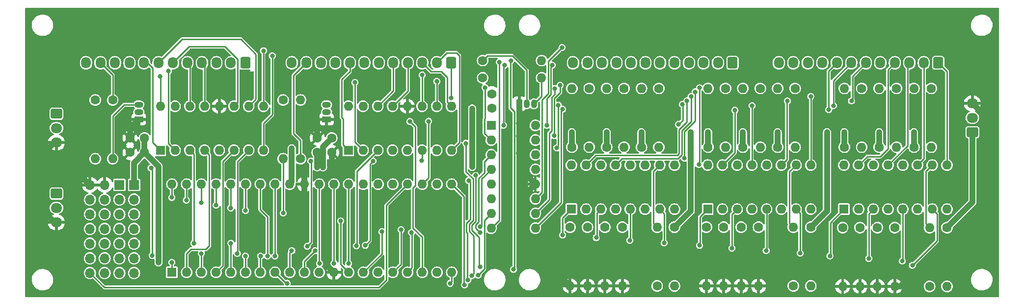
<source format=gbr>
%TF.GenerationSoftware,KiCad,Pcbnew,(7.0.0)*%
%TF.CreationDate,2023-03-22T20:44:46+09:00*%
%TF.ProjectId,NixieIndicator,4e697869-6549-46e6-9469-6361746f722e,rev?*%
%TF.SameCoordinates,Original*%
%TF.FileFunction,Copper,L2,Bot*%
%TF.FilePolarity,Positive*%
%FSLAX46Y46*%
G04 Gerber Fmt 4.6, Leading zero omitted, Abs format (unit mm)*
G04 Created by KiCad (PCBNEW (7.0.0)) date 2023-03-22 20:44:46*
%MOMM*%
%LPD*%
G01*
G04 APERTURE LIST*
G04 Aperture macros list*
%AMRoundRect*
0 Rectangle with rounded corners*
0 $1 Rounding radius*
0 $2 $3 $4 $5 $6 $7 $8 $9 X,Y pos of 4 corners*
0 Add a 4 corners polygon primitive as box body*
4,1,4,$2,$3,$4,$5,$6,$7,$8,$9,$2,$3,0*
0 Add four circle primitives for the rounded corners*
1,1,$1+$1,$2,$3*
1,1,$1+$1,$4,$5*
1,1,$1+$1,$6,$7*
1,1,$1+$1,$8,$9*
0 Add four rect primitives between the rounded corners*
20,1,$1+$1,$2,$3,$4,$5,0*
20,1,$1+$1,$4,$5,$6,$7,0*
20,1,$1+$1,$6,$7,$8,$9,0*
20,1,$1+$1,$8,$9,$2,$3,0*%
G04 Aperture macros list end*
%TA.AperFunction,ComponentPad*%
%ADD10R,1.600000X1.600000*%
%TD*%
%TA.AperFunction,ComponentPad*%
%ADD11O,1.600000X1.600000*%
%TD*%
%TA.AperFunction,ComponentPad*%
%ADD12R,1.500000X1.050000*%
%TD*%
%TA.AperFunction,ComponentPad*%
%ADD13O,1.500000X1.050000*%
%TD*%
%TA.AperFunction,ComponentPad*%
%ADD14C,1.600000*%
%TD*%
%TA.AperFunction,ComponentPad*%
%ADD15RoundRect,0.250000X0.600000X0.725000X-0.600000X0.725000X-0.600000X-0.725000X0.600000X-0.725000X0*%
%TD*%
%TA.AperFunction,ComponentPad*%
%ADD16O,1.700000X1.950000*%
%TD*%
%TA.AperFunction,ComponentPad*%
%ADD17RoundRect,0.250000X-0.725000X0.600000X-0.725000X-0.600000X0.725000X-0.600000X0.725000X0.600000X0*%
%TD*%
%TA.AperFunction,ComponentPad*%
%ADD18O,1.950000X1.700000*%
%TD*%
%TA.AperFunction,ComponentPad*%
%ADD19O,1.700000X1.700000*%
%TD*%
%TA.AperFunction,ComponentPad*%
%ADD20R,1.700000X1.700000*%
%TD*%
%TA.AperFunction,ComponentPad*%
%ADD21RoundRect,0.250000X0.725000X-0.600000X0.725000X0.600000X-0.725000X0.600000X-0.725000X-0.600000X0*%
%TD*%
%TA.AperFunction,ComponentPad*%
%ADD22R,1.050000X1.500000*%
%TD*%
%TA.AperFunction,ComponentPad*%
%ADD23O,1.050000X1.500000*%
%TD*%
%TA.AperFunction,ViaPad*%
%ADD24C,0.800000*%
%TD*%
%TA.AperFunction,Conductor*%
%ADD25C,0.250000*%
%TD*%
%TA.AperFunction,Conductor*%
%ADD26C,1.000000*%
%TD*%
G04 APERTURE END LIST*
D10*
%TO.P,U6,1,8*%
%TO.N,/DEC1_8*%
X55744999Y-24619999D03*
D11*
%TO.P,U6,2,9*%
%TO.N,/DEC1_9*%
X58284999Y-24619999D03*
%TO.P,U6,3,A*%
%TO.N,/DEC1_A*%
X60824999Y-24619999D03*
%TO.P,U6,4,D*%
%TO.N,/DEC1_D*%
X63364999Y-24619999D03*
%TO.P,U6,5,VCC*%
%TO.N,/5V*%
X65904999Y-24619999D03*
%TO.P,U6,6,B*%
%TO.N,/DEC1_B*%
X68444999Y-24619999D03*
%TO.P,U6,7,C*%
%TO.N,/DEC1_C*%
X70984999Y-24619999D03*
%TO.P,U6,8,2*%
%TO.N,/DEC1_2*%
X73524999Y-24619999D03*
%TO.P,U6,9,3*%
%TO.N,/DEC1_3*%
X73524999Y-16999999D03*
%TO.P,U6,10,7*%
%TO.N,/DEC1_7*%
X70984999Y-16999999D03*
%TO.P,U6,11,6*%
%TO.N,/DEC1_6*%
X68444999Y-16999999D03*
%TO.P,U6,12,GND*%
%TO.N,GND*%
X65904999Y-16999999D03*
%TO.P,U6,13,4*%
%TO.N,/DEC1_4*%
X63364999Y-16999999D03*
%TO.P,U6,14,5*%
%TO.N,/DEC1_5*%
X60824999Y-16999999D03*
%TO.P,U6,15,1*%
%TO.N,/DEC1_1*%
X58284999Y-16999999D03*
%TO.P,U6,16,0*%
%TO.N,/DEC1_0*%
X55744999Y-16999999D03*
%TD*%
D12*
%TO.P,Q2,1,E*%
%TO.N,GND*%
X51999999Y-19269999D03*
D13*
%TO.P,Q2,2,B*%
%TO.N,Net-(Q2-B)*%
X51999999Y-17999999D03*
%TO.P,Q2,3,C*%
%TO.N,Net-(Q2-C)*%
X51999999Y-16729999D03*
%TD*%
D10*
%TO.P,U5,1,8*%
%TO.N,/DEC2_8*%
X23319999Y-24619999D03*
D11*
%TO.P,U5,2,9*%
%TO.N,/DEC2_9*%
X25859999Y-24619999D03*
%TO.P,U5,3,A*%
%TO.N,/DEC2_A*%
X28399999Y-24619999D03*
%TO.P,U5,4,D*%
%TO.N,/DEC2_D*%
X30939999Y-24619999D03*
%TO.P,U5,5,VCC*%
%TO.N,/5V*%
X33479999Y-24619999D03*
%TO.P,U5,6,B*%
%TO.N,/DEC2_B*%
X36019999Y-24619999D03*
%TO.P,U5,7,C*%
%TO.N,/DEC2_C*%
X38559999Y-24619999D03*
%TO.P,U5,8,2*%
%TO.N,/DEC2_2*%
X41099999Y-24619999D03*
%TO.P,U5,9,3*%
%TO.N,/DEC2_3*%
X41099999Y-16999999D03*
%TO.P,U5,10,7*%
%TO.N,/DEC2_7*%
X38559999Y-16999999D03*
%TO.P,U5,11,6*%
%TO.N,/DEC2_6*%
X36019999Y-16999999D03*
%TO.P,U5,12,GND*%
%TO.N,GND*%
X33479999Y-16999999D03*
%TO.P,U5,13,4*%
%TO.N,/DEC2_4*%
X30939999Y-16999999D03*
%TO.P,U5,14,5*%
%TO.N,/DEC2_5*%
X28399999Y-16999999D03*
%TO.P,U5,15,1*%
%TO.N,/DEC2_1*%
X25859999Y-16999999D03*
%TO.P,U5,16,0*%
%TO.N,/DEC2_0*%
X23319999Y-16999999D03*
%TD*%
D14*
%TO.P,R7,1*%
%TO.N,/200V*%
X106300000Y-24080000D03*
D11*
%TO.P,R7,2*%
%TO.N,Net-(R7-Pad2)*%
X106299999Y-13919999D03*
%TD*%
D14*
%TO.P,C4,1*%
%TO.N,/5V*%
X52890000Y-22500000D03*
%TO.P,C4,2*%
%TO.N,GND*%
X50390000Y-22500000D03*
%TD*%
%TO.P,R25,1*%
%TO.N,/200V*%
X141300000Y-24080000D03*
D11*
%TO.P,R25,2*%
%TO.N,Net-(R25-Pad2)*%
X141299999Y-13919999D03*
%TD*%
D10*
%TO.P,U2,1*%
%TO.N,/PIC_DIG_11*%
X94219999Y-34799999D03*
D11*
%TO.P,U2,2*%
%TO.N,Net-(R3-Pad1)*%
X96759999Y-34799999D03*
%TO.P,U2,3*%
%TO.N,/PIC_DIG_10*%
X99299999Y-34799999D03*
%TO.P,U2,4*%
%TO.N,Net-(R6-Pad1)*%
X101839999Y-34799999D03*
%TO.P,U2,5*%
%TO.N,/PIC_DIG_9*%
X104379999Y-34799999D03*
%TO.P,U2,6*%
%TO.N,Net-(R9-Pad1)*%
X106919999Y-34799999D03*
%TO.P,U2,7*%
%TO.N,/PIC_DIG_8*%
X109459999Y-34799999D03*
%TO.P,U2,8*%
%TO.N,Net-(R12-Pad1)*%
X111999999Y-34799999D03*
%TO.P,U2,9*%
%TO.N,/NIXIE_DIG_8*%
X111999999Y-27179999D03*
%TO.P,U2,10*%
%TO.N,Net-(R11-Pad2)*%
X109459999Y-27179999D03*
%TO.P,U2,11*%
%TO.N,/NIXIE_DIG_9*%
X106919999Y-27179999D03*
%TO.P,U2,12*%
%TO.N,Net-(R8-Pad2)*%
X104379999Y-27179999D03*
%TO.P,U2,13*%
%TO.N,/NIXIE_DIG_10*%
X101839999Y-27179999D03*
%TO.P,U2,14*%
%TO.N,Net-(R5-Pad2)*%
X99299999Y-27179999D03*
%TO.P,U2,15*%
%TO.N,/NIXIE_DIG_11*%
X96759999Y-27179999D03*
%TO.P,U2,16*%
%TO.N,Net-(R2-Pad2)*%
X94219999Y-27179999D03*
%TD*%
D10*
%TO.P,U3,1*%
%TO.N,/PIC_DIG_7*%
X117719999Y-34799999D03*
D11*
%TO.P,U3,2*%
%TO.N,Net-(R15-Pad1)*%
X120259999Y-34799999D03*
%TO.P,U3,3*%
%TO.N,/PIC_DIG_6*%
X122799999Y-34799999D03*
%TO.P,U3,4*%
%TO.N,Net-(R18-Pad1)*%
X125339999Y-34799999D03*
%TO.P,U3,5*%
%TO.N,/PIC_DIG_5*%
X127879999Y-34799999D03*
%TO.P,U3,6*%
%TO.N,Net-(R21-Pad1)*%
X130419999Y-34799999D03*
%TO.P,U3,7*%
%TO.N,/PIC_DIG_4*%
X132959999Y-34799999D03*
%TO.P,U3,8*%
%TO.N,Net-(R24-Pad1)*%
X135499999Y-34799999D03*
%TO.P,U3,9*%
%TO.N,/NIXIE_DIG_4*%
X135499999Y-27179999D03*
%TO.P,U3,10*%
%TO.N,Net-(R23-Pad2)*%
X132959999Y-27179999D03*
%TO.P,U3,11*%
%TO.N,/NIXIE_DIG_5*%
X130419999Y-27179999D03*
%TO.P,U3,12*%
%TO.N,Net-(R20-Pad2)*%
X127879999Y-27179999D03*
%TO.P,U3,13*%
%TO.N,/NIXIE_DIG_6*%
X125339999Y-27179999D03*
%TO.P,U3,14*%
%TO.N,Net-(R17-Pad2)*%
X122799999Y-27179999D03*
%TO.P,U3,15*%
%TO.N,/NIXIE_DIG_7*%
X120259999Y-27179999D03*
%TO.P,U3,16*%
%TO.N,Net-(R14-Pad2)*%
X117719999Y-27179999D03*
%TD*%
D14*
%TO.P,R24,1*%
%TO.N,Net-(R24-Pad1)*%
X126500000Y-37920000D03*
D11*
%TO.P,R24,2*%
%TO.N,GND*%
X126499999Y-48079999D03*
%TD*%
D12*
%TO.P,Q1,1,E*%
%TO.N,GND*%
X19599999Y-19269999D03*
D13*
%TO.P,Q1,2,B*%
%TO.N,Net-(Q1-B)*%
X19599999Y-17999999D03*
%TO.P,Q1,3,C*%
%TO.N,Net-(Q1-C)*%
X19599999Y-16729999D03*
%TD*%
D14*
%TO.P,R42,1*%
%TO.N,/DEC0_DOT*%
X78920000Y-12100000D03*
D11*
%TO.P,R42,2*%
%TO.N,Net-(Q3-C)*%
X89079999Y-12099999D03*
%TD*%
D14*
%TO.P,R29,1*%
%TO.N,Net-(R28-Pad2)*%
X150300000Y-13920000D03*
D11*
%TO.P,R29,2*%
%TO.N,Net-(R29-Pad2)*%
X150299999Y-24079999D03*
%TD*%
D15*
%TO.P,J4,1,Pin_1*%
%TO.N,/DEC0_1*%
X122000000Y-9500000D03*
D16*
%TO.P,J4,2,Pin_2*%
%TO.N,/DEC0_2*%
X119499999Y-9499999D03*
%TO.P,J4,3,Pin_3*%
%TO.N,/DEC0_3*%
X116999999Y-9499999D03*
%TO.P,J4,4,Pin_4*%
%TO.N,/DEC0_4*%
X114499999Y-9499999D03*
%TO.P,J4,5,Pin_5*%
%TO.N,/DEC0_5*%
X111999999Y-9499999D03*
%TO.P,J4,6,Pin_6*%
%TO.N,/DEC0_6*%
X109499999Y-9499999D03*
%TO.P,J4,7,Pin_7*%
%TO.N,/DEC0_7*%
X106999999Y-9499999D03*
%TO.P,J4,8,Pin_8*%
%TO.N,/DEC0_8*%
X104499999Y-9499999D03*
%TO.P,J4,9,Pin_9*%
%TO.N,/DEC0_9*%
X101999999Y-9499999D03*
%TO.P,J4,10,Pin_10*%
%TO.N,/DEC0_0*%
X99499999Y-9499999D03*
%TO.P,J4,11,Pin_11*%
%TO.N,/DEC0_DOT*%
X96999999Y-9499999D03*
%TO.P,J4,12,Pin_12*%
%TO.N,unconnected-(J4-Pin_12-Pad12)*%
X94499999Y-9499999D03*
%TD*%
D14*
%TO.P,R9,1*%
%TO.N,Net-(R9-Pad1)*%
X100000000Y-37920000D03*
D11*
%TO.P,R9,2*%
%TO.N,GND*%
X99999999Y-48079999D03*
%TD*%
D14*
%TO.P,R8,1*%
%TO.N,Net-(R7-Pad2)*%
X109300000Y-13920000D03*
D11*
%TO.P,R8,2*%
%TO.N,Net-(R8-Pad2)*%
X109299999Y-24079999D03*
%TD*%
D10*
%TO.P,U1,1,RE3/MCLR/Vpp*%
%TO.N,/5V*%
X25319999Y-45724999D03*
D11*
%TO.P,U1,2,RA0/AN0/C12IN0-/C2OUT/SRNQ/SS/VCAP/SEG12*%
%TO.N,/DEC2_D*%
X27859999Y-45724999D03*
%TO.P,U1,3,RA1/AN1/C12IN1-/SEG7*%
%TO.N,/DEC2_C*%
X30399999Y-45724999D03*
%TO.P,U1,4,RA2/AN2/C2IN+/Vref-/DACOUT/COM2*%
%TO.N,/DEC2_B*%
X32939999Y-45724999D03*
%TO.P,U1,5,RA3/AN3/C1IN+/Vref+/SEG15*%
%TO.N,/DEC2_A*%
X35479999Y-45724999D03*
%TO.P,U1,6,RA4/C1OUT/CPS6/T0CKI/SRQ/SEG4*%
%TO.N,/DOT_2*%
X38019999Y-45724999D03*
%TO.P,U1,7,RA5/AN4/C2OUT/CPS7/SRNQ/SS/VCAP/SEG5*%
%TO.N,/DEC1_D*%
X40559999Y-45724999D03*
%TO.P,U1,8,SEG21/P3A/CCP3/AN5/RE0*%
%TO.N,/DEC1_C*%
X43099999Y-45724999D03*
%TO.P,U1,9,SEG22/P3B/AN6/RE1*%
%TO.N,/DEC1_B*%
X45639999Y-45724999D03*
%TO.P,U1,10,SEG23/CCP5/AN7/RE2*%
%TO.N,/DEC1_A*%
X48179999Y-45724999D03*
%TO.P,U1,11,VDD*%
%TO.N,/5V*%
X50719999Y-45724999D03*
%TO.P,U1,12,VSS*%
%TO.N,GND*%
X53259999Y-45724999D03*
%TO.P,U1,13,RA7/OSC1/CLKIN/SEG2*%
%TO.N,/DOT_1*%
X55799999Y-45724999D03*
%TO.P,U1,14,RA6/OSC2/CLKOUT/VCAP/SEG1*%
%TO.N,/DEC0_D*%
X58339999Y-45724999D03*
%TO.P,U1,15,P2B/T1CKI/T1OSO/RC0*%
%TO.N,/DEC0_C*%
X60879999Y-45724999D03*
%TO.P,U1,16,P2A/CCP2/T1OSI/RC1*%
%TO.N,/DEC0_B*%
X63419999Y-45724999D03*
%TO.P,U1,17,SEG3/P1A/CCP1/RC2*%
%TO.N,/DEC0_A*%
X65959999Y-45724999D03*
%TO.P,U1,18,SEG6/SCLK/SCL/RC3*%
%TO.N,/SCL*%
X68499999Y-45724999D03*
%TO.P,U1,19,COM3/CPS8/RD0*%
%TO.N,/DOT_0*%
X71039999Y-45724999D03*
%TO.P,U1,20,CCP4/CPS9/RD1*%
%TO.N,Net-(J8-Pin_2)*%
X73579999Y-45724999D03*
%TO.P,U1,21,P2B/CPS10/RD2*%
%TO.N,Net-(J8-Pin_3)*%
X73579999Y-30484999D03*
%TO.P,U1,22,SEG16/P2C/CPS11/RD3*%
%TO.N,Net-(J8-Pin_4)*%
X71039999Y-30484999D03*
%TO.P,U1,23,SEG11/T1G/SDA/SDI/RC4*%
%TO.N,/SDA*%
X68499999Y-30484999D03*
%TO.P,U1,24,SEG10/SDO/RC5*%
%TO.N,Net-(J8-Pin_1)*%
X65959999Y-30484999D03*
%TO.P,U1,25,SEG9/CK/TX/RC6*%
%TO.N,/TX*%
X63419999Y-30484999D03*
%TO.P,U1,26,SEG8/DT/RX/RC7*%
%TO.N,/RX*%
X60879999Y-30484999D03*
%TO.P,U1,27,SEG17/P2D/CPS12/RD4*%
%TO.N,/PIC_DIG_0*%
X58339999Y-30484999D03*
%TO.P,U1,28,SEG18/P1B/CPS13/RD5*%
%TO.N,/PIC_DIG_1*%
X55799999Y-30484999D03*
%TO.P,U1,29,SEG19/P1C/CPS14/RD6*%
%TO.N,/PIC_DIG_2*%
X53259999Y-30484999D03*
%TO.P,U1,30,SEG20/P1D/CPS15/RD7*%
%TO.N,/PIC_DIG_3*%
X50719999Y-30484999D03*
%TO.P,U1,31,VSS*%
%TO.N,GND*%
X48179999Y-30484999D03*
%TO.P,U1,32,VDD*%
%TO.N,/5V*%
X45639999Y-30484999D03*
%TO.P,U1,33,RB0/AN12/CPS0/SRI/INT/SEG0*%
%TO.N,/PIC_DIG_4*%
X43099999Y-30484999D03*
%TO.P,U1,34,RB1/AN10/C12IN3-/CPS1/VLCD1*%
%TO.N,/PIC_DIG_5*%
X40559999Y-30484999D03*
%TO.P,U1,35,RB2/AN8/CPS2/VLCD2*%
%TO.N,/PIC_DIG_6*%
X38019999Y-30484999D03*
%TO.P,U1,36,RB3/AN9/C12IN2-/CPS3/CCP2/P2A/VLCD3*%
%TO.N,/PIC_DIG_7*%
X35479999Y-30484999D03*
%TO.P,U1,37,RB4/AN11/CPS4/COM0*%
%TO.N,/PIC_DIG_8*%
X32939999Y-30484999D03*
%TO.P,U1,38,RB5/AN13/CPS5/CCP3/P3A/T1G/COM1*%
%TO.N,/PIC_DIG_9*%
X30399999Y-30484999D03*
%TO.P,U1,39,RB6/ICSPCLK/ICDCLK/SEG14*%
%TO.N,/PIC_DIG_10*%
X27859999Y-30484999D03*
%TO.P,U1,40,RB7/ICSPDAT/ICDDAT/SEG13*%
%TO.N,/PIC_DIG_11*%
X25319999Y-30484999D03*
%TD*%
D14*
%TO.P,R19,1*%
%TO.N,/200V*%
X129800000Y-24080000D03*
D11*
%TO.P,R19,2*%
%TO.N,Net-(R19-Pad2)*%
X129799999Y-13919999D03*
%TD*%
D14*
%TO.P,R6,1*%
%TO.N,Net-(R6-Pad1)*%
X97000000Y-37920000D03*
D11*
%TO.P,R6,2*%
%TO.N,GND*%
X96999999Y-48079999D03*
%TD*%
D14*
%TO.P,R18,1*%
%TO.N,Net-(R18-Pad1)*%
X120500000Y-37920000D03*
D11*
%TO.P,R18,2*%
%TO.N,GND*%
X120499999Y-48079999D03*
%TD*%
D14*
%TO.P,R10,1*%
%TO.N,/200V*%
X112000000Y-37920000D03*
D11*
%TO.P,R10,2*%
%TO.N,Net-(R10-Pad2)*%
X111999999Y-48079999D03*
%TD*%
D14*
%TO.P,R2,1*%
%TO.N,Net-(R1-Pad2)*%
X97300000Y-13920000D03*
D11*
%TO.P,R2,2*%
%TO.N,Net-(R2-Pad2)*%
X97299999Y-24079999D03*
%TD*%
D14*
%TO.P,R21,1*%
%TO.N,Net-(R21-Pad1)*%
X123500000Y-37920000D03*
D11*
%TO.P,R21,2*%
%TO.N,GND*%
X123499999Y-48079999D03*
%TD*%
D14*
%TO.P,R16,1*%
%TO.N,/200V*%
X123800000Y-24080000D03*
D11*
%TO.P,R16,2*%
%TO.N,Net-(R16-Pad2)*%
X123799999Y-13919999D03*
%TD*%
D14*
%TO.P,R36,1*%
%TO.N,Net-(R36-Pad1)*%
X150000000Y-38000000D03*
D11*
%TO.P,R36,2*%
%TO.N,GND*%
X149999999Y-48159999D03*
%TD*%
D14*
%TO.P,R35,1*%
%TO.N,Net-(R34-Pad2)*%
X156000000Y-48160000D03*
D11*
%TO.P,R35,2*%
%TO.N,Net-(R35-Pad2)*%
X155999999Y-37999999D03*
%TD*%
D14*
%TO.P,R5,1*%
%TO.N,Net-(R4-Pad2)*%
X103300000Y-13920000D03*
D11*
%TO.P,R5,2*%
%TO.N,Net-(R5-Pad2)*%
X103299999Y-24079999D03*
%TD*%
D14*
%TO.P,R4,1*%
%TO.N,/200V*%
X100300000Y-24080000D03*
D11*
%TO.P,R4,2*%
%TO.N,Net-(R4-Pad2)*%
X100299999Y-13919999D03*
%TD*%
D15*
%TO.P,J2,1,Pin_1*%
%TO.N,/DEC2_1*%
X38000000Y-9500000D03*
D16*
%TO.P,J2,2,Pin_2*%
%TO.N,/DEC2_2*%
X35499999Y-9499999D03*
%TO.P,J2,3,Pin_3*%
%TO.N,/DEC2_3*%
X32999999Y-9499999D03*
%TO.P,J2,4,Pin_4*%
%TO.N,/DEC2_4*%
X30499999Y-9499999D03*
%TO.P,J2,5,Pin_5*%
%TO.N,/DEC2_5*%
X27999999Y-9499999D03*
%TO.P,J2,6,Pin_6*%
%TO.N,/DEC2_6*%
X25499999Y-9499999D03*
%TO.P,J2,7,Pin_7*%
%TO.N,/DEC2_7*%
X22999999Y-9499999D03*
%TO.P,J2,8,Pin_8*%
%TO.N,/DEC2_8*%
X20499999Y-9499999D03*
%TO.P,J2,9,Pin_9*%
%TO.N,/DEC2_9*%
X17999999Y-9499999D03*
%TO.P,J2,10,Pin_10*%
%TO.N,/DEC2_0*%
X15499999Y-9499999D03*
%TO.P,J2,11,Pin_11*%
%TO.N,/DEC2_DOT*%
X12999999Y-9499999D03*
%TO.P,J2,12,Pin_12*%
%TO.N,unconnected-(J2-Pin_12-Pad12)*%
X10499999Y-9499999D03*
%TD*%
D14*
%TO.P,R27,1*%
%TO.N,Net-(R27-Pad1)*%
X141000000Y-38000000D03*
D11*
%TO.P,R27,2*%
%TO.N,GND*%
X140999999Y-48159999D03*
%TD*%
D15*
%TO.P,J3,1,Pin_1*%
%TO.N,/DEC1_1*%
X73500000Y-9500000D03*
D16*
%TO.P,J3,2,Pin_2*%
%TO.N,/DEC1_2*%
X70999999Y-9499999D03*
%TO.P,J3,3,Pin_3*%
%TO.N,/DEC1_3*%
X68499999Y-9499999D03*
%TO.P,J3,4,Pin_4*%
%TO.N,/DEC1_4*%
X65999999Y-9499999D03*
%TO.P,J3,5,Pin_5*%
%TO.N,/DEC1_5*%
X63499999Y-9499999D03*
%TO.P,J3,6,Pin_6*%
%TO.N,/DEC1_6*%
X60999999Y-9499999D03*
%TO.P,J3,7,Pin_7*%
%TO.N,/DEC1_7*%
X58499999Y-9499999D03*
%TO.P,J3,8,Pin_8*%
%TO.N,/DEC1_8*%
X55999999Y-9499999D03*
%TO.P,J3,9,Pin_9*%
%TO.N,/DEC1_9*%
X53499999Y-9499999D03*
%TO.P,J3,10,Pin_10*%
%TO.N,/DEC1_0*%
X50999999Y-9499999D03*
%TO.P,J3,11,Pin_11*%
%TO.N,/DEC1_DOT*%
X48499999Y-9499999D03*
%TO.P,J3,12,Pin_12*%
%TO.N,unconnected-(J3-Pin_12-Pad12)*%
X45999999Y-9499999D03*
%TD*%
D14*
%TO.P,R34,1*%
%TO.N,/200V*%
X159000000Y-38000000D03*
D11*
%TO.P,R34,2*%
%TO.N,Net-(R34-Pad2)*%
X158999999Y-48159999D03*
%TD*%
D14*
%TO.P,R22,1*%
%TO.N,/200V*%
X135500000Y-37920000D03*
D11*
%TO.P,R22,2*%
%TO.N,Net-(R22-Pad2)*%
X135499999Y-48079999D03*
%TD*%
D10*
%TO.P,U4,1*%
%TO.N,/PIC_DIG_3*%
X141219999Y-34799999D03*
D11*
%TO.P,U4,2*%
%TO.N,Net-(R27-Pad1)*%
X143759999Y-34799999D03*
%TO.P,U4,3*%
%TO.N,/PIC_DIG_2*%
X146299999Y-34799999D03*
%TO.P,U4,4*%
%TO.N,Net-(R30-Pad1)*%
X148839999Y-34799999D03*
%TO.P,U4,5*%
%TO.N,/PIC_DIG_1*%
X151379999Y-34799999D03*
%TO.P,U4,6*%
%TO.N,Net-(R33-Pad1)*%
X153919999Y-34799999D03*
%TO.P,U4,7*%
%TO.N,/PIC_DIG_0*%
X156459999Y-34799999D03*
%TO.P,U4,8*%
%TO.N,Net-(R36-Pad1)*%
X158999999Y-34799999D03*
%TO.P,U4,9*%
%TO.N,/NIXIE_DIG_0*%
X158999999Y-27179999D03*
%TO.P,U4,10*%
%TO.N,Net-(R35-Pad2)*%
X156459999Y-27179999D03*
%TO.P,U4,11*%
%TO.N,/NIXIE_DIG_1*%
X153919999Y-27179999D03*
%TO.P,U4,12*%
%TO.N,Net-(R32-Pad2)*%
X151379999Y-27179999D03*
%TO.P,U4,13*%
%TO.N,/NIXIE_DIG_2*%
X148839999Y-27179999D03*
%TO.P,U4,14*%
%TO.N,Net-(R29-Pad2)*%
X146299999Y-27179999D03*
%TO.P,U4,15*%
%TO.N,/NIXIE_DIG_3*%
X143759999Y-27179999D03*
%TO.P,U4,16*%
%TO.N,Net-(R26-Pad2)*%
X141219999Y-27179999D03*
%TD*%
D14*
%TO.P,R15,1*%
%TO.N,Net-(R15-Pad1)*%
X117500000Y-37920000D03*
D11*
%TO.P,R15,2*%
%TO.N,GND*%
X117499999Y-48079999D03*
%TD*%
D17*
%TO.P,J7,1,Pin_1*%
%TO.N,/RX*%
X5400000Y-32100000D03*
D18*
%TO.P,J7,2,Pin_2*%
%TO.N,/TX*%
X5399999Y-34599999D03*
%TO.P,J7,3,Pin_3*%
%TO.N,GND*%
X5399999Y-37099999D03*
%TD*%
D14*
%TO.P,R14,1*%
%TO.N,Net-(R13-Pad2)*%
X120800000Y-13920000D03*
D11*
%TO.P,R14,2*%
%TO.N,Net-(R14-Pad2)*%
X120799999Y-24079999D03*
%TD*%
D14*
%TO.P,R40,1*%
%TO.N,/DEC1_DOT*%
X47500000Y-26080000D03*
D11*
%TO.P,R40,2*%
%TO.N,Net-(Q2-C)*%
X47499999Y-15919999D03*
%TD*%
D14*
%TO.P,R33,1*%
%TO.N,Net-(R33-Pad1)*%
X147000000Y-38000000D03*
D11*
%TO.P,R33,2*%
%TO.N,GND*%
X146999999Y-48159999D03*
%TD*%
D14*
%TO.P,C5,1*%
%TO.N,/5V*%
X80500000Y-17350000D03*
%TO.P,C5,2*%
%TO.N,GND*%
X80500000Y-14850000D03*
%TD*%
D19*
%TO.P,J8,*%
%TO.N,*%
X11179999Y-43299999D03*
X13719999Y-43299999D03*
X16259999Y-43299999D03*
X18799999Y-43299999D03*
X11179999Y-40759999D03*
X13719999Y-40759999D03*
X16259999Y-40759999D03*
X18799999Y-40759999D03*
X11179999Y-38219999D03*
X13719999Y-38219999D03*
X16259999Y-38219999D03*
X18799999Y-38219999D03*
X11179999Y-35679999D03*
X13719999Y-35679999D03*
X16259999Y-35679999D03*
X18799999Y-35679999D03*
X11179999Y-33139999D03*
X13719999Y-33139999D03*
X16259999Y-33139999D03*
X18799999Y-33139999D03*
%TO.N,GND*%
X11179999Y-30599999D03*
X13719999Y-30599999D03*
D20*
%TO.N,/5V*%
X16259999Y-30599999D03*
X18799999Y-30599999D03*
D19*
%TO.P,J8,1,Pin_1*%
%TO.N,Net-(J8-Pin_1)*%
X11179999Y-45839999D03*
%TO.P,J8,2,Pin_2*%
%TO.N,Net-(J8-Pin_2)*%
X13719999Y-45839999D03*
%TO.P,J8,3,Pin_3*%
%TO.N,Net-(J8-Pin_3)*%
X16259999Y-45839999D03*
%TO.P,J8,4,Pin_4*%
%TO.N,Net-(J8-Pin_4)*%
X18799999Y-45839999D03*
%TD*%
D14*
%TO.P,R32,1*%
%TO.N,Net-(R31-Pad2)*%
X156300000Y-13920000D03*
D11*
%TO.P,R32,2*%
%TO.N,Net-(R32-Pad2)*%
X156299999Y-24079999D03*
%TD*%
D15*
%TO.P,J5,1,Pin_1*%
%TO.N,/NIXIE_DIG_0*%
X157500000Y-9500000D03*
D16*
%TO.P,J5,2,Pin_2*%
%TO.N,/NIXIE_DIG_1*%
X154999999Y-9499999D03*
%TO.P,J5,3,Pin_3*%
%TO.N,/NIXIE_DIG_2*%
X152499999Y-9499999D03*
%TO.P,J5,4,Pin_4*%
%TO.N,/NIXIE_DIG_3*%
X149999999Y-9499999D03*
%TO.P,J5,5,Pin_5*%
%TO.N,/NIXIE_DIG_4*%
X147499999Y-9499999D03*
%TO.P,J5,6,Pin_6*%
%TO.N,/NIXIE_DIG_5*%
X144999999Y-9499999D03*
%TO.P,J5,7,Pin_7*%
%TO.N,/NIXIE_DIG_6*%
X142499999Y-9499999D03*
%TO.P,J5,8,Pin_8*%
%TO.N,/NIXIE_DIG_7*%
X139999999Y-9499999D03*
%TO.P,J5,9,Pin_9*%
%TO.N,/NIXIE_DIG_8*%
X137499999Y-9499999D03*
%TO.P,J5,10,Pin_10*%
%TO.N,/NIXIE_DIG_9*%
X134999999Y-9499999D03*
%TO.P,J5,11,Pin_11*%
%TO.N,/NIXIE_DIG_10*%
X132499999Y-9499999D03*
%TO.P,J5,12,Pin_12*%
%TO.N,/NIXIE_DIG_11*%
X129999999Y-9499999D03*
%TD*%
D14*
%TO.P,R39,1*%
%TO.N,Net-(Q2-B)*%
X44500000Y-15920000D03*
D11*
%TO.P,R39,2*%
%TO.N,/DOT_1*%
X44499999Y-26079999D03*
%TD*%
D14*
%TO.P,C2,1*%
%TO.N,/5V*%
X50390000Y-25000000D03*
%TO.P,C2,2*%
%TO.N,GND*%
X52890000Y-25000000D03*
%TD*%
%TO.P,R17,1*%
%TO.N,Net-(R16-Pad2)*%
X126800000Y-13920000D03*
D11*
%TO.P,R17,2*%
%TO.N,Net-(R17-Pad2)*%
X126799999Y-24079999D03*
%TD*%
D14*
%TO.P,R30,1*%
%TO.N,Net-(R30-Pad1)*%
X144000000Y-38000000D03*
D11*
%TO.P,R30,2*%
%TO.N,GND*%
X143999999Y-48159999D03*
%TD*%
D14*
%TO.P,R38,1*%
%TO.N,/DEC2_DOT*%
X15100000Y-15920000D03*
D11*
%TO.P,R38,2*%
%TO.N,Net-(Q1-C)*%
X15099999Y-26079999D03*
%TD*%
D21*
%TO.P,J1,1,Pin_1*%
%TO.N,/200V*%
X163375000Y-21500000D03*
D18*
%TO.P,J1,2,Pin_2*%
%TO.N,/5V*%
X163374999Y-18999999D03*
%TO.P,J1,3,Pin_3*%
%TO.N,GND*%
X163374999Y-16499999D03*
%TD*%
D14*
%TO.P,R31,1*%
%TO.N,/200V*%
X153300000Y-24080000D03*
D11*
%TO.P,R31,2*%
%TO.N,Net-(R31-Pad2)*%
X153299999Y-13919999D03*
%TD*%
D14*
%TO.P,R28,1*%
%TO.N,/200V*%
X147300000Y-24080000D03*
D11*
%TO.P,R28,2*%
%TO.N,Net-(R28-Pad2)*%
X147299999Y-13919999D03*
%TD*%
D14*
%TO.P,R37,1*%
%TO.N,Net-(Q1-B)*%
X12100000Y-15920000D03*
D11*
%TO.P,R37,2*%
%TO.N,/DOT_2*%
X12099999Y-26079999D03*
%TD*%
D14*
%TO.P,R41,1*%
%TO.N,Net-(Q3-B)*%
X78920000Y-9100000D03*
D11*
%TO.P,R41,2*%
%TO.N,/DOT_0*%
X89079999Y-9099999D03*
%TD*%
D10*
%TO.P,U7,1,8*%
%TO.N,/DEC0_8*%
X80379999Y-20319999D03*
D11*
%TO.P,U7,2,9*%
%TO.N,/DEC0_9*%
X80379999Y-22859999D03*
%TO.P,U7,3,A*%
%TO.N,/DEC0_A*%
X80379999Y-25399999D03*
%TO.P,U7,4,D*%
%TO.N,/DEC0_D*%
X80379999Y-27939999D03*
%TO.P,U7,5,VCC*%
%TO.N,/5V*%
X80379999Y-30479999D03*
%TO.P,U7,6,B*%
%TO.N,/DEC0_B*%
X80379999Y-33019999D03*
%TO.P,U7,7,C*%
%TO.N,/DEC0_C*%
X80379999Y-35559999D03*
%TO.P,U7,8,2*%
%TO.N,/DEC0_2*%
X80379999Y-38099999D03*
%TO.P,U7,9,3*%
%TO.N,/DEC0_3*%
X87999999Y-38099999D03*
%TO.P,U7,10,7*%
%TO.N,/DEC0_7*%
X87999999Y-35559999D03*
%TO.P,U7,11,6*%
%TO.N,/DEC0_6*%
X87999999Y-33019999D03*
%TO.P,U7,12,GND*%
%TO.N,GND*%
X87999999Y-30479999D03*
%TO.P,U7,13,4*%
%TO.N,/DEC0_4*%
X87999999Y-27939999D03*
%TO.P,U7,14,5*%
%TO.N,/DEC0_5*%
X87999999Y-25399999D03*
%TO.P,U7,15,1*%
%TO.N,/DEC0_1*%
X87999999Y-22859999D03*
%TO.P,U7,16,0*%
%TO.N,/DEC0_0*%
X87999999Y-20319999D03*
%TD*%
D14*
%TO.P,R20,1*%
%TO.N,Net-(R19-Pad2)*%
X132800000Y-13920000D03*
D11*
%TO.P,R20,2*%
%TO.N,Net-(R20-Pad2)*%
X132799999Y-24079999D03*
%TD*%
D22*
%TO.P,Q3,1,E*%
%TO.N,GND*%
X85229999Y-16599999D03*
D23*
%TO.P,Q3,2,B*%
%TO.N,Net-(Q3-B)*%
X86499999Y-16599999D03*
%TO.P,Q3,3,C*%
%TO.N,Net-(Q3-C)*%
X87769999Y-16599999D03*
%TD*%
D14*
%TO.P,R11,1*%
%TO.N,Net-(R10-Pad2)*%
X109000000Y-48080000D03*
D11*
%TO.P,R11,2*%
%TO.N,Net-(R11-Pad2)*%
X108999999Y-37919999D03*
%TD*%
D17*
%TO.P,J6,1,Pin_1*%
%TO.N,/SDA*%
X5400000Y-18300000D03*
D18*
%TO.P,J6,2,Pin_2*%
%TO.N,/SCL*%
X5399999Y-20799999D03*
%TO.P,J6,3,Pin_3*%
%TO.N,GND*%
X5399999Y-23299999D03*
%TD*%
D14*
%TO.P,R13,1*%
%TO.N,/200V*%
X117800000Y-24080000D03*
D11*
%TO.P,R13,2*%
%TO.N,Net-(R13-Pad2)*%
X117799999Y-13919999D03*
%TD*%
D14*
%TO.P,R12,1*%
%TO.N,Net-(R12-Pad1)*%
X103000000Y-37920000D03*
D11*
%TO.P,R12,2*%
%TO.N,GND*%
X102999999Y-48079999D03*
%TD*%
D14*
%TO.P,R1,1*%
%TO.N,/200V*%
X94300000Y-24080000D03*
D11*
%TO.P,R1,2*%
%TO.N,Net-(R1-Pad2)*%
X94299999Y-13919999D03*
%TD*%
D14*
%TO.P,C1,1*%
%TO.N,/5V*%
X20600000Y-22500000D03*
%TO.P,C1,2*%
%TO.N,GND*%
X18100000Y-22500000D03*
%TD*%
%TO.P,R3,1*%
%TO.N,Net-(R3-Pad1)*%
X94000000Y-37920000D03*
D11*
%TO.P,R3,2*%
%TO.N,GND*%
X93999999Y-48079999D03*
%TD*%
D14*
%TO.P,R23,1*%
%TO.N,Net-(R22-Pad2)*%
X132500000Y-48080000D03*
D11*
%TO.P,R23,2*%
%TO.N,Net-(R23-Pad2)*%
X132499999Y-37919999D03*
%TD*%
D14*
%TO.P,C3,1*%
%TO.N,/5V*%
X20600000Y-25000000D03*
%TO.P,C3,2*%
%TO.N,GND*%
X18100000Y-25000000D03*
%TD*%
%TO.P,R26,1*%
%TO.N,Net-(R25-Pad2)*%
X144300000Y-13920000D03*
D11*
%TO.P,R26,2*%
%TO.N,Net-(R26-Pad2)*%
X144299999Y-24079999D03*
%TD*%
D24*
%TO.N,/5V*%
X25300000Y-44000000D03*
X77100000Y-17400000D03*
X23000000Y-44000000D03*
X50400000Y-27580000D03*
X51400000Y-27580000D03*
X46000000Y-24300000D03*
X77100000Y-27500000D03*
%TO.N,GND*%
X111700000Y-16700000D03*
X151000000Y-29700000D03*
X52900000Y-28800000D03*
X161400000Y-49300000D03*
X141300000Y-12100000D03*
X126800000Y-15800000D03*
X32000000Y-19100000D03*
X84100000Y-6700000D03*
X132700000Y-700000D03*
X63400000Y-37400000D03*
X27200000Y-13600000D03*
X27800000Y-39800000D03*
X148500000Y-46200000D03*
X22000000Y-900000D03*
X20600000Y-39400000D03*
X71000000Y-18900000D03*
X39300000Y-3400000D03*
X145500000Y-49400000D03*
X159400000Y-29700000D03*
X94000000Y-29700000D03*
X123800000Y-15800000D03*
X47900000Y-39600000D03*
X78600000Y-700000D03*
X112900000Y-39900000D03*
X152100000Y-700000D03*
X69800000Y-14200000D03*
X61400000Y-19100000D03*
X6400000Y-10900000D03*
X48200000Y-12700000D03*
X75700000Y-18500000D03*
X129500000Y-49400000D03*
X1100000Y-23600000D03*
X90300000Y-1000000D03*
X142500000Y-41000000D03*
X153500000Y-20200000D03*
X166800000Y-23600000D03*
X101500000Y-32200000D03*
X122600000Y-29700000D03*
X34400000Y-22500000D03*
X109800000Y-29700000D03*
X68800000Y-32800000D03*
X25400000Y-41300000D03*
X119100000Y-46000000D03*
X44500000Y-17700000D03*
X99000000Y-32200000D03*
X40300000Y-19100000D03*
X87500000Y-14600000D03*
X73400000Y-22300000D03*
X32900000Y-36500000D03*
X21500000Y-44400000D03*
X33800000Y-14600000D03*
X41500000Y-49400000D03*
X153500000Y-11800000D03*
X157000000Y-11700000D03*
X38000000Y-37100000D03*
X118300000Y-4600000D03*
X110500000Y-46000000D03*
X35100000Y-19100000D03*
X37600000Y-19100000D03*
X48200000Y-33000000D03*
X43000000Y-19100000D03*
X29800000Y-14500000D03*
X13600000Y-15500000D03*
X147300000Y-11800000D03*
X101800000Y-15500000D03*
X120100000Y-29700000D03*
X96500000Y-32200000D03*
X127600000Y-32200000D03*
X38000000Y-11700000D03*
X156900000Y-29700000D03*
X109700000Y-4800000D03*
X161500000Y-39300000D03*
X44900000Y-39900000D03*
X71200000Y-6500000D03*
X166700000Y-14600000D03*
X108300000Y-11200000D03*
X143500000Y-32200000D03*
X89900000Y-45400000D03*
X148500000Y-41000000D03*
X101500000Y-29700000D03*
X1200000Y-16400000D03*
X115100000Y-37500000D03*
X85670000Y-25370000D03*
X110700000Y-7400000D03*
X127600000Y-29700000D03*
X122600000Y-32200000D03*
X111300000Y-12300000D03*
X54700000Y-800000D03*
X6500000Y-5700000D03*
X142500000Y-46200000D03*
X167000000Y-43700000D03*
X114700000Y-7400000D03*
X46700000Y-700000D03*
X161200000Y-24200000D03*
X6000000Y-27800000D03*
X150300000Y-16700000D03*
X32400000Y-12300000D03*
X65700000Y-32800000D03*
X120100000Y-32200000D03*
X106100000Y-49300000D03*
X122000000Y-49400000D03*
X60700000Y-35700000D03*
X58600000Y-14200000D03*
X63700000Y-19100000D03*
X20600000Y-12600000D03*
X104000000Y-29700000D03*
X53000000Y-11900000D03*
X130200000Y-39900000D03*
X161200000Y-32400000D03*
X40400000Y-37100000D03*
X83200000Y-35600000D03*
X37200000Y-22500000D03*
X159400000Y-32200000D03*
X20600000Y-34500000D03*
X92100000Y-47300000D03*
X136500000Y-40600000D03*
X130100000Y-32200000D03*
X48200000Y-28800000D03*
X133200000Y-32200000D03*
X58600000Y-19100000D03*
X125000000Y-40000000D03*
X47700000Y-18300000D03*
X133200000Y-29700000D03*
X29700000Y-12100000D03*
X166900000Y-33600000D03*
X18500000Y-15200000D03*
X85670000Y-22470000D03*
X95800000Y-15500000D03*
X1800000Y-30900000D03*
X148500000Y-29700000D03*
X138300000Y-49400000D03*
X101500000Y-39300000D03*
X148500000Y-32200000D03*
X166900000Y-39300000D03*
X7800000Y-48100000D03*
X96500000Y-29700000D03*
X47500000Y-21900000D03*
X125100000Y-29700000D03*
X71100000Y-900000D03*
X125100000Y-32200000D03*
X26300000Y-49500000D03*
X135700000Y-29700000D03*
X161900000Y-8000000D03*
X78600000Y-6400000D03*
X143500000Y-29700000D03*
X135700000Y-32200000D03*
X104000000Y-32200000D03*
X10000000Y-22500000D03*
X83200000Y-33200000D03*
X166700000Y-18900000D03*
X136100000Y-13900000D03*
X62500000Y-32200000D03*
X46700000Y-6100000D03*
X35300000Y-39200000D03*
X111400000Y-23600000D03*
X62100000Y-49500000D03*
X85700000Y-28000000D03*
X78100000Y-48800000D03*
X85655263Y-32655263D03*
X14600000Y-800000D03*
X1800000Y-41900000D03*
X146000000Y-32200000D03*
X120800000Y-16200000D03*
X166900000Y-27700000D03*
X90900000Y-37700000D03*
X114700000Y-49300000D03*
X14400000Y-6000000D03*
X38000000Y-14600000D03*
X61300000Y-14200000D03*
X68500000Y-21900000D03*
X99800000Y-4600000D03*
X105600000Y-7600000D03*
X95600000Y-45900000D03*
X12200000Y-24200000D03*
X18500000Y-49400000D03*
X153100000Y-38000000D03*
X33700000Y-49500000D03*
X47900000Y-37400000D03*
X134000000Y-46100000D03*
X109800000Y-32200000D03*
X12100000Y-17900000D03*
X6600000Y-800000D03*
X64800000Y-14100000D03*
X62900000Y-6300000D03*
X112300000Y-32200000D03*
X85670000Y-20270000D03*
X109800000Y-1000000D03*
X106400000Y-38600000D03*
X11100000Y-12700000D03*
X73100000Y-32800000D03*
X153500000Y-32200000D03*
X117600000Y-29700000D03*
X99000000Y-29700000D03*
X50400000Y-19270000D03*
X65800000Y-21500000D03*
X98500000Y-49300000D03*
X84800000Y-14600000D03*
X106500000Y-29700000D03*
X31900000Y-7900000D03*
X67300000Y-14300000D03*
X157500000Y-46200000D03*
X27800000Y-36400000D03*
X132700000Y-6400000D03*
X153100000Y-42300000D03*
X99800000Y-900000D03*
X25400000Y-38100000D03*
X51000000Y-14600000D03*
X44800000Y-36600000D03*
X161500000Y-43700000D03*
X118100000Y-700000D03*
X125800000Y-700000D03*
X29300000Y-7900000D03*
X90000000Y-49100000D03*
X30500000Y-3300000D03*
X38000000Y-41200000D03*
X11400000Y-48800000D03*
X146800000Y-17100000D03*
X7400000Y-42000000D03*
X83200000Y-30400000D03*
X146000000Y-29700000D03*
X144100000Y-17100000D03*
X83900000Y-48900000D03*
X75800000Y-14900000D03*
X39900000Y-22500000D03*
X117600000Y-32200000D03*
X68700000Y-36400000D03*
X29000000Y-19100000D03*
X112300000Y-29700000D03*
X166700000Y-8100000D03*
X44500000Y-12700000D03*
X161700000Y-900000D03*
X85900000Y-37300000D03*
X55900000Y-49500000D03*
X26300000Y-19100000D03*
X70500000Y-49500000D03*
X142800000Y-6600000D03*
X42700000Y-22500000D03*
X1800000Y-37400000D03*
X90000000Y-6000000D03*
X141000000Y-29700000D03*
X900000Y-5700000D03*
X153500000Y-16700000D03*
X49400000Y-49500000D03*
X16400000Y-12600000D03*
X52100000Y-33000000D03*
X125000000Y-46000000D03*
X73500000Y-18900000D03*
X25300000Y-34800000D03*
X156900000Y-32200000D03*
X54700000Y-6200000D03*
X82600000Y-37900000D03*
X44500000Y-22700000D03*
X1800000Y-27700000D03*
X125700000Y-9100000D03*
X73200000Y-36400000D03*
X6400000Y-16200000D03*
X32800000Y-21500000D03*
X141000000Y-32200000D03*
X144300000Y-12000000D03*
X142700000Y-800000D03*
X153500000Y-29700000D03*
X107800000Y-15500000D03*
X152200000Y-6700000D03*
X153100000Y-49300000D03*
X106500000Y-32200000D03*
X157100000Y-16700000D03*
X71800000Y-14200000D03*
X62800000Y-900000D03*
X1000000Y-10900000D03*
X136800000Y-24100000D03*
X71000000Y-22300000D03*
X129800000Y-15800000D03*
X150500000Y-11800000D03*
X119000000Y-39900000D03*
X130100000Y-29700000D03*
X32900000Y-39200000D03*
X52100000Y-39700000D03*
X20700000Y-30500000D03*
X94000000Y-32200000D03*
X8800000Y-17700000D03*
X151000000Y-32200000D03*
X21800000Y-6200000D03*
X52100000Y-37300000D03*
X35000000Y-12300000D03*
X35300000Y-36500000D03*
X84000000Y-800000D03*
X101400000Y-45900000D03*
X117800000Y-16200000D03*
X161700000Y-14200000D03*
X40400000Y-41200000D03*
%TO.N,/SDA*%
X69600000Y-19599500D03*
%TO.N,/SCL*%
X66349996Y-19636320D03*
%TO.N,/200V*%
X138300000Y-21500000D03*
X141300000Y-21500000D03*
X153300000Y-21500000D03*
X147300000Y-21500000D03*
X94300000Y-21500000D03*
X114800000Y-21500000D03*
X117800000Y-21500000D03*
X106300000Y-21500000D03*
X100300000Y-21500000D03*
X123800000Y-21500000D03*
X129800000Y-21500000D03*
%TO.N,/DEC0_1*%
X112667941Y-20167941D03*
X113373067Y-16682892D03*
%TO.N,/DEC0_2*%
X81806474Y-9355759D03*
%TO.N,/DEC0_3*%
X92700000Y-17524500D03*
%TO.N,/DEC0_4*%
X91974500Y-16800000D03*
X91700000Y-24200000D03*
%TO.N,/DEC0_5*%
X92293137Y-13393163D03*
X91250000Y-22100000D03*
%TO.N,/DEC0_6*%
X92600000Y-6850000D03*
%TO.N,/DEC0_7*%
X91379500Y-13949500D03*
%TO.N,/DEC0_8*%
X82500000Y-20300000D03*
X82700000Y-9900000D03*
%TO.N,/DEC0_9*%
X79300000Y-13750500D03*
%TO.N,/DEC0_0*%
X90000000Y-20320000D03*
X90929500Y-9900000D03*
%TO.N,/DEC1_1*%
X73500000Y-15600000D03*
%TO.N,/DEC1_6*%
X68500000Y-11600000D03*
%TO.N,/DEC1_7*%
X70987701Y-12712299D03*
%TO.N,/DEC1_9*%
X56870000Y-12900000D03*
%TO.N,/DEC2_2*%
X42624500Y-8276238D03*
%TO.N,/DEC2_3*%
X41100000Y-7400000D03*
%TO.N,/DEC2_9*%
X24700000Y-10939293D03*
%TO.N,/DEC2_0*%
X23232750Y-11864336D03*
%TO.N,/NIXIE_DIG_4*%
X135500000Y-15300000D03*
%TO.N,/NIXIE_DIG_5*%
X142524500Y-16100000D03*
X131500000Y-16100000D03*
%TO.N,/NIXIE_DIG_6*%
X125400000Y-16900000D03*
X139400000Y-16900000D03*
%TO.N,/NIXIE_DIG_7*%
X138600000Y-17624500D03*
X122400000Y-17700000D03*
%TO.N,/NIXIE_DIG_8*%
X116200000Y-27100000D03*
X116300000Y-13829009D03*
%TO.N,/NIXIE_DIG_9*%
X113700500Y-26000000D03*
X115575500Y-14517559D03*
%TO.N,/NIXIE_DIG_10*%
X114851000Y-15341967D03*
%TO.N,/NIXIE_DIG_11*%
X114151290Y-16055697D03*
%TO.N,/DOT_0*%
X84214750Y-45229500D03*
X83800000Y-9100000D03*
%TO.N,/DOT_1*%
X54441093Y-36858407D03*
X44500000Y-35484500D03*
%TO.N,/DOT_2*%
X21900500Y-42800000D03*
X21711326Y-27678633D03*
X38000000Y-42900500D03*
%TO.N,/DEC0_D*%
X78475500Y-37800000D03*
X61522182Y-38708318D03*
%TO.N,/DEC0_C*%
X78124500Y-46229000D03*
%TO.N,/DEC0_B*%
X64850297Y-38375500D03*
%TO.N,/DEC0_A*%
X66650500Y-38830500D03*
X78475500Y-38830500D03*
%TO.N,/DEC1_D*%
X40600000Y-42900500D03*
X49290500Y-26480500D03*
X48649701Y-41225701D03*
%TO.N,/DEC1_C*%
X45200000Y-47624500D03*
X77024500Y-46290299D03*
X76000500Y-23400000D03*
%TO.N,/DEC1_B*%
X46000000Y-42000500D03*
X58660670Y-41077983D03*
X68400000Y-26400000D03*
X59989098Y-26480500D03*
%TO.N,/DEC1_A*%
X57138123Y-41115635D03*
X49995500Y-42000500D03*
%TO.N,/DEC2_C*%
X30400000Y-42450500D03*
X36600000Y-42450500D03*
%TO.N,/DEC2_A*%
X29100000Y-40700000D03*
X35500000Y-40700000D03*
%TO.N,/PIC_DIG_11*%
X92700000Y-39280500D03*
X25300000Y-32784500D03*
%TO.N,/PIC_DIG_10*%
X27800000Y-33234500D03*
X98500000Y-39730500D03*
%TO.N,/PIC_DIG_9*%
X30400000Y-33684500D03*
X104300000Y-40180500D03*
%TO.N,/PIC_DIG_8*%
X32940000Y-34134500D03*
X110200000Y-40630500D03*
%TO.N,/PIC_DIG_7*%
X35480000Y-34584500D03*
X116300000Y-41080500D03*
%TO.N,/PIC_DIG_6*%
X38020000Y-35034500D03*
X121900000Y-41530500D03*
%TO.N,/PIC_DIG_5*%
X41800000Y-42900500D03*
X127800000Y-41980500D03*
%TO.N,/PIC_DIG_4*%
X43100000Y-42900500D03*
X133700000Y-42430500D03*
%TO.N,/PIC_DIG_3*%
X138800000Y-42880500D03*
X50800000Y-44200000D03*
%TO.N,/PIC_DIG_2*%
X145500000Y-43330500D03*
X53274965Y-44185035D03*
%TO.N,/PIC_DIG_1*%
X55800000Y-44200000D03*
X151300000Y-43780500D03*
%TO.N,/PIC_DIG_0*%
X77681047Y-28985058D03*
X78475500Y-44780000D03*
X153033197Y-44533196D03*
%TO.N,Net-(J8-Pin_2)*%
X73300000Y-47625000D03*
%TO.N,Net-(J8-Pin_3)*%
X75799173Y-47879772D03*
%TO.N,Net-(J8-Pin_4)*%
X76485793Y-29839707D03*
X76371927Y-47047368D03*
%TD*%
D25*
%TO.N,/5V*%
X25320000Y-45725000D02*
X25320000Y-44020000D01*
X25320000Y-44020000D02*
X25300000Y-44000000D01*
D26*
X46000000Y-24300000D02*
X46000000Y-30125000D01*
X77100000Y-17400000D02*
X77100000Y-27500000D01*
X18800000Y-30600000D02*
X18800000Y-26800000D01*
X50390000Y-27570000D02*
X50400000Y-27580000D01*
X51390000Y-24000000D02*
X51390000Y-27570000D01*
X23000000Y-27400000D02*
X23000000Y-32000000D01*
X52890000Y-22500000D02*
X51390000Y-24000000D01*
X51390000Y-27570000D02*
X51400000Y-27580000D01*
X20600000Y-25000000D02*
X23000000Y-27400000D01*
X46000000Y-30125000D02*
X45640000Y-30485000D01*
X18800000Y-26800000D02*
X20600000Y-25000000D01*
X20600000Y-22500000D02*
X20600000Y-25000000D01*
X23000000Y-32000000D02*
X23000000Y-44000000D01*
X50390000Y-25000000D02*
X50390000Y-27570000D01*
%TO.N,GND*%
X93220000Y-47300000D02*
X92100000Y-47300000D01*
X52160000Y-39640000D02*
X52160000Y-37360000D01*
X85230000Y-27730000D02*
X85230000Y-25130000D01*
X50390000Y-19280000D02*
X50400000Y-19270000D01*
X52160000Y-39760000D02*
X52100000Y-39700000D01*
X75800000Y-14900000D02*
X75800000Y-18400000D01*
X94000000Y-48080000D02*
X93220000Y-47300000D01*
X48200000Y-30465000D02*
X48180000Y-30485000D01*
X52890000Y-25000000D02*
X52890000Y-28790000D01*
X53260000Y-45725000D02*
X52160000Y-44625000D01*
X3425000Y-24975000D02*
X3425000Y-35425000D01*
X18100000Y-22500000D02*
X18100000Y-20770000D01*
X85230000Y-22170000D02*
X85230000Y-20030000D01*
X85200000Y-22200000D02*
X85230000Y-22170000D01*
X10000000Y-29420000D02*
X10000000Y-22500000D01*
X52100000Y-39700000D02*
X52160000Y-39640000D01*
X86717465Y-29217465D02*
X86737465Y-29217465D01*
X92100000Y-46180000D02*
X92100000Y-47300000D01*
X52160000Y-37240000D02*
X52160000Y-33060000D01*
X85230000Y-25070000D02*
X85230000Y-22230000D01*
X48200000Y-30505000D02*
X48180000Y-30485000D01*
X85900000Y-37300000D02*
X85900000Y-39980000D01*
X3425000Y-35425000D02*
X5100000Y-37100000D01*
X86737465Y-29217465D02*
X88000000Y-30480000D01*
X165050000Y-18175000D02*
X165050000Y-34071321D01*
X85655263Y-32655263D02*
X85824737Y-32655263D01*
X85230000Y-25130000D02*
X85200000Y-25100000D01*
X165050000Y-34071321D02*
X150961321Y-48160000D01*
X85230000Y-27730000D02*
X86717465Y-29217465D01*
X85900000Y-39980000D02*
X92100000Y-46180000D01*
X85400000Y-32910526D02*
X85655263Y-32655263D01*
X18100000Y-20770000D02*
X19600000Y-19270000D01*
X150961321Y-48160000D02*
X150000000Y-48160000D01*
X52100000Y-37300000D02*
X52160000Y-37240000D01*
X85400000Y-36800000D02*
X85400000Y-32910526D01*
X85200000Y-25100000D02*
X85230000Y-25070000D01*
X75800000Y-18400000D02*
X75700000Y-18500000D01*
X85230000Y-19970000D02*
X85230000Y-16600000D01*
X85824737Y-32655263D02*
X88000000Y-30480000D01*
X52160000Y-37360000D02*
X52100000Y-37300000D01*
X52890000Y-28790000D02*
X52900000Y-28800000D01*
X52160000Y-44625000D02*
X52160000Y-39760000D01*
X85200000Y-20000000D02*
X85230000Y-19970000D01*
X50390000Y-22500000D02*
X50390000Y-19280000D01*
X85900000Y-37300000D02*
X85400000Y-36800000D01*
X52160000Y-33060000D02*
X52100000Y-33000000D01*
X163375000Y-16500000D02*
X165050000Y-18175000D01*
X5100000Y-23300000D02*
X3425000Y-24975000D01*
X11180000Y-30600000D02*
X10000000Y-29420000D01*
X48200000Y-33000000D02*
X48200000Y-30505000D01*
X85230000Y-20030000D02*
X85200000Y-20000000D01*
X48200000Y-28800000D02*
X48200000Y-30465000D01*
X85230000Y-22230000D02*
X85200000Y-22200000D01*
D25*
%TO.N,/SDA*%
X69600000Y-29385000D02*
X68500000Y-30485000D01*
X69600000Y-19599500D02*
X69600000Y-29385000D01*
%TO.N,/SCL*%
X66349996Y-19636320D02*
X67300000Y-20586324D01*
X67300000Y-30735991D02*
X66900000Y-31135991D01*
X66900000Y-38054695D02*
X68500000Y-39654695D01*
X68500000Y-39654695D02*
X68500000Y-45725000D01*
X67300000Y-20586324D02*
X67300000Y-30735991D01*
X66900000Y-31135991D02*
X66900000Y-38054695D01*
D26*
%TO.N,/200V*%
X159000000Y-38000000D02*
X163375000Y-33625000D01*
X147300000Y-24080000D02*
X147300000Y-21500000D01*
X153300000Y-24080000D02*
X153300000Y-21500000D01*
X138300000Y-35120000D02*
X138300000Y-21500000D01*
X94300000Y-21500000D02*
X94300000Y-24080000D01*
X135500000Y-37920000D02*
X138300000Y-35120000D01*
X117800000Y-24080000D02*
X117800000Y-21500000D01*
X100300000Y-24080000D02*
X100300000Y-21500000D01*
X129800000Y-24080000D02*
X129800000Y-21500000D01*
X106300000Y-24080000D02*
X106300000Y-21500000D01*
X114800000Y-35120000D02*
X114800000Y-21500000D01*
X141300000Y-24080000D02*
X141300000Y-21500000D01*
X112000000Y-37920000D02*
X114800000Y-35120000D01*
X163375000Y-33625000D02*
X163375000Y-21500000D01*
X123800000Y-24080000D02*
X123800000Y-21500000D01*
D25*
%TO.N,/DEC0_1*%
X113400000Y-19435882D02*
X112667941Y-20167941D01*
X113373067Y-16682892D02*
X113400000Y-16709825D01*
X113400000Y-16709825D02*
X113400000Y-19435882D01*
%TO.N,/DEC0_2*%
X81775000Y-36705000D02*
X80380000Y-38100000D01*
X81775000Y-9387233D02*
X81775000Y-36705000D01*
X81806474Y-9355759D02*
X81775000Y-9387233D01*
%TO.N,/DEC0_3*%
X92424500Y-33675500D02*
X88000000Y-38100000D01*
X92424500Y-17800000D02*
X92424500Y-33675500D01*
X92700000Y-17524500D02*
X92424500Y-17800000D01*
%TO.N,/DEC0_4*%
X91700000Y-24200000D02*
X91974500Y-23925500D01*
X91974500Y-23925500D02*
X91974500Y-16800000D01*
%TO.N,/DEC0_5*%
X91250000Y-15665584D02*
X92293137Y-14622447D01*
X92293137Y-14622447D02*
X92293137Y-13393163D01*
X91250000Y-22100000D02*
X91250000Y-15665584D01*
%TO.N,/DEC0_6*%
X89125000Y-15881396D02*
X89125000Y-31895000D01*
X89125000Y-31895000D02*
X88000000Y-33020000D01*
X90205000Y-14801396D02*
X89125000Y-15881396D01*
X92600000Y-6850000D02*
X90205000Y-9245000D01*
X90205000Y-9245000D02*
X90205000Y-14801396D01*
%TO.N,/DEC0_7*%
X90400000Y-33160000D02*
X90400000Y-21672652D01*
X90800000Y-21272652D02*
X90800000Y-15479188D01*
X88000000Y-35560000D02*
X90400000Y-33160000D01*
X91379500Y-14899688D02*
X91379500Y-13949500D01*
X90400000Y-21672652D02*
X90800000Y-21272652D01*
X90800000Y-15479188D02*
X91379500Y-14899688D01*
%TO.N,/DEC0_8*%
X82500000Y-10100000D02*
X82700000Y-9900000D01*
X82500000Y-20300000D02*
X82500000Y-10100000D01*
%TO.N,/DEC0_9*%
X79300000Y-13750500D02*
X79300000Y-19150000D01*
X79300000Y-19150000D02*
X79255000Y-19195000D01*
X79255000Y-19195000D02*
X79255000Y-21735000D01*
X79255000Y-21735000D02*
X80380000Y-22860000D01*
%TO.N,/DEC0_0*%
X90655000Y-10174500D02*
X90655000Y-14987792D01*
X90929500Y-9900000D02*
X90655000Y-10174500D01*
X90655000Y-14987792D02*
X90000000Y-15642792D01*
X90000000Y-15642792D02*
X90000000Y-20320000D01*
%TO.N,/DEC1_1*%
X73500000Y-9500000D02*
X73500000Y-15600000D01*
%TO.N,/DEC1_2*%
X71000000Y-9500000D02*
X72700000Y-7800000D01*
X74400000Y-7800000D02*
X74875000Y-8275000D01*
X72700000Y-7800000D02*
X74400000Y-7800000D01*
X74875000Y-23270000D02*
X73525000Y-24620000D01*
X74875000Y-8275000D02*
X74875000Y-23270000D01*
%TO.N,/DEC1_3*%
X70000000Y-11000000D02*
X71800000Y-11000000D01*
X71800000Y-11000000D02*
X72775000Y-11975000D01*
X68500000Y-9500000D02*
X70000000Y-11000000D01*
X72775000Y-16250000D02*
X73525000Y-17000000D01*
X72775000Y-11975000D02*
X72775000Y-16250000D01*
%TO.N,/DEC1_4*%
X66000000Y-9500000D02*
X66000000Y-14365000D01*
X66000000Y-14365000D02*
X63365000Y-17000000D01*
%TO.N,/DEC1_5*%
X63500000Y-9500000D02*
X63500000Y-14325000D01*
X63500000Y-14325000D02*
X60825000Y-17000000D01*
%TO.N,/DEC1_6*%
X68500000Y-11600000D02*
X68500000Y-16945000D01*
X68500000Y-16945000D02*
X68445000Y-17000000D01*
%TO.N,/DEC1_7*%
X70985000Y-12715000D02*
X70985000Y-17000000D01*
X70987701Y-12712299D02*
X70985000Y-12715000D01*
%TO.N,/DEC1_8*%
X56000000Y-9500000D02*
X56000000Y-11000000D01*
X54620000Y-18983604D02*
X54850000Y-19213604D01*
X56000000Y-11000000D02*
X54620000Y-12380000D01*
X54850000Y-23725000D02*
X55745000Y-24620000D01*
X54850000Y-19213604D02*
X54850000Y-23725000D01*
X54620000Y-12380000D02*
X54620000Y-18983604D01*
%TO.N,/DEC1_9*%
X56870000Y-12900000D02*
X56870000Y-23205000D01*
X56870000Y-23205000D02*
X58285000Y-24620000D01*
%TO.N,/DEC1_DOT*%
X46300000Y-11700000D02*
X46300000Y-21725306D01*
X46300000Y-21725306D02*
X47500000Y-22925306D01*
X48500000Y-9500000D02*
X46300000Y-11700000D01*
X47500000Y-22925306D02*
X47500000Y-26080000D01*
%TO.N,/DEC2_2*%
X42624500Y-8276238D02*
X42624500Y-18450195D01*
X42624500Y-18450195D02*
X41100000Y-19974695D01*
X41100000Y-19974695D02*
X41100000Y-24620000D01*
%TO.N,/DEC2_3*%
X41100000Y-7400000D02*
X41100000Y-17000000D01*
%TO.N,/DEC2_4*%
X30500000Y-9500000D02*
X30940000Y-9940000D01*
X30940000Y-9940000D02*
X30940000Y-17000000D01*
%TO.N,/DEC2_5*%
X28000000Y-9500000D02*
X28400000Y-9900000D01*
X28400000Y-9900000D02*
X28400000Y-17000000D01*
%TO.N,/DEC2_6*%
X36675000Y-16345000D02*
X36020000Y-17000000D01*
X36675000Y-8888299D02*
X36675000Y-16345000D01*
X25500000Y-9500000D02*
X28300000Y-6700000D01*
X28300000Y-6700000D02*
X34486701Y-6700000D01*
X34486701Y-6700000D02*
X36675000Y-8888299D01*
%TO.N,/DEC2_7*%
X37200000Y-5400000D02*
X39800000Y-8000000D01*
X39800000Y-8000000D02*
X39800000Y-15760000D01*
X27100000Y-5400000D02*
X37200000Y-5400000D01*
X23000000Y-9500000D02*
X27100000Y-5400000D01*
X39800000Y-15760000D02*
X38560000Y-17000000D01*
%TO.N,/DEC2_8*%
X21100000Y-9500000D02*
X22000000Y-10400000D01*
X22000000Y-23300000D02*
X23320000Y-24620000D01*
X20500000Y-9500000D02*
X21100000Y-9500000D01*
X22000000Y-10400000D02*
X22000000Y-23300000D01*
%TO.N,/DEC2_9*%
X24700000Y-10939293D02*
X24700000Y-23460000D01*
X24700000Y-23460000D02*
X25860000Y-24620000D01*
%TO.N,/DEC2_0*%
X23232750Y-11864336D02*
X23320000Y-11951586D01*
X23320000Y-11951586D02*
X23320000Y-17000000D01*
%TO.N,/DEC2_DOT*%
X15100000Y-11600000D02*
X15100000Y-15920000D01*
X13000000Y-9500000D02*
X15100000Y-11600000D01*
%TO.N,/NIXIE_DIG_0*%
X159000000Y-27180000D02*
X159000000Y-11000000D01*
X159000000Y-11000000D02*
X157500000Y-9500000D01*
%TO.N,/NIXIE_DIG_1*%
X155000000Y-26100000D02*
X155000000Y-9500000D01*
X153920000Y-27180000D02*
X155000000Y-26100000D01*
%TO.N,/NIXIE_DIG_2*%
X152175000Y-23845000D02*
X152175000Y-9825000D01*
X148840000Y-27180000D02*
X152175000Y-23845000D01*
X152175000Y-9825000D02*
X152500000Y-9500000D01*
%TO.N,/NIXIE_DIG_3*%
X145240000Y-25700000D02*
X147500000Y-25700000D01*
X148800000Y-24400000D02*
X148800000Y-10700000D01*
X147500000Y-25700000D02*
X148800000Y-24400000D01*
X148800000Y-10700000D02*
X150000000Y-9500000D01*
X143760000Y-27180000D02*
X145240000Y-25700000D01*
%TO.N,/NIXIE_DIG_4*%
X135500000Y-15300000D02*
X135500000Y-27180000D01*
%TO.N,/NIXIE_DIG_5*%
X131500000Y-16100000D02*
X131400000Y-16200000D01*
X142700000Y-11800000D02*
X145000000Y-9500000D01*
X131400000Y-16200000D02*
X131400000Y-26200000D01*
X131400000Y-26200000D02*
X130420000Y-27180000D01*
X142700000Y-15924500D02*
X142700000Y-11800000D01*
X142524500Y-16100000D02*
X142700000Y-15924500D01*
%TO.N,/NIXIE_DIG_6*%
X125400000Y-16900000D02*
X125340000Y-16960000D01*
X139400000Y-12600000D02*
X142500000Y-9500000D01*
X139400000Y-16900000D02*
X139400000Y-12600000D01*
X125340000Y-16960000D02*
X125340000Y-27180000D01*
%TO.N,/NIXIE_DIG_7*%
X138600000Y-10900000D02*
X140000000Y-9500000D01*
X122400000Y-25040000D02*
X120260000Y-27180000D01*
X122400000Y-17700000D02*
X122400000Y-25040000D01*
X138600000Y-17624500D02*
X138600000Y-10900000D01*
%TO.N,/NIXIE_DIG_8*%
X116300000Y-27000000D02*
X116200000Y-27100000D01*
X116300000Y-13829009D02*
X116300000Y-27000000D01*
%TO.N,/NIXIE_DIG_9*%
X113700500Y-21432774D02*
X113700500Y-26000000D01*
X115575500Y-14517559D02*
X115575500Y-19557774D01*
X115575500Y-19557774D02*
X113700500Y-21432774D01*
%TO.N,/NIXIE_DIG_10*%
X114876290Y-15367257D02*
X114876290Y-19620588D01*
X114876290Y-19620588D02*
X113250500Y-21246378D01*
X102965000Y-26055000D02*
X101840000Y-27180000D01*
X112620195Y-26055000D02*
X102965000Y-26055000D01*
X114851000Y-15341967D02*
X114876290Y-15367257D01*
X113250500Y-25424695D02*
X112620195Y-26055000D01*
X113250500Y-21246378D02*
X113250500Y-25424695D01*
%TO.N,/NIXIE_DIG_11*%
X112800500Y-25238299D02*
X112523799Y-25515000D01*
X114151290Y-19709192D02*
X112800500Y-21059982D01*
X98425000Y-25515000D02*
X96760000Y-27180000D01*
X112523799Y-25515000D02*
X98425000Y-25515000D01*
X112800500Y-21059982D02*
X112800500Y-25238299D01*
X114151290Y-16055697D02*
X114151290Y-19709192D01*
%TO.N,/DOT_0*%
X84375000Y-45069250D02*
X84375000Y-17975000D01*
X83700000Y-14480000D02*
X83700000Y-9200000D01*
X84375000Y-17975000D02*
X83700000Y-17300000D01*
X84214750Y-45229500D02*
X84375000Y-45069250D01*
X83700000Y-17300000D02*
X83700000Y-14480000D01*
X83700000Y-9200000D02*
X83800000Y-9100000D01*
%TO.N,Net-(Q3-C)*%
X89080000Y-15290000D02*
X87770000Y-16600000D01*
X89080000Y-12100000D02*
X89080000Y-15290000D01*
%TO.N,/DOT_1*%
X54400000Y-44325000D02*
X55800000Y-45725000D01*
X54400000Y-36899500D02*
X54441093Y-36858407D01*
X44500000Y-35484500D02*
X44500000Y-26080000D01*
X54400000Y-44325000D02*
X54400000Y-36899500D01*
%TO.N,/DOT_2*%
X38020000Y-42920500D02*
X38020000Y-45725000D01*
X21900000Y-27990991D02*
X21900000Y-27867307D01*
X38000000Y-42900500D02*
X38020000Y-42920500D01*
X21900500Y-42800000D02*
X21900000Y-42799500D01*
X21900000Y-27867307D02*
X21711326Y-27678633D01*
X21900000Y-42799500D02*
X21900000Y-27990991D01*
%TO.N,Net-(R23-Pad2)*%
X131835000Y-37255000D02*
X132500000Y-37920000D01*
X132960000Y-27180000D02*
X131835000Y-28305000D01*
X131835000Y-28305000D02*
X131835000Y-37255000D01*
%TO.N,/DEC0_D*%
X78475500Y-37800000D02*
X78750000Y-37525500D01*
X61522182Y-42542818D02*
X58340000Y-45725000D01*
X78750000Y-29570000D02*
X80380000Y-27940000D01*
X61522182Y-38708318D02*
X61522182Y-42542818D01*
X78750000Y-37525500D02*
X78750000Y-29570000D01*
%TO.N,/DEC0_C*%
X78124500Y-46229000D02*
X79200000Y-45153500D01*
X79200000Y-36740000D02*
X80380000Y-35560000D01*
X79200000Y-45153500D02*
X79200000Y-36740000D01*
%TO.N,/DEC0_B*%
X64800000Y-44345000D02*
X63420000Y-45725000D01*
X64850297Y-38375500D02*
X64800000Y-38425797D01*
X64800000Y-38425797D02*
X64800000Y-44345000D01*
%TO.N,/DEC0_A*%
X77750500Y-37499695D02*
X78250000Y-37000195D01*
X79200000Y-28483604D02*
X79200000Y-26580000D01*
X78250000Y-37000195D02*
X78250000Y-29433604D01*
X79200000Y-26580000D02*
X80380000Y-25400000D01*
X66700000Y-38880000D02*
X66700000Y-44985000D01*
X66650500Y-38830500D02*
X66700000Y-38880000D01*
X77750500Y-38105500D02*
X77750500Y-37499695D01*
X78475500Y-38830500D02*
X77750500Y-38105500D01*
X66700000Y-44985000D02*
X65960000Y-45725000D01*
X78250000Y-29433604D02*
X79200000Y-28483604D01*
%TO.N,/DEC1_D*%
X40560000Y-42940500D02*
X40560000Y-45725000D01*
X40600000Y-42900500D02*
X40560000Y-42940500D01*
X49305000Y-40570402D02*
X48649701Y-41225701D01*
X49290500Y-26480500D02*
X49305000Y-26495000D01*
X49305000Y-26495000D02*
X49305000Y-40570402D01*
%TO.N,/DEC1_C*%
X76000500Y-28329816D02*
X76000500Y-23400000D01*
X45200000Y-47624500D02*
X44999500Y-47624500D01*
X77250000Y-36727402D02*
X77250000Y-29579316D01*
X77400000Y-45914799D02*
X77400000Y-39436396D01*
X76583256Y-38619652D02*
X76583256Y-37394147D01*
X77400000Y-39436396D02*
X76583256Y-38619652D01*
X77024500Y-46290299D02*
X77400000Y-45914799D01*
X77250000Y-29579316D02*
X76000500Y-28329816D01*
X76583256Y-37394147D02*
X77250000Y-36727402D01*
X44999500Y-47624500D02*
X43100000Y-45725000D01*
%TO.N,/DEC1_B*%
X59989098Y-26480500D02*
X59465000Y-27004598D01*
X68445000Y-24620000D02*
X68445000Y-26355000D01*
X46000000Y-42000500D02*
X45640000Y-42360500D01*
X59465000Y-40273653D02*
X58660670Y-41077983D01*
X59465000Y-27004598D02*
X59465000Y-40273653D01*
X45640000Y-42360500D02*
X45640000Y-45725000D01*
X68445000Y-26355000D02*
X68400000Y-26400000D01*
%TO.N,/DEC1_A*%
X57215000Y-41038758D02*
X57138123Y-41115635D01*
X49995500Y-42000500D02*
X48180000Y-43816000D01*
X48180000Y-43816000D02*
X48180000Y-45725000D01*
X60825000Y-24620000D02*
X57215000Y-28230000D01*
X57215000Y-28230000D02*
X57215000Y-41038758D01*
%TO.N,/DEC2_D*%
X30940000Y-24620000D02*
X31739999Y-25419999D01*
X31739999Y-25419999D02*
X31739999Y-41160001D01*
X27860000Y-42490500D02*
X27860000Y-45725000D01*
X31174500Y-41725500D02*
X28625000Y-41725500D01*
X28625000Y-41725500D02*
X27860000Y-42490500D01*
X31739999Y-41160001D02*
X31174500Y-41725500D01*
%TO.N,/DEC2_C*%
X36605000Y-42445500D02*
X36600000Y-42450500D01*
X36605000Y-26575000D02*
X36605000Y-42445500D01*
X30400000Y-42450500D02*
X30400000Y-45725000D01*
X38560000Y-24620000D02*
X36605000Y-26575000D01*
%TO.N,/DEC2_B*%
X34065000Y-44600000D02*
X32940000Y-45725000D01*
X34065000Y-26575000D02*
X34065000Y-44600000D01*
X36020000Y-24620000D02*
X34065000Y-26575000D01*
%TO.N,/DEC2_A*%
X29100000Y-25320000D02*
X28400000Y-24620000D01*
X29100000Y-40700000D02*
X29100000Y-25320000D01*
X35500000Y-40700000D02*
X35480000Y-40720000D01*
X35480000Y-40720000D02*
X35480000Y-45725000D01*
%TO.N,/PIC_DIG_11*%
X25300000Y-30505000D02*
X25320000Y-30485000D01*
X92700000Y-36320000D02*
X94220000Y-34800000D01*
X92700000Y-39280500D02*
X92700000Y-36320000D01*
X25300000Y-32784500D02*
X25300000Y-30505000D01*
%TO.N,/PIC_DIG_10*%
X27800000Y-30545000D02*
X27860000Y-30485000D01*
X27800000Y-33234500D02*
X27800000Y-30545000D01*
X98600000Y-39630500D02*
X98600000Y-35500000D01*
X98500000Y-39730500D02*
X98600000Y-39630500D01*
X98600000Y-35500000D02*
X99300000Y-34800000D01*
%TO.N,/PIC_DIG_9*%
X104380000Y-40100500D02*
X104380000Y-34800000D01*
X30400000Y-33684500D02*
X30400000Y-30485000D01*
X104300000Y-40180500D02*
X104380000Y-40100500D01*
%TO.N,/PIC_DIG_8*%
X110259999Y-40570501D02*
X110259999Y-35599999D01*
X32940000Y-34134500D02*
X32940000Y-30485000D01*
X110259999Y-35599999D02*
X109460000Y-34800000D01*
X110200000Y-40630500D02*
X110259999Y-40570501D01*
%TO.N,/PIC_DIG_7*%
X116300000Y-41080500D02*
X116375000Y-41005500D01*
X116375000Y-41005500D02*
X116375000Y-36145000D01*
X35480000Y-34584500D02*
X35480000Y-30485000D01*
X116375000Y-36145000D02*
X117720000Y-34800000D01*
%TO.N,/PIC_DIG_6*%
X121900000Y-35700000D02*
X122800000Y-34800000D01*
X121900000Y-41530500D02*
X121900000Y-35700000D01*
X38020000Y-35034500D02*
X38020000Y-30485000D01*
%TO.N,/PIC_DIG_5*%
X127880000Y-41900500D02*
X127880000Y-34800000D01*
X127800000Y-41980500D02*
X127880000Y-41900500D01*
X41800000Y-42900500D02*
X41800000Y-36100000D01*
X41800000Y-36100000D02*
X40560000Y-34860000D01*
X40560000Y-34860000D02*
X40560000Y-30485000D01*
%TO.N,/PIC_DIG_4*%
X43100000Y-42900500D02*
X43100000Y-30485000D01*
X133700000Y-42430500D02*
X133700000Y-35540000D01*
X133700000Y-35540000D02*
X132960000Y-34800000D01*
%TO.N,/PIC_DIG_3*%
X138900000Y-42780500D02*
X138900000Y-37120000D01*
X138900000Y-37120000D02*
X141220000Y-34800000D01*
X50800000Y-44200000D02*
X50720000Y-44120000D01*
X50720000Y-44120000D02*
X50720000Y-30485000D01*
X138800000Y-42880500D02*
X138900000Y-42780500D01*
%TO.N,/PIC_DIG_2*%
X53260000Y-44170070D02*
X53260000Y-30485000D01*
X145500000Y-43330500D02*
X145500001Y-35599999D01*
X145500001Y-35599999D02*
X146300000Y-34800000D01*
X53274965Y-44185035D02*
X53260000Y-44170070D01*
%TO.N,/PIC_DIG_1*%
X151300000Y-43780500D02*
X151380000Y-43700500D01*
X151380000Y-43700500D02*
X151380000Y-34800000D01*
X55800000Y-44200000D02*
X55800000Y-30485000D01*
%TO.N,/PIC_DIG_0*%
X77033256Y-38433256D02*
X77033256Y-37580543D01*
X78300000Y-44604500D02*
X78300000Y-39700000D01*
X157259999Y-35599999D02*
X156460000Y-34800000D01*
X77700000Y-29004011D02*
X77681047Y-28985058D01*
X157259999Y-40306394D02*
X157259999Y-35599999D01*
X78300000Y-39700000D02*
X77033256Y-38433256D01*
X78475500Y-44780000D02*
X78300000Y-44604500D01*
X153033197Y-44533196D02*
X157259999Y-40306394D01*
X77033256Y-37580543D02*
X77700000Y-36913799D01*
X77700000Y-36913799D02*
X77700000Y-29004011D01*
%TO.N,Net-(Q1-C)*%
X17070000Y-16730000D02*
X15100000Y-18700000D01*
X15100000Y-18700000D02*
X15100000Y-26080000D01*
X19600000Y-16730000D02*
X17070000Y-16730000D01*
%TO.N,Net-(R11-Pad2)*%
X109460000Y-27180000D02*
X108335000Y-28305000D01*
X108335000Y-37255000D02*
X109000000Y-37920000D01*
X108335000Y-28305000D02*
X108335000Y-37255000D01*
%TO.N,Net-(R35-Pad2)*%
X155335000Y-28305000D02*
X155335000Y-37335000D01*
X156460000Y-27180000D02*
X155335000Y-28305000D01*
X155335000Y-37335000D02*
X156000000Y-38000000D01*
%TO.N,Net-(J8-Pin_1)*%
X62295000Y-34150000D02*
X65960000Y-30485000D01*
X11180000Y-45840000D02*
X13689500Y-48349500D01*
X61025000Y-48349500D02*
X62295000Y-47079500D01*
X62295000Y-47079500D02*
X62295000Y-34150000D01*
X13689500Y-48349500D02*
X61025000Y-48349500D01*
%TO.N,Net-(J8-Pin_2)*%
X73580000Y-47345000D02*
X73580000Y-45725000D01*
X73300000Y-47625000D02*
X73580000Y-47345000D01*
%TO.N,Net-(J8-Pin_3)*%
X75799173Y-47879772D02*
X75646927Y-47727526D01*
X75646927Y-47727526D02*
X75646927Y-32551927D01*
X75646927Y-32551927D02*
X73580000Y-30485000D01*
%TO.N,Net-(J8-Pin_4)*%
X76800000Y-36541006D02*
X76800000Y-30153914D01*
X76133256Y-37207751D02*
X76800000Y-36541006D01*
X76800000Y-30153914D02*
X76485793Y-29839707D01*
X76133256Y-38806048D02*
X76133256Y-37207751D01*
X76300000Y-46975441D02*
X76300000Y-38972792D01*
X76371927Y-47047368D02*
X76300000Y-46975441D01*
X76300000Y-38972792D02*
X76133256Y-38806048D01*
%TO.N,Net-(Q3-B)*%
X79719999Y-8300001D02*
X84025306Y-8300001D01*
X86500000Y-10774695D02*
X86500000Y-16600000D01*
X84025306Y-8300001D02*
X86500000Y-10774695D01*
X78920000Y-9100000D02*
X79719999Y-8300001D01*
%TD*%
%TA.AperFunction,Conductor*%
%TO.N,GND*%
G36*
X167937500Y-17113D02*
G01*
X167982887Y-62500D01*
X167999500Y-124500D01*
X167999500Y-49875500D01*
X167982887Y-49937500D01*
X167937500Y-49982887D01*
X167875500Y-49999500D01*
X124500Y-49999500D01*
X62500Y-49982887D01*
X17113Y-49937500D01*
X500Y-49875500D01*
X500Y-47067765D01*
X1145788Y-47067765D01*
X1146282Y-47072262D01*
X1146283Y-47072267D01*
X1174917Y-47332506D01*
X1174918Y-47332513D01*
X1175414Y-47337018D01*
X1176559Y-47341398D01*
X1176561Y-47341408D01*
X1222402Y-47516749D01*
X1243928Y-47599088D01*
X1245693Y-47603242D01*
X1245696Y-47603250D01*
X1342055Y-47830000D01*
X1349870Y-47848390D01*
X1352226Y-47852251D01*
X1352229Y-47852256D01*
X1487520Y-48073938D01*
X1490982Y-48079610D01*
X1664255Y-48287820D01*
X1667630Y-48290844D01*
X1667631Y-48290845D01*
X1861794Y-48464816D01*
X1865998Y-48468582D01*
X2091910Y-48618044D01*
X2337176Y-48733020D01*
X2596569Y-48811060D01*
X2864561Y-48850500D01*
X3065369Y-48850500D01*
X3067631Y-48850500D01*
X3270156Y-48835677D01*
X3534553Y-48776780D01*
X3787558Y-48680014D01*
X4023777Y-48547441D01*
X4238177Y-48381888D01*
X4426186Y-48186881D01*
X4583799Y-47966579D01*
X4707656Y-47725675D01*
X4795118Y-47469305D01*
X4844319Y-47202933D01*
X4854212Y-46932235D01*
X4824586Y-46662982D01*
X4756072Y-46400912D01*
X4650130Y-46151610D01*
X4509018Y-45920390D01*
X4442117Y-45840000D01*
X10124417Y-45840000D01*
X10125014Y-45846061D01*
X10144102Y-46039869D01*
X10144103Y-46039875D01*
X10144700Y-46045934D01*
X10146467Y-46051759D01*
X10146468Y-46051764D01*
X10175583Y-46147743D01*
X10204768Y-46243954D01*
X10207638Y-46249323D01*
X10207640Y-46249328D01*
X10291003Y-46405287D01*
X10302315Y-46426450D01*
X10306178Y-46431157D01*
X10394097Y-46538288D01*
X10433590Y-46586410D01*
X10593550Y-46717685D01*
X10776046Y-46815232D01*
X10974066Y-46875300D01*
X11180000Y-46895583D01*
X11385934Y-46875300D01*
X11583954Y-46815232D01*
X11586807Y-46813706D01*
X11632850Y-46804545D01*
X11680306Y-46813983D01*
X11720538Y-46840864D01*
X13445450Y-48565776D01*
X13452759Y-48573751D01*
X13477045Y-48602694D01*
X13509763Y-48621583D01*
X13518879Y-48627392D01*
X13549816Y-48649054D01*
X13560301Y-48651863D01*
X13563619Y-48653410D01*
X13567055Y-48654660D01*
X13576455Y-48660088D01*
X13613643Y-48666645D01*
X13624185Y-48668981D01*
X13660693Y-48678764D01*
X13698319Y-48675471D01*
X13709127Y-48675000D01*
X61005373Y-48675000D01*
X61016180Y-48675471D01*
X61053807Y-48678764D01*
X61090324Y-48668978D01*
X61100830Y-48666649D01*
X61138045Y-48660088D01*
X61147451Y-48654656D01*
X61150900Y-48653401D01*
X61154199Y-48651862D01*
X61164684Y-48649054D01*
X61195635Y-48627380D01*
X61204733Y-48621585D01*
X61237455Y-48602694D01*
X61261748Y-48573741D01*
X61269036Y-48565788D01*
X62511296Y-47323529D01*
X62519264Y-47316229D01*
X62519882Y-47315711D01*
X62548194Y-47291955D01*
X62567091Y-47259221D01*
X62572890Y-47250122D01*
X62584140Y-47234057D01*
X62594554Y-47219184D01*
X62597362Y-47208699D01*
X62598901Y-47205400D01*
X62600156Y-47201951D01*
X62605588Y-47192545D01*
X62612150Y-47155322D01*
X62614478Y-47144821D01*
X62624263Y-47108307D01*
X62620972Y-47070689D01*
X62620500Y-47059882D01*
X62620500Y-46625333D01*
X62639738Y-46558993D01*
X62691484Y-46513238D01*
X62759680Y-46502266D01*
X62823164Y-46529479D01*
X62861462Y-46560910D01*
X62866834Y-46563781D01*
X62866838Y-46563784D01*
X62980687Y-46624637D01*
X63035273Y-46653814D01*
X63223868Y-46711024D01*
X63420000Y-46730341D01*
X63616132Y-46711024D01*
X63804727Y-46653814D01*
X63978538Y-46560910D01*
X64130883Y-46435883D01*
X64255910Y-46283538D01*
X64348814Y-46109727D01*
X64406024Y-45921132D01*
X64425341Y-45725000D01*
X64406024Y-45528868D01*
X64350892Y-45347126D01*
X64349270Y-45281003D01*
X64381871Y-45223453D01*
X65016290Y-44589034D01*
X65024242Y-44581747D01*
X65053194Y-44557455D01*
X65072085Y-44524733D01*
X65077880Y-44515635D01*
X65099554Y-44484684D01*
X65102362Y-44474199D01*
X65103901Y-44470900D01*
X65105156Y-44467451D01*
X65110588Y-44458045D01*
X65117149Y-44420830D01*
X65119478Y-44410324D01*
X65129264Y-44373807D01*
X65125972Y-44336177D01*
X65125500Y-44325370D01*
X65125500Y-38982393D01*
X65138288Y-38927549D01*
X65174014Y-38884017D01*
X65278579Y-38803782D01*
X65374833Y-38678341D01*
X65435341Y-38532262D01*
X65455979Y-38375500D01*
X65436973Y-38231137D01*
X65436402Y-38226797D01*
X65436401Y-38226796D01*
X65435341Y-38218738D01*
X65374833Y-38072659D01*
X65278579Y-37947218D01*
X65153138Y-37850964D01*
X65068839Y-37816046D01*
X65014568Y-37793566D01*
X65014565Y-37793565D01*
X65007059Y-37790456D01*
X64999005Y-37789395D01*
X64998999Y-37789394D01*
X64858356Y-37770879D01*
X64850297Y-37769818D01*
X64842238Y-37770879D01*
X64701594Y-37789394D01*
X64701586Y-37789396D01*
X64693535Y-37790456D01*
X64686030Y-37793564D01*
X64686025Y-37793566D01*
X64554963Y-37847854D01*
X64554959Y-37847855D01*
X64547456Y-37850964D01*
X64541011Y-37855908D01*
X64541008Y-37855911D01*
X64428461Y-37942271D01*
X64428457Y-37942274D01*
X64422015Y-37947218D01*
X64417071Y-37953660D01*
X64417068Y-37953664D01*
X64330708Y-38066211D01*
X64330705Y-38066214D01*
X64325761Y-38072659D01*
X64322652Y-38080162D01*
X64322651Y-38080166D01*
X64268363Y-38211228D01*
X64268361Y-38211233D01*
X64265253Y-38218738D01*
X64264193Y-38226789D01*
X64264191Y-38226797D01*
X64248536Y-38345715D01*
X64244615Y-38375500D01*
X64245676Y-38383559D01*
X64264191Y-38524202D01*
X64264192Y-38524208D01*
X64265253Y-38532262D01*
X64268362Y-38539768D01*
X64268363Y-38539771D01*
X64312576Y-38646510D01*
X64325761Y-38678341D01*
X64422015Y-38803782D01*
X64428461Y-38808728D01*
X64434210Y-38814477D01*
X64433140Y-38815546D01*
X64461712Y-38850361D01*
X64474500Y-38905205D01*
X64474500Y-44158812D01*
X64465061Y-44206265D01*
X64438181Y-44246493D01*
X63921546Y-44763126D01*
X63863994Y-44795729D01*
X63797870Y-44794106D01*
X63616132Y-44738976D01*
X63610073Y-44738379D01*
X63610067Y-44738378D01*
X63426062Y-44720256D01*
X63420000Y-44719659D01*
X63413938Y-44720256D01*
X63229932Y-44738378D01*
X63229924Y-44738379D01*
X63223868Y-44738976D01*
X63218044Y-44740742D01*
X63218037Y-44740744D01*
X63041100Y-44794418D01*
X63041096Y-44794419D01*
X63035273Y-44796186D01*
X63029907Y-44799053D01*
X63029900Y-44799057D01*
X62866838Y-44886215D01*
X62866827Y-44886222D01*
X62861462Y-44889090D01*
X62856756Y-44892951D01*
X62856750Y-44892956D01*
X62836584Y-44909507D01*
X62823537Y-44920215D01*
X62823165Y-44920520D01*
X62759680Y-44947734D01*
X62691484Y-44936762D01*
X62639738Y-44891007D01*
X62620500Y-44824667D01*
X62620500Y-34336188D01*
X62629939Y-34288735D01*
X62656819Y-34248507D01*
X63355998Y-33549328D01*
X65458453Y-31446871D01*
X65516003Y-31414270D01*
X65582126Y-31415892D01*
X65763868Y-31471024D01*
X65925030Y-31486896D01*
X65933418Y-31487723D01*
X65960000Y-31490341D01*
X66156132Y-31471024D01*
X66344727Y-31413814D01*
X66392046Y-31388521D01*
X66453543Y-31373916D01*
X66514249Y-31391521D01*
X66558391Y-31436760D01*
X66574500Y-31497879D01*
X66574500Y-38035068D01*
X66574028Y-38045876D01*
X66571681Y-38072695D01*
X66571681Y-38072698D01*
X66570736Y-38083502D01*
X66573542Y-38093974D01*
X66573543Y-38093985D01*
X66574248Y-38096614D01*
X66574247Y-38102032D01*
X66574489Y-38104789D01*
X66574247Y-38104810D01*
X66574246Y-38160797D01*
X66542154Y-38216382D01*
X66493363Y-38244552D01*
X66493738Y-38245456D01*
X66486875Y-38248298D01*
X66486870Y-38248300D01*
X66486233Y-38248564D01*
X66486228Y-38248566D01*
X66355166Y-38302854D01*
X66355162Y-38302855D01*
X66347659Y-38305964D01*
X66341214Y-38310908D01*
X66341211Y-38310911D01*
X66228664Y-38397271D01*
X66228660Y-38397274D01*
X66222218Y-38402218D01*
X66217274Y-38408660D01*
X66217271Y-38408664D01*
X66130911Y-38521211D01*
X66130908Y-38521214D01*
X66125964Y-38527659D01*
X66122855Y-38535162D01*
X66122854Y-38535166D01*
X66068566Y-38666228D01*
X66068564Y-38666233D01*
X66065456Y-38673738D01*
X66064396Y-38681789D01*
X66064394Y-38681797D01*
X66047262Y-38811935D01*
X66044818Y-38830500D01*
X66045879Y-38838559D01*
X66064394Y-38979202D01*
X66064395Y-38979208D01*
X66065456Y-38987262D01*
X66068565Y-38994768D01*
X66068566Y-38994771D01*
X66121358Y-39122222D01*
X66125964Y-39133341D01*
X66222218Y-39258782D01*
X66228664Y-39263728D01*
X66325986Y-39338406D01*
X66361712Y-39381938D01*
X66374500Y-39436782D01*
X66374500Y-44638022D01*
X66361260Y-44693774D01*
X66324367Y-44737620D01*
X66271700Y-44760196D01*
X66214505Y-44756683D01*
X66161962Y-44740744D01*
X66161957Y-44740743D01*
X66156132Y-44738976D01*
X66150073Y-44738379D01*
X66150067Y-44738378D01*
X65966062Y-44720256D01*
X65960000Y-44719659D01*
X65953938Y-44720256D01*
X65769932Y-44738378D01*
X65769924Y-44738379D01*
X65763868Y-44738976D01*
X65758044Y-44740742D01*
X65758037Y-44740744D01*
X65581100Y-44794418D01*
X65581096Y-44794419D01*
X65575273Y-44796186D01*
X65569907Y-44799053D01*
X65569900Y-44799057D01*
X65406838Y-44886215D01*
X65406827Y-44886222D01*
X65401462Y-44889090D01*
X65396754Y-44892953D01*
X65396749Y-44892957D01*
X65253823Y-45010254D01*
X65253818Y-45010258D01*
X65249117Y-45014117D01*
X65245258Y-45018818D01*
X65245254Y-45018823D01*
X65127957Y-45161749D01*
X65127953Y-45161754D01*
X65124090Y-45166462D01*
X65121222Y-45171827D01*
X65121215Y-45171838D01*
X65034057Y-45334900D01*
X65034053Y-45334907D01*
X65031186Y-45340273D01*
X65029419Y-45346096D01*
X65029418Y-45346100D01*
X64975744Y-45523037D01*
X64975742Y-45523044D01*
X64973976Y-45528868D01*
X64973379Y-45534924D01*
X64973378Y-45534932D01*
X64956604Y-45705255D01*
X64954659Y-45725000D01*
X64955256Y-45731062D01*
X64973378Y-45915067D01*
X64973379Y-45915073D01*
X64973976Y-45921132D01*
X64975743Y-45926957D01*
X64975744Y-45926962D01*
X65011834Y-46045934D01*
X65031186Y-46109727D01*
X65034055Y-46115095D01*
X65034057Y-46115099D01*
X65121215Y-46278161D01*
X65121219Y-46278167D01*
X65124090Y-46283538D01*
X65127956Y-46288249D01*
X65127957Y-46288250D01*
X65214146Y-46393271D01*
X65249117Y-46435883D01*
X65401462Y-46560910D01*
X65406834Y-46563781D01*
X65406838Y-46563784D01*
X65520687Y-46624637D01*
X65575273Y-46653814D01*
X65763868Y-46711024D01*
X65960000Y-46730341D01*
X66156132Y-46711024D01*
X66344727Y-46653814D01*
X66518538Y-46560910D01*
X66670883Y-46435883D01*
X66795910Y-46283538D01*
X66888814Y-46109727D01*
X66946024Y-45921132D01*
X66965341Y-45725000D01*
X66946024Y-45528868D01*
X66891111Y-45347845D01*
X66886326Y-45300144D01*
X66899993Y-45254192D01*
X66930069Y-45216858D01*
X66953194Y-45197455D01*
X66972085Y-45164733D01*
X66977880Y-45155635D01*
X66999554Y-45124684D01*
X67002362Y-45114199D01*
X67003901Y-45110900D01*
X67005156Y-45107451D01*
X67010588Y-45098045D01*
X67017149Y-45060830D01*
X67019478Y-45050324D01*
X67029264Y-45013807D01*
X67025971Y-44976180D01*
X67025500Y-44965373D01*
X67025500Y-39360817D01*
X67038289Y-39305970D01*
X67067494Y-39270386D01*
X67066586Y-39269479D01*
X67072336Y-39263727D01*
X67078782Y-39258782D01*
X67175036Y-39133341D01*
X67204564Y-39062052D01*
X67240458Y-39013654D01*
X67294932Y-38987890D01*
X67355119Y-38990846D01*
X67406805Y-39021826D01*
X68138181Y-39753202D01*
X68165061Y-39793430D01*
X68174500Y-39840883D01*
X68174500Y-44690206D01*
X68156858Y-44753955D01*
X68108953Y-44799564D01*
X67946838Y-44886215D01*
X67946827Y-44886222D01*
X67941462Y-44889090D01*
X67936754Y-44892953D01*
X67936749Y-44892957D01*
X67793823Y-45010254D01*
X67793818Y-45010258D01*
X67789117Y-45014117D01*
X67785258Y-45018818D01*
X67785254Y-45018823D01*
X67667957Y-45161749D01*
X67667953Y-45161754D01*
X67664090Y-45166462D01*
X67661222Y-45171827D01*
X67661215Y-45171838D01*
X67574057Y-45334900D01*
X67574053Y-45334907D01*
X67571186Y-45340273D01*
X67569419Y-45346096D01*
X67569418Y-45346100D01*
X67515744Y-45523037D01*
X67515742Y-45523044D01*
X67513976Y-45528868D01*
X67513379Y-45534924D01*
X67513378Y-45534932D01*
X67496604Y-45705255D01*
X67494659Y-45725000D01*
X67495256Y-45731062D01*
X67513378Y-45915067D01*
X67513379Y-45915073D01*
X67513976Y-45921132D01*
X67515743Y-45926957D01*
X67515744Y-45926962D01*
X67551834Y-46045934D01*
X67571186Y-46109727D01*
X67574055Y-46115095D01*
X67574057Y-46115099D01*
X67661215Y-46278161D01*
X67661219Y-46278167D01*
X67664090Y-46283538D01*
X67667956Y-46288249D01*
X67667957Y-46288250D01*
X67754146Y-46393271D01*
X67789117Y-46435883D01*
X67941462Y-46560910D01*
X67946834Y-46563781D01*
X67946838Y-46563784D01*
X68060687Y-46624637D01*
X68115273Y-46653814D01*
X68303868Y-46711024D01*
X68500000Y-46730341D01*
X68696132Y-46711024D01*
X68884727Y-46653814D01*
X69058538Y-46560910D01*
X69210883Y-46435883D01*
X69335910Y-46283538D01*
X69428814Y-46109727D01*
X69486024Y-45921132D01*
X69505341Y-45725000D01*
X70034659Y-45725000D01*
X70035256Y-45731062D01*
X70053378Y-45915067D01*
X70053379Y-45915073D01*
X70053976Y-45921132D01*
X70055743Y-45926957D01*
X70055744Y-45926962D01*
X70091834Y-46045934D01*
X70111186Y-46109727D01*
X70114055Y-46115095D01*
X70114057Y-46115099D01*
X70201215Y-46278161D01*
X70201219Y-46278167D01*
X70204090Y-46283538D01*
X70207956Y-46288249D01*
X70207957Y-46288250D01*
X70294146Y-46393271D01*
X70329117Y-46435883D01*
X70481462Y-46560910D01*
X70486834Y-46563781D01*
X70486838Y-46563784D01*
X70600687Y-46624637D01*
X70655273Y-46653814D01*
X70843868Y-46711024D01*
X71040000Y-46730341D01*
X71236132Y-46711024D01*
X71424727Y-46653814D01*
X71598538Y-46560910D01*
X71750883Y-46435883D01*
X71875910Y-46283538D01*
X71968814Y-46109727D01*
X72026024Y-45921132D01*
X72045341Y-45725000D01*
X72574659Y-45725000D01*
X72575256Y-45731062D01*
X72593378Y-45915067D01*
X72593379Y-45915073D01*
X72593976Y-45921132D01*
X72595743Y-45926957D01*
X72595744Y-45926962D01*
X72631834Y-46045934D01*
X72651186Y-46109727D01*
X72654055Y-46115095D01*
X72654057Y-46115099D01*
X72741215Y-46278161D01*
X72741219Y-46278167D01*
X72744090Y-46283538D01*
X72747956Y-46288249D01*
X72747957Y-46288250D01*
X72834146Y-46393271D01*
X72869117Y-46435883D01*
X73021462Y-46560910D01*
X73026834Y-46563781D01*
X73026838Y-46563784D01*
X73188953Y-46650436D01*
X73236858Y-46696045D01*
X73254500Y-46759794D01*
X73254500Y-46916563D01*
X73240490Y-46973818D01*
X73201627Y-47018135D01*
X73158627Y-47034858D01*
X73159146Y-47036792D01*
X73151295Y-47038895D01*
X73143238Y-47039956D01*
X73135733Y-47043064D01*
X73135728Y-47043066D01*
X73004666Y-47097354D01*
X73004662Y-47097355D01*
X72997159Y-47100464D01*
X72990714Y-47105408D01*
X72990711Y-47105411D01*
X72878164Y-47191771D01*
X72878160Y-47191774D01*
X72871718Y-47196718D01*
X72866774Y-47203160D01*
X72866771Y-47203164D01*
X72780411Y-47315711D01*
X72780408Y-47315714D01*
X72775464Y-47322159D01*
X72772355Y-47329662D01*
X72772354Y-47329666D01*
X72718066Y-47460728D01*
X72718064Y-47460733D01*
X72714956Y-47468238D01*
X72713896Y-47476289D01*
X72713894Y-47476297D01*
X72701308Y-47571904D01*
X72694318Y-47625000D01*
X72695749Y-47635875D01*
X72713894Y-47773702D01*
X72713895Y-47773708D01*
X72714956Y-47781762D01*
X72718065Y-47789268D01*
X72718066Y-47789271D01*
X72767017Y-47907448D01*
X72775464Y-47927841D01*
X72871718Y-48053282D01*
X72997159Y-48149536D01*
X73143238Y-48210044D01*
X73300000Y-48230682D01*
X73456762Y-48210044D01*
X73602841Y-48149536D01*
X73728282Y-48053282D01*
X73824536Y-47927841D01*
X73885044Y-47781762D01*
X73905682Y-47625000D01*
X73888958Y-47497971D01*
X73893287Y-47458523D01*
X73890587Y-47458047D01*
X73890587Y-47458046D01*
X73890588Y-47458045D01*
X73897149Y-47420830D01*
X73899478Y-47410324D01*
X73909264Y-47373807D01*
X73905972Y-47336177D01*
X73905500Y-47325370D01*
X73905500Y-46759794D01*
X73923142Y-46696045D01*
X73971047Y-46650436D01*
X74133161Y-46563784D01*
X74133160Y-46563784D01*
X74138538Y-46560910D01*
X74290883Y-46435883D01*
X74415910Y-46283538D01*
X74508814Y-46109727D01*
X74566024Y-45921132D01*
X74585341Y-45725000D01*
X74566024Y-45528868D01*
X74508814Y-45340273D01*
X74478686Y-45283907D01*
X74418784Y-45171838D01*
X74418781Y-45171834D01*
X74415910Y-45166462D01*
X74290883Y-45014117D01*
X74232769Y-44966424D01*
X74143250Y-44892957D01*
X74143249Y-44892956D01*
X74138538Y-44889090D01*
X74133165Y-44886218D01*
X74133161Y-44886215D01*
X73970099Y-44799057D01*
X73970095Y-44799055D01*
X73964727Y-44796186D01*
X73957870Y-44794106D01*
X73781962Y-44740744D01*
X73781957Y-44740743D01*
X73776132Y-44738976D01*
X73770073Y-44738379D01*
X73770067Y-44738378D01*
X73586062Y-44720256D01*
X73580000Y-44719659D01*
X73573938Y-44720256D01*
X73389932Y-44738378D01*
X73389924Y-44738379D01*
X73383868Y-44738976D01*
X73378044Y-44740742D01*
X73378037Y-44740744D01*
X73201100Y-44794418D01*
X73201096Y-44794419D01*
X73195273Y-44796186D01*
X73189907Y-44799053D01*
X73189900Y-44799057D01*
X73026838Y-44886215D01*
X73026827Y-44886222D01*
X73021462Y-44889090D01*
X73016754Y-44892953D01*
X73016749Y-44892957D01*
X72873823Y-45010254D01*
X72873818Y-45010258D01*
X72869117Y-45014117D01*
X72865258Y-45018818D01*
X72865254Y-45018823D01*
X72747957Y-45161749D01*
X72747953Y-45161754D01*
X72744090Y-45166462D01*
X72741222Y-45171827D01*
X72741215Y-45171838D01*
X72654057Y-45334900D01*
X72654053Y-45334907D01*
X72651186Y-45340273D01*
X72649419Y-45346096D01*
X72649418Y-45346100D01*
X72595744Y-45523037D01*
X72595742Y-45523044D01*
X72593976Y-45528868D01*
X72593379Y-45534924D01*
X72593378Y-45534932D01*
X72576604Y-45705255D01*
X72574659Y-45725000D01*
X72045341Y-45725000D01*
X72026024Y-45528868D01*
X71968814Y-45340273D01*
X71938686Y-45283907D01*
X71878784Y-45171838D01*
X71878781Y-45171834D01*
X71875910Y-45166462D01*
X71750883Y-45014117D01*
X71692769Y-44966424D01*
X71603250Y-44892957D01*
X71603249Y-44892956D01*
X71598538Y-44889090D01*
X71593165Y-44886218D01*
X71593161Y-44886215D01*
X71430099Y-44799057D01*
X71430095Y-44799055D01*
X71424727Y-44796186D01*
X71417870Y-44794106D01*
X71241962Y-44740744D01*
X71241957Y-44740743D01*
X71236132Y-44738976D01*
X71230073Y-44738379D01*
X71230067Y-44738378D01*
X71046062Y-44720256D01*
X71040000Y-44719659D01*
X71033938Y-44720256D01*
X70849932Y-44738378D01*
X70849924Y-44738379D01*
X70843868Y-44738976D01*
X70838044Y-44740742D01*
X70838037Y-44740744D01*
X70661100Y-44794418D01*
X70661096Y-44794419D01*
X70655273Y-44796186D01*
X70649907Y-44799053D01*
X70649900Y-44799057D01*
X70486838Y-44886215D01*
X70486827Y-44886222D01*
X70481462Y-44889090D01*
X70476754Y-44892953D01*
X70476749Y-44892957D01*
X70333823Y-45010254D01*
X70333818Y-45010258D01*
X70329117Y-45014117D01*
X70325258Y-45018818D01*
X70325254Y-45018823D01*
X70207957Y-45161749D01*
X70207953Y-45161754D01*
X70204090Y-45166462D01*
X70201222Y-45171827D01*
X70201215Y-45171838D01*
X70114057Y-45334900D01*
X70114053Y-45334907D01*
X70111186Y-45340273D01*
X70109419Y-45346096D01*
X70109418Y-45346100D01*
X70055744Y-45523037D01*
X70055742Y-45523044D01*
X70053976Y-45528868D01*
X70053379Y-45534924D01*
X70053378Y-45534932D01*
X70036604Y-45705255D01*
X70034659Y-45725000D01*
X69505341Y-45725000D01*
X69486024Y-45528868D01*
X69428814Y-45340273D01*
X69398686Y-45283907D01*
X69338784Y-45171838D01*
X69338781Y-45171834D01*
X69335910Y-45166462D01*
X69210883Y-45014117D01*
X69152769Y-44966424D01*
X69063250Y-44892957D01*
X69063249Y-44892956D01*
X69058538Y-44889090D01*
X69053165Y-44886218D01*
X69053161Y-44886215D01*
X68891047Y-44799564D01*
X68843142Y-44753955D01*
X68825500Y-44690206D01*
X68825500Y-39674322D01*
X68825972Y-39663514D01*
X68826418Y-39658417D01*
X68829264Y-39625888D01*
X68819481Y-39589380D01*
X68817145Y-39578838D01*
X68813879Y-39560316D01*
X68810588Y-39541650D01*
X68805160Y-39532250D01*
X68803910Y-39528814D01*
X68802363Y-39525496D01*
X68799554Y-39515011D01*
X68777892Y-39484074D01*
X68772080Y-39474952D01*
X68753194Y-39442240D01*
X68744881Y-39435265D01*
X68744880Y-39435263D01*
X68724255Y-39417957D01*
X68716280Y-39410649D01*
X67261819Y-37956188D01*
X67234939Y-37915960D01*
X67225500Y-37868507D01*
X67225500Y-31322179D01*
X67234939Y-31274726D01*
X67261819Y-31234498D01*
X67363737Y-31132580D01*
X67473043Y-31023273D01*
X67518947Y-30994205D01*
X67572876Y-30987553D01*
X67624471Y-31004598D01*
X67662762Y-31041054D01*
X67664090Y-31043538D01*
X67789117Y-31195883D01*
X67941462Y-31320910D01*
X67946834Y-31323781D01*
X67946838Y-31323784D01*
X68060687Y-31384637D01*
X68115273Y-31413814D01*
X68303868Y-31471024D01*
X68465030Y-31486896D01*
X68473418Y-31487723D01*
X68500000Y-31490341D01*
X68696132Y-31471024D01*
X68884727Y-31413814D01*
X69058538Y-31320910D01*
X69210883Y-31195883D01*
X69335910Y-31043538D01*
X69428814Y-30869727D01*
X69486024Y-30681132D01*
X69505341Y-30485000D01*
X70034659Y-30485000D01*
X70035256Y-30491062D01*
X70053378Y-30675067D01*
X70053379Y-30675073D01*
X70053976Y-30681132D01*
X70055743Y-30686957D01*
X70055744Y-30686962D01*
X70071363Y-30738450D01*
X70111186Y-30869727D01*
X70114055Y-30875095D01*
X70114057Y-30875099D01*
X70201215Y-31038161D01*
X70201219Y-31038167D01*
X70204090Y-31043538D01*
X70207955Y-31048247D01*
X70207957Y-31048250D01*
X70252663Y-31102724D01*
X70329117Y-31195883D01*
X70481462Y-31320910D01*
X70486834Y-31323781D01*
X70486838Y-31323784D01*
X70600687Y-31384637D01*
X70655273Y-31413814D01*
X70843868Y-31471024D01*
X71005030Y-31486896D01*
X71013418Y-31487723D01*
X71040000Y-31490341D01*
X71236132Y-31471024D01*
X71424727Y-31413814D01*
X71598538Y-31320910D01*
X71750883Y-31195883D01*
X71875910Y-31043538D01*
X71968814Y-30869727D01*
X72026024Y-30681132D01*
X72045341Y-30485000D01*
X72026024Y-30288868D01*
X71968814Y-30100273D01*
X71937602Y-30041880D01*
X71878784Y-29931838D01*
X71878781Y-29931834D01*
X71875910Y-29926462D01*
X71750883Y-29774117D01*
X71744791Y-29769117D01*
X71603250Y-29652957D01*
X71603249Y-29652956D01*
X71598538Y-29649090D01*
X71593165Y-29646218D01*
X71593161Y-29646215D01*
X71430099Y-29559057D01*
X71430095Y-29559055D01*
X71424727Y-29556186D01*
X71417709Y-29554057D01*
X71241962Y-29500744D01*
X71241957Y-29500743D01*
X71236132Y-29498976D01*
X71230073Y-29498379D01*
X71230067Y-29498378D01*
X71046062Y-29480256D01*
X71040000Y-29479659D01*
X71033938Y-29480256D01*
X70849932Y-29498378D01*
X70849924Y-29498379D01*
X70843868Y-29498976D01*
X70838044Y-29500742D01*
X70838037Y-29500744D01*
X70661100Y-29554418D01*
X70661096Y-29554419D01*
X70655273Y-29556186D01*
X70649907Y-29559053D01*
X70649900Y-29559057D01*
X70486838Y-29646215D01*
X70486827Y-29646222D01*
X70481462Y-29649090D01*
X70476754Y-29652953D01*
X70476749Y-29652957D01*
X70333823Y-29770254D01*
X70333818Y-29770258D01*
X70329117Y-29774117D01*
X70325258Y-29778818D01*
X70325254Y-29778823D01*
X70207957Y-29921749D01*
X70207953Y-29921754D01*
X70204090Y-29926462D01*
X70201222Y-29931827D01*
X70201215Y-29931838D01*
X70114057Y-30094900D01*
X70114053Y-30094907D01*
X70111186Y-30100273D01*
X70109419Y-30106096D01*
X70109418Y-30106100D01*
X70055744Y-30283037D01*
X70055742Y-30283044D01*
X70053976Y-30288868D01*
X70053379Y-30294924D01*
X70053378Y-30294932D01*
X70035748Y-30473938D01*
X70034659Y-30485000D01*
X69505341Y-30485000D01*
X69486024Y-30288868D01*
X69430892Y-30107126D01*
X69429270Y-30041003D01*
X69461871Y-29983453D01*
X69816290Y-29629034D01*
X69824242Y-29621747D01*
X69853194Y-29597455D01*
X69872085Y-29564733D01*
X69877880Y-29555635D01*
X69899554Y-29524684D01*
X69902362Y-29514199D01*
X69903901Y-29510900D01*
X69905156Y-29507451D01*
X69910588Y-29498045D01*
X69917149Y-29460830D01*
X69919478Y-29450324D01*
X69929264Y-29413807D01*
X69925971Y-29376180D01*
X69925500Y-29365373D01*
X69925500Y-25251610D01*
X69941311Y-25191021D01*
X69984711Y-25145882D01*
X70044633Y-25127706D01*
X70105796Y-25141126D01*
X70148469Y-25179047D01*
X70149090Y-25178538D01*
X70150030Y-25179684D01*
X70152949Y-25183240D01*
X70152953Y-25183246D01*
X70254479Y-25306954D01*
X70274117Y-25330883D01*
X70426462Y-25455910D01*
X70431834Y-25458781D01*
X70431838Y-25458784D01*
X70549101Y-25521462D01*
X70600273Y-25548814D01*
X70788868Y-25606024D01*
X70985000Y-25625341D01*
X71181132Y-25606024D01*
X71369727Y-25548814D01*
X71543538Y-25455910D01*
X71695883Y-25330883D01*
X71820910Y-25178538D01*
X71913814Y-25004727D01*
X71971024Y-24816132D01*
X71990341Y-24620000D01*
X71971024Y-24423868D01*
X71913814Y-24235273D01*
X71882235Y-24176193D01*
X71823784Y-24066838D01*
X71823781Y-24066834D01*
X71820910Y-24061462D01*
X71695883Y-23909117D01*
X71690544Y-23904735D01*
X71548250Y-23787957D01*
X71548249Y-23787956D01*
X71543538Y-23784090D01*
X71538167Y-23781219D01*
X71538161Y-23781215D01*
X71375099Y-23694057D01*
X71375095Y-23694055D01*
X71369727Y-23691186D01*
X71343978Y-23683375D01*
X71186962Y-23635744D01*
X71186957Y-23635743D01*
X71181132Y-23633976D01*
X71175073Y-23633379D01*
X71175067Y-23633378D01*
X70991062Y-23615256D01*
X70985000Y-23614659D01*
X70978938Y-23615256D01*
X70794932Y-23633378D01*
X70794924Y-23633379D01*
X70788868Y-23633976D01*
X70783044Y-23635742D01*
X70783037Y-23635744D01*
X70606100Y-23689418D01*
X70606096Y-23689419D01*
X70600273Y-23691186D01*
X70594907Y-23694053D01*
X70594900Y-23694057D01*
X70431838Y-23781215D01*
X70431827Y-23781222D01*
X70426462Y-23784090D01*
X70421754Y-23787953D01*
X70421749Y-23787957D01*
X70278823Y-23905254D01*
X70278818Y-23905258D01*
X70274117Y-23909117D01*
X70270258Y-23913818D01*
X70270254Y-23913823D01*
X70152953Y-24056753D01*
X70152946Y-24056763D01*
X70152310Y-24057538D01*
X70152307Y-24057541D01*
X70149090Y-24061462D01*
X70148469Y-24060952D01*
X70105796Y-24098874D01*
X70044633Y-24112294D01*
X69984711Y-24094118D01*
X69941311Y-24048979D01*
X69925500Y-23988390D01*
X69925500Y-20167799D01*
X69938288Y-20112955D01*
X69974014Y-20069423D01*
X69988515Y-20058296D01*
X70028282Y-20027782D01*
X70124536Y-19902341D01*
X70185044Y-19756262D01*
X70205682Y-19599500D01*
X70185044Y-19442738D01*
X70124536Y-19296659D01*
X70028282Y-19171218D01*
X70011913Y-19158658D01*
X69936197Y-19100559D01*
X69902841Y-19074964D01*
X69889317Y-19069362D01*
X69764271Y-19017566D01*
X69764268Y-19017565D01*
X69756762Y-19014456D01*
X69748708Y-19013395D01*
X69748702Y-19013394D01*
X69608059Y-18994879D01*
X69600000Y-18993818D01*
X69591941Y-18994879D01*
X69451297Y-19013394D01*
X69451289Y-19013396D01*
X69443238Y-19014456D01*
X69435733Y-19017564D01*
X69435728Y-19017566D01*
X69304666Y-19071854D01*
X69304662Y-19071855D01*
X69297159Y-19074964D01*
X69290714Y-19079908D01*
X69290711Y-19079911D01*
X69178164Y-19166271D01*
X69178160Y-19166274D01*
X69171718Y-19171218D01*
X69166774Y-19177660D01*
X69166771Y-19177664D01*
X69080411Y-19290211D01*
X69080408Y-19290214D01*
X69075464Y-19296659D01*
X69072355Y-19304162D01*
X69072354Y-19304166D01*
X69018066Y-19435228D01*
X69018064Y-19435233D01*
X69014956Y-19442738D01*
X69013896Y-19450789D01*
X69013894Y-19450797D01*
X68999318Y-19561519D01*
X68994318Y-19599500D01*
X68995379Y-19607559D01*
X69013894Y-19748202D01*
X69013895Y-19748208D01*
X69014956Y-19756262D01*
X69018065Y-19763768D01*
X69018066Y-19763771D01*
X69066440Y-19880555D01*
X69075464Y-19902341D01*
X69087834Y-19918462D01*
X69153980Y-20004666D01*
X69171718Y-20027782D01*
X69200935Y-20050201D01*
X69225986Y-20069423D01*
X69261712Y-20112955D01*
X69274500Y-20167799D01*
X69274500Y-23744287D01*
X69255262Y-23810627D01*
X69203517Y-23856382D01*
X69135321Y-23867354D01*
X69071835Y-23840140D01*
X69008250Y-23787957D01*
X69008249Y-23787956D01*
X69003538Y-23784090D01*
X68998167Y-23781219D01*
X68998161Y-23781215D01*
X68835099Y-23694057D01*
X68835095Y-23694055D01*
X68829727Y-23691186D01*
X68803978Y-23683375D01*
X68646962Y-23635744D01*
X68646957Y-23635743D01*
X68641132Y-23633976D01*
X68635073Y-23633379D01*
X68635067Y-23633378D01*
X68451062Y-23615256D01*
X68445000Y-23614659D01*
X68438938Y-23615256D01*
X68254932Y-23633378D01*
X68254924Y-23633379D01*
X68248868Y-23633976D01*
X68243044Y-23635742D01*
X68243037Y-23635744D01*
X68066100Y-23689418D01*
X68066096Y-23689419D01*
X68060273Y-23691186D01*
X68054907Y-23694053D01*
X68054900Y-23694057D01*
X67891838Y-23781215D01*
X67891827Y-23781222D01*
X67886462Y-23784090D01*
X67881754Y-23787953D01*
X67881749Y-23787957D01*
X67828165Y-23831933D01*
X67764679Y-23859147D01*
X67696483Y-23848175D01*
X67644738Y-23802420D01*
X67625500Y-23736080D01*
X67625500Y-20605952D01*
X67625972Y-20595144D01*
X67626442Y-20589776D01*
X67629264Y-20557518D01*
X67619481Y-20521010D01*
X67617148Y-20510490D01*
X67610588Y-20473279D01*
X67605162Y-20463881D01*
X67603912Y-20460447D01*
X67602362Y-20457124D01*
X67599554Y-20446640D01*
X67577892Y-20415703D01*
X67572080Y-20406581D01*
X67553194Y-20373869D01*
X67544881Y-20366894D01*
X67544880Y-20366892D01*
X67524255Y-20349586D01*
X67516280Y-20342278D01*
X66982007Y-19808005D01*
X66952268Y-19760182D01*
X66946749Y-19704138D01*
X66954617Y-19644379D01*
X66955678Y-19636320D01*
X66935040Y-19479558D01*
X66874532Y-19333479D01*
X66778278Y-19208038D01*
X66652837Y-19111784D01*
X66634318Y-19104113D01*
X66514267Y-19054386D01*
X66514264Y-19054385D01*
X66506758Y-19051276D01*
X66498704Y-19050215D01*
X66498698Y-19050214D01*
X66358055Y-19031699D01*
X66349996Y-19030638D01*
X66341937Y-19031699D01*
X66201293Y-19050214D01*
X66201285Y-19050216D01*
X66193234Y-19051276D01*
X66185729Y-19054384D01*
X66185724Y-19054386D01*
X66054662Y-19108674D01*
X66054658Y-19108675D01*
X66047155Y-19111784D01*
X66040710Y-19116728D01*
X66040707Y-19116731D01*
X65928160Y-19203091D01*
X65928156Y-19203094D01*
X65921714Y-19208038D01*
X65916770Y-19214480D01*
X65916767Y-19214484D01*
X65830407Y-19327031D01*
X65830404Y-19327034D01*
X65825460Y-19333479D01*
X65822351Y-19340982D01*
X65822350Y-19340986D01*
X65768062Y-19472048D01*
X65768060Y-19472053D01*
X65764952Y-19479558D01*
X65763892Y-19487609D01*
X65763890Y-19487617D01*
X65751487Y-19581835D01*
X65744314Y-19636320D01*
X65745375Y-19644379D01*
X65763890Y-19785022D01*
X65763891Y-19785028D01*
X65764952Y-19793082D01*
X65768061Y-19800588D01*
X65768062Y-19800591D01*
X65810966Y-19904169D01*
X65825460Y-19939161D01*
X65921714Y-20064602D01*
X66047155Y-20160856D01*
X66193234Y-20221364D01*
X66201292Y-20222424D01*
X66201293Y-20222425D01*
X66271615Y-20231683D01*
X66349996Y-20242002D01*
X66417814Y-20233073D01*
X66473858Y-20238592D01*
X66521681Y-20268331D01*
X66938181Y-20684831D01*
X66965061Y-20725059D01*
X66974500Y-20772512D01*
X66974500Y-24003443D01*
X66957480Y-24066144D01*
X66911091Y-24111632D01*
X66848068Y-24127419D01*
X66785714Y-24109172D01*
X66749254Y-24070502D01*
X66747165Y-24071899D01*
X66743784Y-24066839D01*
X66740910Y-24061462D01*
X66615883Y-23909117D01*
X66610544Y-23904735D01*
X66468250Y-23787957D01*
X66468249Y-23787956D01*
X66463538Y-23784090D01*
X66458167Y-23781219D01*
X66458161Y-23781215D01*
X66295099Y-23694057D01*
X66295095Y-23694055D01*
X66289727Y-23691186D01*
X66263978Y-23683375D01*
X66106962Y-23635744D01*
X66106957Y-23635743D01*
X66101132Y-23633976D01*
X66095073Y-23633379D01*
X66095067Y-23633378D01*
X65911062Y-23615256D01*
X65905000Y-23614659D01*
X65898938Y-23615256D01*
X65714932Y-23633378D01*
X65714924Y-23633379D01*
X65708868Y-23633976D01*
X65703044Y-23635742D01*
X65703037Y-23635744D01*
X65526100Y-23689418D01*
X65526096Y-23689419D01*
X65520273Y-23691186D01*
X65514907Y-23694053D01*
X65514900Y-23694057D01*
X65351838Y-23781215D01*
X65351827Y-23781222D01*
X65346462Y-23784090D01*
X65341754Y-23787953D01*
X65341749Y-23787957D01*
X65198823Y-23905254D01*
X65198818Y-23905258D01*
X65194117Y-23909117D01*
X65190258Y-23913818D01*
X65190254Y-23913823D01*
X65072957Y-24056749D01*
X65072953Y-24056754D01*
X65069090Y-24061462D01*
X65066222Y-24066827D01*
X65066215Y-24066838D01*
X64979057Y-24229900D01*
X64979053Y-24229907D01*
X64976186Y-24235273D01*
X64974419Y-24241096D01*
X64974418Y-24241100D01*
X64920744Y-24418037D01*
X64920742Y-24418044D01*
X64918976Y-24423868D01*
X64918379Y-24429924D01*
X64918378Y-24429932D01*
X64904096Y-24574951D01*
X64899659Y-24620000D01*
X64900256Y-24626062D01*
X64918378Y-24810067D01*
X64918379Y-24810073D01*
X64918976Y-24816132D01*
X64920743Y-24821957D01*
X64920744Y-24821962D01*
X64973780Y-24996796D01*
X64976186Y-25004727D01*
X64979055Y-25010095D01*
X64979057Y-25010099D01*
X65066215Y-25173161D01*
X65066219Y-25173167D01*
X65069090Y-25178538D01*
X65072954Y-25183246D01*
X65072957Y-25183250D01*
X65164577Y-25294889D01*
X65194117Y-25330883D01*
X65346462Y-25455910D01*
X65351834Y-25458781D01*
X65351838Y-25458784D01*
X65469101Y-25521462D01*
X65520273Y-25548814D01*
X65708868Y-25606024D01*
X65905000Y-25625341D01*
X66101132Y-25606024D01*
X66289727Y-25548814D01*
X66463538Y-25455910D01*
X66615883Y-25330883D01*
X66740910Y-25178538D01*
X66743785Y-25173158D01*
X66747165Y-25168101D01*
X66749254Y-25169497D01*
X66785714Y-25130828D01*
X66848068Y-25112581D01*
X66911091Y-25128368D01*
X66957480Y-25173856D01*
X66974500Y-25236557D01*
X66974500Y-29797518D01*
X66959858Y-29855971D01*
X66919391Y-29900620D01*
X66862654Y-29920921D01*
X66803048Y-29912079D01*
X66754647Y-29876183D01*
X66674745Y-29778823D01*
X66670883Y-29774117D01*
X66664791Y-29769117D01*
X66523250Y-29652957D01*
X66523249Y-29652956D01*
X66518538Y-29649090D01*
X66513165Y-29646218D01*
X66513161Y-29646215D01*
X66350099Y-29559057D01*
X66350095Y-29559055D01*
X66344727Y-29556186D01*
X66337709Y-29554057D01*
X66161962Y-29500744D01*
X66161957Y-29500743D01*
X66156132Y-29498976D01*
X66150073Y-29498379D01*
X66150067Y-29498378D01*
X65966062Y-29480256D01*
X65960000Y-29479659D01*
X65953938Y-29480256D01*
X65769932Y-29498378D01*
X65769924Y-29498379D01*
X65763868Y-29498976D01*
X65758044Y-29500742D01*
X65758037Y-29500744D01*
X65581100Y-29554418D01*
X65581096Y-29554419D01*
X65575273Y-29556186D01*
X65569907Y-29559053D01*
X65569900Y-29559057D01*
X65406838Y-29646215D01*
X65406827Y-29646222D01*
X65401462Y-29649090D01*
X65396754Y-29652953D01*
X65396749Y-29652957D01*
X65253823Y-29770254D01*
X65253818Y-29770258D01*
X65249117Y-29774117D01*
X65245258Y-29778818D01*
X65245254Y-29778823D01*
X65127957Y-29921749D01*
X65127953Y-29921754D01*
X65124090Y-29926462D01*
X65121222Y-29931827D01*
X65121215Y-29931838D01*
X65034057Y-30094900D01*
X65034053Y-30094907D01*
X65031186Y-30100273D01*
X65029419Y-30106096D01*
X65029418Y-30106100D01*
X64975744Y-30283037D01*
X64975742Y-30283044D01*
X64973976Y-30288868D01*
X64973379Y-30294924D01*
X64973378Y-30294932D01*
X64955748Y-30473938D01*
X64954659Y-30485000D01*
X64955256Y-30491062D01*
X64973378Y-30675067D01*
X64973379Y-30675073D01*
X64973976Y-30681132D01*
X65029106Y-30862869D01*
X65030729Y-30928994D01*
X64998126Y-30986546D01*
X62078714Y-33905958D01*
X62070742Y-33913264D01*
X62050114Y-33930573D01*
X62050112Y-33930574D01*
X62041806Y-33937545D01*
X62036384Y-33946934D01*
X62036380Y-33946940D01*
X62022914Y-33970264D01*
X62017112Y-33979371D01*
X61995446Y-34010316D01*
X61992639Y-34020788D01*
X61991087Y-34024118D01*
X61989831Y-34027566D01*
X61984412Y-34036955D01*
X61982529Y-34047631D01*
X61982528Y-34047635D01*
X61977853Y-34074149D01*
X61975514Y-34084697D01*
X61965736Y-34121193D01*
X61966681Y-34131996D01*
X61966681Y-34131999D01*
X61969028Y-34158819D01*
X61969500Y-34169627D01*
X61969500Y-38058047D01*
X61954858Y-38116500D01*
X61914391Y-38161149D01*
X61857654Y-38181450D01*
X61798047Y-38172608D01*
X61686453Y-38126384D01*
X61686450Y-38126383D01*
X61678944Y-38123274D01*
X61670890Y-38122213D01*
X61670884Y-38122212D01*
X61530241Y-38103697D01*
X61522182Y-38102636D01*
X61514123Y-38103697D01*
X61373479Y-38122212D01*
X61373471Y-38122214D01*
X61365420Y-38123274D01*
X61357915Y-38126382D01*
X61357910Y-38126384D01*
X61226848Y-38180672D01*
X61226844Y-38180673D01*
X61219341Y-38183782D01*
X61212896Y-38188726D01*
X61212893Y-38188729D01*
X61100346Y-38275089D01*
X61100342Y-38275092D01*
X61093900Y-38280036D01*
X61088956Y-38286478D01*
X61088953Y-38286482D01*
X61002593Y-38399029D01*
X61002590Y-38399032D01*
X60997646Y-38405477D01*
X60994537Y-38412980D01*
X60994536Y-38412984D01*
X60940248Y-38544046D01*
X60940246Y-38544051D01*
X60937138Y-38551556D01*
X60936078Y-38559607D01*
X60936076Y-38559615D01*
X60919983Y-38681861D01*
X60916500Y-38708318D01*
X60917561Y-38716377D01*
X60936076Y-38857020D01*
X60936077Y-38857026D01*
X60937138Y-38865080D01*
X60940247Y-38872586D01*
X60940248Y-38872589D01*
X60988008Y-38987890D01*
X60997646Y-39011159D01*
X61093900Y-39136600D01*
X61100346Y-39141546D01*
X61148168Y-39178241D01*
X61183894Y-39221773D01*
X61196682Y-39276617D01*
X61196682Y-42356630D01*
X61187243Y-42404083D01*
X61160363Y-42444311D01*
X58841546Y-44763126D01*
X58783994Y-44795729D01*
X58717870Y-44794106D01*
X58536132Y-44738976D01*
X58530073Y-44738379D01*
X58530067Y-44738378D01*
X58346062Y-44720256D01*
X58340000Y-44719659D01*
X58333938Y-44720256D01*
X58149932Y-44738378D01*
X58149924Y-44738379D01*
X58143868Y-44738976D01*
X58138044Y-44740742D01*
X58138037Y-44740744D01*
X57961100Y-44794418D01*
X57961096Y-44794419D01*
X57955273Y-44796186D01*
X57949907Y-44799053D01*
X57949900Y-44799057D01*
X57786838Y-44886215D01*
X57786827Y-44886222D01*
X57781462Y-44889090D01*
X57776754Y-44892953D01*
X57776749Y-44892957D01*
X57633823Y-45010254D01*
X57633818Y-45010258D01*
X57629117Y-45014117D01*
X57625258Y-45018818D01*
X57625254Y-45018823D01*
X57507957Y-45161749D01*
X57507953Y-45161754D01*
X57504090Y-45166462D01*
X57501222Y-45171827D01*
X57501215Y-45171838D01*
X57414057Y-45334900D01*
X57414053Y-45334907D01*
X57411186Y-45340273D01*
X57409419Y-45346096D01*
X57409418Y-45346100D01*
X57355744Y-45523037D01*
X57355742Y-45523044D01*
X57353976Y-45528868D01*
X57353379Y-45534924D01*
X57353378Y-45534932D01*
X57336604Y-45705255D01*
X57334659Y-45725000D01*
X57335256Y-45731062D01*
X57353378Y-45915067D01*
X57353379Y-45915073D01*
X57353976Y-45921132D01*
X57355743Y-45926957D01*
X57355744Y-45926962D01*
X57391834Y-46045934D01*
X57411186Y-46109727D01*
X57414055Y-46115095D01*
X57414057Y-46115099D01*
X57501215Y-46278161D01*
X57501219Y-46278167D01*
X57504090Y-46283538D01*
X57507956Y-46288249D01*
X57507957Y-46288250D01*
X57594146Y-46393271D01*
X57629117Y-46435883D01*
X57781462Y-46560910D01*
X57786834Y-46563781D01*
X57786838Y-46563784D01*
X57900687Y-46624637D01*
X57955273Y-46653814D01*
X58143868Y-46711024D01*
X58340000Y-46730341D01*
X58536132Y-46711024D01*
X58724727Y-46653814D01*
X58898538Y-46560910D01*
X59050883Y-46435883D01*
X59175910Y-46283538D01*
X59268814Y-46109727D01*
X59326024Y-45921132D01*
X59345341Y-45725000D01*
X59326024Y-45528868D01*
X59270892Y-45347126D01*
X59269270Y-45281003D01*
X59301871Y-45223453D01*
X61738472Y-42786852D01*
X61746424Y-42779565D01*
X61765799Y-42763308D01*
X61829318Y-42735362D01*
X61897907Y-42745921D01*
X61950081Y-42791678D01*
X61969500Y-42858302D01*
X61969500Y-45145860D01*
X61952479Y-45208561D01*
X61906089Y-45254049D01*
X61843066Y-45269836D01*
X61780711Y-45251588D01*
X61736142Y-45204314D01*
X61729978Y-45192782D01*
X61715910Y-45166462D01*
X61590883Y-45014117D01*
X61532769Y-44966424D01*
X61443250Y-44892957D01*
X61443249Y-44892956D01*
X61438538Y-44889090D01*
X61433165Y-44886218D01*
X61433161Y-44886215D01*
X61270099Y-44799057D01*
X61270095Y-44799055D01*
X61264727Y-44796186D01*
X61257870Y-44794106D01*
X61081962Y-44740744D01*
X61081957Y-44740743D01*
X61076132Y-44738976D01*
X61070073Y-44738379D01*
X61070067Y-44738378D01*
X60886062Y-44720256D01*
X60880000Y-44719659D01*
X60873938Y-44720256D01*
X60689932Y-44738378D01*
X60689924Y-44738379D01*
X60683868Y-44738976D01*
X60678044Y-44740742D01*
X60678037Y-44740744D01*
X60501100Y-44794418D01*
X60501096Y-44794419D01*
X60495273Y-44796186D01*
X60489907Y-44799053D01*
X60489900Y-44799057D01*
X60326838Y-44886215D01*
X60326827Y-44886222D01*
X60321462Y-44889090D01*
X60316754Y-44892953D01*
X60316749Y-44892957D01*
X60173823Y-45010254D01*
X60173818Y-45010258D01*
X60169117Y-45014117D01*
X60165258Y-45018818D01*
X60165254Y-45018823D01*
X60047957Y-45161749D01*
X60047953Y-45161754D01*
X60044090Y-45166462D01*
X60041222Y-45171827D01*
X60041215Y-45171838D01*
X59954057Y-45334900D01*
X59954053Y-45334907D01*
X59951186Y-45340273D01*
X59949419Y-45346096D01*
X59949418Y-45346100D01*
X59895744Y-45523037D01*
X59895742Y-45523044D01*
X59893976Y-45528868D01*
X59893379Y-45534924D01*
X59893378Y-45534932D01*
X59876604Y-45705255D01*
X59874659Y-45725000D01*
X59875256Y-45731062D01*
X59893378Y-45915067D01*
X59893379Y-45915073D01*
X59893976Y-45921132D01*
X59895743Y-45926957D01*
X59895744Y-45926962D01*
X59931834Y-46045934D01*
X59951186Y-46109727D01*
X59954055Y-46115095D01*
X59954057Y-46115099D01*
X60041215Y-46278161D01*
X60041219Y-46278167D01*
X60044090Y-46283538D01*
X60047956Y-46288249D01*
X60047957Y-46288250D01*
X60134146Y-46393271D01*
X60169117Y-46435883D01*
X60321462Y-46560910D01*
X60326834Y-46563781D01*
X60326838Y-46563784D01*
X60440687Y-46624637D01*
X60495273Y-46653814D01*
X60683868Y-46711024D01*
X60880000Y-46730341D01*
X61076132Y-46711024D01*
X61264727Y-46653814D01*
X61438538Y-46560910D01*
X61590883Y-46435883D01*
X61715910Y-46283538D01*
X61736142Y-46245685D01*
X61780711Y-46198412D01*
X61843066Y-46180164D01*
X61906089Y-46195951D01*
X61952479Y-46241439D01*
X61969500Y-46304140D01*
X61969500Y-46893311D01*
X61960061Y-46940764D01*
X61933181Y-46980992D01*
X60926493Y-47987681D01*
X60886265Y-48014561D01*
X60838812Y-48024000D01*
X45870078Y-48024000D01*
X45811625Y-48009358D01*
X45766976Y-47968891D01*
X45746675Y-47912154D01*
X45755517Y-47852548D01*
X45771762Y-47813325D01*
X45785044Y-47781262D01*
X45805682Y-47624500D01*
X45785044Y-47467738D01*
X45724536Y-47321659D01*
X45628282Y-47196218D01*
X45502841Y-47099964D01*
X45464709Y-47084169D01*
X45364271Y-47042566D01*
X45364268Y-47042565D01*
X45356762Y-47039456D01*
X45348708Y-47038395D01*
X45348702Y-47038394D01*
X45208059Y-47019879D01*
X45200000Y-47018818D01*
X45191941Y-47019879D01*
X45051299Y-47038394D01*
X45051293Y-47038395D01*
X45043238Y-47039456D01*
X45035731Y-47042565D01*
X45035721Y-47042568D01*
X45000664Y-47057089D01*
X44953213Y-47066527D01*
X44905761Y-47057088D01*
X44865534Y-47030208D01*
X44061873Y-46226547D01*
X44029270Y-46168995D01*
X44030894Y-46102870D01*
X44084254Y-45926968D01*
X44084255Y-45926962D01*
X44086024Y-45921132D01*
X44105341Y-45725000D01*
X44634659Y-45725000D01*
X44635256Y-45731062D01*
X44653378Y-45915067D01*
X44653379Y-45915073D01*
X44653976Y-45921132D01*
X44655743Y-45926957D01*
X44655744Y-45926962D01*
X44691834Y-46045934D01*
X44711186Y-46109727D01*
X44714055Y-46115095D01*
X44714057Y-46115099D01*
X44801215Y-46278161D01*
X44801219Y-46278167D01*
X44804090Y-46283538D01*
X44807956Y-46288249D01*
X44807957Y-46288250D01*
X44894146Y-46393271D01*
X44929117Y-46435883D01*
X45081462Y-46560910D01*
X45086834Y-46563781D01*
X45086838Y-46563784D01*
X45200687Y-46624637D01*
X45255273Y-46653814D01*
X45443868Y-46711024D01*
X45640000Y-46730341D01*
X45836132Y-46711024D01*
X46024727Y-46653814D01*
X46198538Y-46560910D01*
X46350883Y-46435883D01*
X46475910Y-46283538D01*
X46568814Y-46109727D01*
X46626024Y-45921132D01*
X46645341Y-45725000D01*
X47174659Y-45725000D01*
X47175256Y-45731062D01*
X47193378Y-45915067D01*
X47193379Y-45915073D01*
X47193976Y-45921132D01*
X47195743Y-45926957D01*
X47195744Y-45926962D01*
X47231834Y-46045934D01*
X47251186Y-46109727D01*
X47254055Y-46115095D01*
X47254057Y-46115099D01*
X47341215Y-46278161D01*
X47341219Y-46278167D01*
X47344090Y-46283538D01*
X47347956Y-46288249D01*
X47347957Y-46288250D01*
X47434146Y-46393271D01*
X47469117Y-46435883D01*
X47621462Y-46560910D01*
X47626834Y-46563781D01*
X47626838Y-46563784D01*
X47740687Y-46624637D01*
X47795273Y-46653814D01*
X47983868Y-46711024D01*
X48180000Y-46730341D01*
X48376132Y-46711024D01*
X48564727Y-46653814D01*
X48738538Y-46560910D01*
X48890883Y-46435883D01*
X49015910Y-46283538D01*
X49108814Y-46109727D01*
X49166024Y-45921132D01*
X49185341Y-45725000D01*
X49166024Y-45528868D01*
X49108814Y-45340273D01*
X49078686Y-45283907D01*
X49018784Y-45171838D01*
X49018781Y-45171834D01*
X49015910Y-45166462D01*
X48890883Y-45014117D01*
X48832769Y-44966424D01*
X48743250Y-44892957D01*
X48743249Y-44892956D01*
X48738538Y-44889090D01*
X48733165Y-44886218D01*
X48733161Y-44886215D01*
X48571047Y-44799564D01*
X48523142Y-44753955D01*
X48505500Y-44690206D01*
X48505500Y-44002188D01*
X48514939Y-43954735D01*
X48541819Y-43914507D01*
X48859753Y-43596573D01*
X49823815Y-42632509D01*
X49871636Y-42602773D01*
X49927680Y-42597253D01*
X49987441Y-42605121D01*
X49995500Y-42606182D01*
X50152262Y-42585544D01*
X50211152Y-42561150D01*
X50223047Y-42556224D01*
X50282654Y-42547382D01*
X50339391Y-42567683D01*
X50379858Y-42612332D01*
X50394500Y-42670785D01*
X50394500Y-43699936D01*
X50387919Y-43739794D01*
X50368876Y-43775421D01*
X50351692Y-43797815D01*
X50280411Y-43890711D01*
X50280408Y-43890714D01*
X50275464Y-43897159D01*
X50272355Y-43904662D01*
X50272354Y-43904666D01*
X50218066Y-44035728D01*
X50218064Y-44035733D01*
X50214956Y-44043238D01*
X50213896Y-44051289D01*
X50213894Y-44051297D01*
X50197492Y-44175888D01*
X50194318Y-44200000D01*
X50195379Y-44208059D01*
X50213894Y-44348702D01*
X50213895Y-44348705D01*
X50214956Y-44356762D01*
X50218065Y-44364268D01*
X50218066Y-44364271D01*
X50262721Y-44472077D01*
X50275464Y-44502841D01*
X50280411Y-44509288D01*
X50363511Y-44617587D01*
X50386122Y-44665905D01*
X50386340Y-44719251D01*
X50364125Y-44767752D01*
X50323589Y-44802431D01*
X50210275Y-44862999D01*
X50161462Y-44889090D01*
X50156754Y-44892953D01*
X50156749Y-44892957D01*
X50013823Y-45010254D01*
X50013818Y-45010258D01*
X50009117Y-45014117D01*
X50005258Y-45018818D01*
X50005254Y-45018823D01*
X49887957Y-45161749D01*
X49887953Y-45161754D01*
X49884090Y-45166462D01*
X49881222Y-45171827D01*
X49881215Y-45171838D01*
X49794057Y-45334900D01*
X49794053Y-45334907D01*
X49791186Y-45340273D01*
X49789419Y-45346096D01*
X49789418Y-45346100D01*
X49735744Y-45523037D01*
X49735742Y-45523044D01*
X49733976Y-45528868D01*
X49733379Y-45534924D01*
X49733378Y-45534932D01*
X49716604Y-45705255D01*
X49714659Y-45725000D01*
X49715256Y-45731062D01*
X49733378Y-45915067D01*
X49733379Y-45915073D01*
X49733976Y-45921132D01*
X49735743Y-45926957D01*
X49735744Y-45926962D01*
X49771834Y-46045934D01*
X49791186Y-46109727D01*
X49794055Y-46115095D01*
X49794057Y-46115099D01*
X49881215Y-46278161D01*
X49881219Y-46278167D01*
X49884090Y-46283538D01*
X49887956Y-46288249D01*
X49887957Y-46288250D01*
X49974146Y-46393271D01*
X50009117Y-46435883D01*
X50161462Y-46560910D01*
X50166834Y-46563781D01*
X50166838Y-46563784D01*
X50280687Y-46624637D01*
X50335273Y-46653814D01*
X50523868Y-46711024D01*
X50720000Y-46730341D01*
X50916132Y-46711024D01*
X51104727Y-46653814D01*
X51278538Y-46560910D01*
X51430883Y-46435883D01*
X51555910Y-46283538D01*
X51648814Y-46109727D01*
X51688909Y-45977551D01*
X51984452Y-45977551D01*
X51984820Y-45988780D01*
X52032330Y-46166092D01*
X52036022Y-46176234D01*
X52127579Y-46372580D01*
X52132967Y-46381912D01*
X52257232Y-46559381D01*
X52264169Y-46567647D01*
X52417352Y-46720830D01*
X52425618Y-46727767D01*
X52603087Y-46852032D01*
X52612419Y-46857420D01*
X52808765Y-46948977D01*
X52818907Y-46952669D01*
X52996219Y-47000179D01*
X53007448Y-47000547D01*
X53010000Y-46989605D01*
X53510000Y-46989605D01*
X53512551Y-47000547D01*
X53523780Y-47000179D01*
X53701092Y-46952669D01*
X53711234Y-46948977D01*
X53907580Y-46857420D01*
X53916912Y-46852032D01*
X54094381Y-46727767D01*
X54102647Y-46720830D01*
X54255830Y-46567647D01*
X54262767Y-46559381D01*
X54387032Y-46381912D01*
X54392420Y-46372580D01*
X54483977Y-46176234D01*
X54487669Y-46166092D01*
X54535179Y-45988780D01*
X54535547Y-45977551D01*
X54524605Y-45975000D01*
X53526326Y-45975000D01*
X53513450Y-45978450D01*
X53510000Y-45991326D01*
X53510000Y-46989605D01*
X53010000Y-46989605D01*
X53010000Y-45991326D01*
X53006549Y-45978450D01*
X52993674Y-45975000D01*
X51995395Y-45975000D01*
X51984452Y-45977551D01*
X51688909Y-45977551D01*
X51706024Y-45921132D01*
X51725341Y-45725000D01*
X51706024Y-45528868D01*
X51688909Y-45472448D01*
X51984452Y-45472448D01*
X51995395Y-45475000D01*
X54524605Y-45475000D01*
X54535547Y-45472448D01*
X54535179Y-45461219D01*
X54487669Y-45283907D01*
X54483977Y-45273765D01*
X54427785Y-45153260D01*
X54417091Y-45085743D01*
X54443801Y-45022819D01*
X54499797Y-44983611D01*
X54568061Y-44980033D01*
X54627848Y-45013174D01*
X54838126Y-45223452D01*
X54870729Y-45281003D01*
X54869106Y-45347128D01*
X54815744Y-45523037D01*
X54815742Y-45523044D01*
X54813976Y-45528868D01*
X54813379Y-45534924D01*
X54813378Y-45534932D01*
X54796604Y-45705255D01*
X54794659Y-45725000D01*
X54795256Y-45731062D01*
X54813378Y-45915067D01*
X54813379Y-45915073D01*
X54813976Y-45921132D01*
X54815743Y-45926957D01*
X54815744Y-45926962D01*
X54851834Y-46045934D01*
X54871186Y-46109727D01*
X54874055Y-46115095D01*
X54874057Y-46115099D01*
X54961215Y-46278161D01*
X54961219Y-46278167D01*
X54964090Y-46283538D01*
X54967956Y-46288249D01*
X54967957Y-46288250D01*
X55054146Y-46393271D01*
X55089117Y-46435883D01*
X55241462Y-46560910D01*
X55246834Y-46563781D01*
X55246838Y-46563784D01*
X55360687Y-46624637D01*
X55415273Y-46653814D01*
X55603868Y-46711024D01*
X55800000Y-46730341D01*
X55996132Y-46711024D01*
X56184727Y-46653814D01*
X56358538Y-46560910D01*
X56510883Y-46435883D01*
X56635910Y-46283538D01*
X56728814Y-46109727D01*
X56786024Y-45921132D01*
X56805341Y-45725000D01*
X56786024Y-45528868D01*
X56728814Y-45340273D01*
X56698686Y-45283907D01*
X56638784Y-45171838D01*
X56638781Y-45171834D01*
X56635910Y-45166462D01*
X56510883Y-45014117D01*
X56452769Y-44966424D01*
X56363250Y-44892957D01*
X56363249Y-44892956D01*
X56358538Y-44889090D01*
X56353165Y-44886218D01*
X56353161Y-44886215D01*
X56250166Y-44831164D01*
X56207238Y-44793206D01*
X56185961Y-44739999D01*
X56190878Y-44682907D01*
X56220940Y-44634122D01*
X56221826Y-44633235D01*
X56228282Y-44628282D01*
X56324536Y-44502841D01*
X56385044Y-44356762D01*
X56405682Y-44200000D01*
X56385044Y-44043238D01*
X56324536Y-43897159D01*
X56228282Y-43771718D01*
X56174013Y-43730076D01*
X56138288Y-43686545D01*
X56125500Y-43631701D01*
X56125500Y-31519794D01*
X56143142Y-31456045D01*
X56191047Y-31410436D01*
X56353161Y-31323784D01*
X56353160Y-31323784D01*
X56358538Y-31320910D01*
X56510883Y-31195883D01*
X56635910Y-31043538D01*
X56656142Y-31005685D01*
X56700711Y-30958412D01*
X56763066Y-30940164D01*
X56826089Y-30955951D01*
X56872479Y-31001439D01*
X56889500Y-31064140D01*
X56889500Y-40489430D01*
X56872886Y-40551431D01*
X56834385Y-40589930D01*
X56835282Y-40591099D01*
X56716287Y-40682406D01*
X56716283Y-40682409D01*
X56709841Y-40687353D01*
X56704897Y-40693795D01*
X56704894Y-40693799D01*
X56618534Y-40806346D01*
X56618531Y-40806349D01*
X56613587Y-40812794D01*
X56610478Y-40820297D01*
X56610477Y-40820301D01*
X56556189Y-40951363D01*
X56556187Y-40951368D01*
X56553079Y-40958873D01*
X56552019Y-40966924D01*
X56552017Y-40966932D01*
X56534861Y-41097255D01*
X56532441Y-41115635D01*
X56533502Y-41123694D01*
X56552017Y-41264337D01*
X56552018Y-41264343D01*
X56553079Y-41272397D01*
X56556188Y-41279903D01*
X56556189Y-41279906D01*
X56609393Y-41408352D01*
X56613587Y-41418476D01*
X56709841Y-41543917D01*
X56835282Y-41640171D01*
X56981361Y-41700679D01*
X57138123Y-41721317D01*
X57294885Y-41700679D01*
X57440964Y-41640171D01*
X57566405Y-41543917D01*
X57662659Y-41418476D01*
X57723167Y-41272397D01*
X57743805Y-41115635D01*
X57723167Y-40958873D01*
X57662659Y-40812794D01*
X57566405Y-40687353D01*
X57566405Y-40687352D01*
X57568026Y-40686108D01*
X57549939Y-40659039D01*
X57540500Y-40611586D01*
X57540500Y-31385333D01*
X57559738Y-31318993D01*
X57611484Y-31273238D01*
X57679680Y-31262266D01*
X57743164Y-31289479D01*
X57770656Y-31312042D01*
X57775369Y-31315910D01*
X57781462Y-31320910D01*
X57786834Y-31323781D01*
X57786838Y-31323784D01*
X57900687Y-31384637D01*
X57955273Y-31413814D01*
X58143868Y-31471024D01*
X58305030Y-31486896D01*
X58313418Y-31487723D01*
X58340000Y-31490341D01*
X58536132Y-31471024D01*
X58724727Y-31413814D01*
X58898538Y-31320910D01*
X58936835Y-31289479D01*
X59000320Y-31262266D01*
X59068516Y-31273238D01*
X59120262Y-31318993D01*
X59139500Y-31385333D01*
X59139500Y-40087464D01*
X59130061Y-40134917D01*
X59103181Y-40175145D01*
X58832354Y-40445971D01*
X58784532Y-40475709D01*
X58728488Y-40481229D01*
X58668729Y-40473362D01*
X58660670Y-40472301D01*
X58652611Y-40473362D01*
X58511967Y-40491877D01*
X58511959Y-40491879D01*
X58503908Y-40492939D01*
X58496403Y-40496047D01*
X58496398Y-40496049D01*
X58365336Y-40550337D01*
X58365332Y-40550338D01*
X58357829Y-40553447D01*
X58351384Y-40558391D01*
X58351381Y-40558394D01*
X58238834Y-40644754D01*
X58238830Y-40644757D01*
X58232388Y-40649701D01*
X58227444Y-40656143D01*
X58227441Y-40656147D01*
X58141081Y-40768694D01*
X58141078Y-40768697D01*
X58136134Y-40775142D01*
X58133025Y-40782645D01*
X58133024Y-40782649D01*
X58078736Y-40913711D01*
X58078734Y-40913716D01*
X58075626Y-40921221D01*
X58074566Y-40929272D01*
X58074564Y-40929280D01*
X58057167Y-41061429D01*
X58054988Y-41077983D01*
X58056049Y-41086042D01*
X58074564Y-41226685D01*
X58074565Y-41226691D01*
X58075626Y-41234745D01*
X58078735Y-41242251D01*
X58078736Y-41242254D01*
X58124398Y-41352492D01*
X58136134Y-41380824D01*
X58232388Y-41506265D01*
X58357829Y-41602519D01*
X58503908Y-41663027D01*
X58511966Y-41664087D01*
X58511967Y-41664088D01*
X58531086Y-41666605D01*
X58660670Y-41683665D01*
X58817432Y-41663027D01*
X58963511Y-41602519D01*
X59088952Y-41506265D01*
X59185206Y-41380824D01*
X59245714Y-41234745D01*
X59266352Y-41077983D01*
X59257423Y-41010163D01*
X59262943Y-40954120D01*
X59292681Y-40906297D01*
X59457961Y-40741017D01*
X59681296Y-40517682D01*
X59689264Y-40510382D01*
X59701887Y-40499791D01*
X59718194Y-40486108D01*
X59737082Y-40453389D01*
X59742895Y-40444267D01*
X59748153Y-40436759D01*
X59764553Y-40413337D01*
X59767362Y-40402850D01*
X59768911Y-40399530D01*
X59770159Y-40396100D01*
X59775588Y-40386698D01*
X59782151Y-40349472D01*
X59784481Y-40338961D01*
X59794263Y-40302460D01*
X59790972Y-40264842D01*
X59790500Y-40254035D01*
X59790500Y-31064140D01*
X59807521Y-31001439D01*
X59853911Y-30955951D01*
X59916934Y-30940164D01*
X59979289Y-30958412D01*
X60023857Y-31005685D01*
X60044090Y-31043538D01*
X60047955Y-31048247D01*
X60047957Y-31048250D01*
X60092663Y-31102724D01*
X60169117Y-31195883D01*
X60321462Y-31320910D01*
X60326834Y-31323781D01*
X60326838Y-31323784D01*
X60440687Y-31384637D01*
X60495273Y-31413814D01*
X60683868Y-31471024D01*
X60845030Y-31486896D01*
X60853418Y-31487723D01*
X60880000Y-31490341D01*
X61076132Y-31471024D01*
X61264727Y-31413814D01*
X61438538Y-31320910D01*
X61590883Y-31195883D01*
X61715910Y-31043538D01*
X61808814Y-30869727D01*
X61866024Y-30681132D01*
X61885341Y-30485000D01*
X62414659Y-30485000D01*
X62415256Y-30491062D01*
X62433378Y-30675067D01*
X62433379Y-30675073D01*
X62433976Y-30681132D01*
X62435743Y-30686957D01*
X62435744Y-30686962D01*
X62451363Y-30738450D01*
X62491186Y-30869727D01*
X62494055Y-30875095D01*
X62494057Y-30875099D01*
X62581215Y-31038161D01*
X62581219Y-31038167D01*
X62584090Y-31043538D01*
X62587955Y-31048247D01*
X62587957Y-31048250D01*
X62632663Y-31102724D01*
X62709117Y-31195883D01*
X62861462Y-31320910D01*
X62866834Y-31323781D01*
X62866838Y-31323784D01*
X62980687Y-31384637D01*
X63035273Y-31413814D01*
X63223868Y-31471024D01*
X63385030Y-31486896D01*
X63393418Y-31487723D01*
X63420000Y-31490341D01*
X63616132Y-31471024D01*
X63804727Y-31413814D01*
X63978538Y-31320910D01*
X64130883Y-31195883D01*
X64255910Y-31043538D01*
X64348814Y-30869727D01*
X64406024Y-30681132D01*
X64425341Y-30485000D01*
X64406024Y-30288868D01*
X64348814Y-30100273D01*
X64317602Y-30041880D01*
X64258784Y-29931838D01*
X64258781Y-29931834D01*
X64255910Y-29926462D01*
X64130883Y-29774117D01*
X64124791Y-29769117D01*
X63983250Y-29652957D01*
X63983249Y-29652956D01*
X63978538Y-29649090D01*
X63973165Y-29646218D01*
X63973161Y-29646215D01*
X63810099Y-29559057D01*
X63810095Y-29559055D01*
X63804727Y-29556186D01*
X63797709Y-29554057D01*
X63621962Y-29500744D01*
X63621957Y-29500743D01*
X63616132Y-29498976D01*
X63610073Y-29498379D01*
X63610067Y-29498378D01*
X63426062Y-29480256D01*
X63420000Y-29479659D01*
X63413938Y-29480256D01*
X63229932Y-29498378D01*
X63229924Y-29498379D01*
X63223868Y-29498976D01*
X63218044Y-29500742D01*
X63218037Y-29500744D01*
X63041100Y-29554418D01*
X63041096Y-29554419D01*
X63035273Y-29556186D01*
X63029907Y-29559053D01*
X63029900Y-29559057D01*
X62866838Y-29646215D01*
X62866827Y-29646222D01*
X62861462Y-29649090D01*
X62856754Y-29652953D01*
X62856749Y-29652957D01*
X62713823Y-29770254D01*
X62713818Y-29770258D01*
X62709117Y-29774117D01*
X62705258Y-29778818D01*
X62705254Y-29778823D01*
X62587957Y-29921749D01*
X62587953Y-29921754D01*
X62584090Y-29926462D01*
X62581222Y-29931827D01*
X62581215Y-29931838D01*
X62494057Y-30094900D01*
X62494053Y-30094907D01*
X62491186Y-30100273D01*
X62489419Y-30106096D01*
X62489418Y-30106100D01*
X62435744Y-30283037D01*
X62435742Y-30283044D01*
X62433976Y-30288868D01*
X62433379Y-30294924D01*
X62433378Y-30294932D01*
X62415748Y-30473938D01*
X62414659Y-30485000D01*
X61885341Y-30485000D01*
X61866024Y-30288868D01*
X61808814Y-30100273D01*
X61777602Y-30041880D01*
X61718784Y-29931838D01*
X61718781Y-29931834D01*
X61715910Y-29926462D01*
X61590883Y-29774117D01*
X61584791Y-29769117D01*
X61443250Y-29652957D01*
X61443249Y-29652956D01*
X61438538Y-29649090D01*
X61433165Y-29646218D01*
X61433161Y-29646215D01*
X61270099Y-29559057D01*
X61270095Y-29559055D01*
X61264727Y-29556186D01*
X61257709Y-29554057D01*
X61081962Y-29500744D01*
X61081957Y-29500743D01*
X61076132Y-29498976D01*
X61070073Y-29498379D01*
X61070067Y-29498378D01*
X60886062Y-29480256D01*
X60880000Y-29479659D01*
X60873938Y-29480256D01*
X60689932Y-29498378D01*
X60689924Y-29498379D01*
X60683868Y-29498976D01*
X60678044Y-29500742D01*
X60678037Y-29500744D01*
X60501100Y-29554418D01*
X60501096Y-29554419D01*
X60495273Y-29556186D01*
X60489907Y-29559053D01*
X60489900Y-29559057D01*
X60326838Y-29646215D01*
X60326827Y-29646222D01*
X60321462Y-29649090D01*
X60316754Y-29652953D01*
X60316749Y-29652957D01*
X60173823Y-29770254D01*
X60173818Y-29770258D01*
X60169117Y-29774117D01*
X60165258Y-29778818D01*
X60165254Y-29778823D01*
X60047957Y-29921749D01*
X60047953Y-29921754D01*
X60044090Y-29926462D01*
X60041218Y-29931834D01*
X60041218Y-29931835D01*
X60023858Y-29964314D01*
X59979289Y-30011588D01*
X59916934Y-30029836D01*
X59853911Y-30014049D01*
X59807521Y-29968561D01*
X59790500Y-29905860D01*
X59790500Y-27201431D01*
X59809919Y-27134806D01*
X59862095Y-27089049D01*
X59930685Y-27078492D01*
X59981038Y-27085121D01*
X59981039Y-27085121D01*
X59989098Y-27086182D01*
X60145860Y-27065544D01*
X60291939Y-27005036D01*
X60417380Y-26908782D01*
X60513634Y-26783341D01*
X60574142Y-26637262D01*
X60594780Y-26480500D01*
X60575751Y-26335958D01*
X60575203Y-26331797D01*
X60575202Y-26331796D01*
X60574142Y-26323738D01*
X60513634Y-26177659D01*
X60417380Y-26052218D01*
X60291939Y-25955964D01*
X60284436Y-25952856D01*
X60284429Y-25952852D01*
X60221152Y-25926643D01*
X60172751Y-25890747D01*
X60146987Y-25836273D01*
X60149943Y-25776087D01*
X60180921Y-25724403D01*
X60323453Y-25581871D01*
X60381003Y-25549270D01*
X60447126Y-25550892D01*
X60628868Y-25606024D01*
X60825000Y-25625341D01*
X61021132Y-25606024D01*
X61209727Y-25548814D01*
X61383538Y-25455910D01*
X61535883Y-25330883D01*
X61660910Y-25178538D01*
X61753814Y-25004727D01*
X61811024Y-24816132D01*
X61830341Y-24620000D01*
X62359659Y-24620000D01*
X62360256Y-24626062D01*
X62378378Y-24810067D01*
X62378379Y-24810073D01*
X62378976Y-24816132D01*
X62380743Y-24821957D01*
X62380744Y-24821962D01*
X62433780Y-24996796D01*
X62436186Y-25004727D01*
X62439055Y-25010095D01*
X62439057Y-25010099D01*
X62526215Y-25173161D01*
X62526219Y-25173167D01*
X62529090Y-25178538D01*
X62532954Y-25183246D01*
X62532957Y-25183250D01*
X62624577Y-25294889D01*
X62654117Y-25330883D01*
X62806462Y-25455910D01*
X62811834Y-25458781D01*
X62811838Y-25458784D01*
X62929101Y-25521462D01*
X62980273Y-25548814D01*
X63168868Y-25606024D01*
X63365000Y-25625341D01*
X63561132Y-25606024D01*
X63749727Y-25548814D01*
X63923538Y-25455910D01*
X64075883Y-25330883D01*
X64200910Y-25178538D01*
X64293814Y-25004727D01*
X64351024Y-24816132D01*
X64370341Y-24620000D01*
X64351024Y-24423868D01*
X64293814Y-24235273D01*
X64262235Y-24176193D01*
X64203784Y-24066838D01*
X64203781Y-24066834D01*
X64200910Y-24061462D01*
X64075883Y-23909117D01*
X64070544Y-23904735D01*
X63928250Y-23787957D01*
X63928249Y-23787956D01*
X63923538Y-23784090D01*
X63918167Y-23781219D01*
X63918161Y-23781215D01*
X63755099Y-23694057D01*
X63755095Y-23694055D01*
X63749727Y-23691186D01*
X63723978Y-23683375D01*
X63566962Y-23635744D01*
X63566957Y-23635743D01*
X63561132Y-23633976D01*
X63555073Y-23633379D01*
X63555067Y-23633378D01*
X63371062Y-23615256D01*
X63365000Y-23614659D01*
X63358938Y-23615256D01*
X63174932Y-23633378D01*
X63174924Y-23633379D01*
X63168868Y-23633976D01*
X63163044Y-23635742D01*
X63163037Y-23635744D01*
X62986100Y-23689418D01*
X62986096Y-23689419D01*
X62980273Y-23691186D01*
X62974907Y-23694053D01*
X62974900Y-23694057D01*
X62811838Y-23781215D01*
X62811827Y-23781222D01*
X62806462Y-23784090D01*
X62801754Y-23787953D01*
X62801749Y-23787957D01*
X62658823Y-23905254D01*
X62658818Y-23905258D01*
X62654117Y-23909117D01*
X62650258Y-23913818D01*
X62650254Y-23913823D01*
X62532957Y-24056749D01*
X62532953Y-24056754D01*
X62529090Y-24061462D01*
X62526222Y-24066827D01*
X62526215Y-24066838D01*
X62439057Y-24229900D01*
X62439053Y-24229907D01*
X62436186Y-24235273D01*
X62434419Y-24241096D01*
X62434418Y-24241100D01*
X62380744Y-24418037D01*
X62380742Y-24418044D01*
X62378976Y-24423868D01*
X62378379Y-24429924D01*
X62378378Y-24429932D01*
X62364096Y-24574951D01*
X62359659Y-24620000D01*
X61830341Y-24620000D01*
X61811024Y-24423868D01*
X61753814Y-24235273D01*
X61722235Y-24176193D01*
X61663784Y-24066838D01*
X61663781Y-24066834D01*
X61660910Y-24061462D01*
X61535883Y-23909117D01*
X61530544Y-23904735D01*
X61388250Y-23787957D01*
X61388249Y-23787956D01*
X61383538Y-23784090D01*
X61378167Y-23781219D01*
X61378161Y-23781215D01*
X61215099Y-23694057D01*
X61215095Y-23694055D01*
X61209727Y-23691186D01*
X61183978Y-23683375D01*
X61026962Y-23635744D01*
X61026957Y-23635743D01*
X61021132Y-23633976D01*
X61015073Y-23633379D01*
X61015067Y-23633378D01*
X60831062Y-23615256D01*
X60825000Y-23614659D01*
X60818938Y-23615256D01*
X60634932Y-23633378D01*
X60634924Y-23633379D01*
X60628868Y-23633976D01*
X60623044Y-23635742D01*
X60623037Y-23635744D01*
X60446100Y-23689418D01*
X60446096Y-23689419D01*
X60440273Y-23691186D01*
X60434907Y-23694053D01*
X60434900Y-23694057D01*
X60271838Y-23781215D01*
X60271827Y-23781222D01*
X60266462Y-23784090D01*
X60261754Y-23787953D01*
X60261749Y-23787957D01*
X60118823Y-23905254D01*
X60118818Y-23905258D01*
X60114117Y-23909117D01*
X60110258Y-23913818D01*
X60110254Y-23913823D01*
X59992957Y-24056749D01*
X59992953Y-24056754D01*
X59989090Y-24061462D01*
X59986222Y-24066827D01*
X59986215Y-24066838D01*
X59899057Y-24229900D01*
X59899053Y-24229907D01*
X59896186Y-24235273D01*
X59894419Y-24241096D01*
X59894418Y-24241100D01*
X59840744Y-24418037D01*
X59840742Y-24418044D01*
X59838976Y-24423868D01*
X59838379Y-24429924D01*
X59838378Y-24429932D01*
X59824096Y-24574951D01*
X59819659Y-24620000D01*
X59820256Y-24626062D01*
X59838378Y-24810067D01*
X59838379Y-24810073D01*
X59838976Y-24816132D01*
X59894106Y-24997869D01*
X59895729Y-25063994D01*
X59863126Y-25121546D01*
X56998714Y-27985958D01*
X56990742Y-27993264D01*
X56970114Y-28010573D01*
X56970112Y-28010574D01*
X56961806Y-28017545D01*
X56956384Y-28026934D01*
X56956380Y-28026940D01*
X56942914Y-28050264D01*
X56937112Y-28059371D01*
X56915446Y-28090316D01*
X56912639Y-28100788D01*
X56911087Y-28104118D01*
X56909831Y-28107566D01*
X56904412Y-28116955D01*
X56902529Y-28127631D01*
X56902528Y-28127635D01*
X56897853Y-28154149D01*
X56895514Y-28164697D01*
X56885736Y-28201193D01*
X56886681Y-28211996D01*
X56886681Y-28211999D01*
X56889028Y-28238819D01*
X56889500Y-28249627D01*
X56889500Y-29905860D01*
X56872479Y-29968561D01*
X56826089Y-30014049D01*
X56763066Y-30029836D01*
X56700711Y-30011588D01*
X56656142Y-29964314D01*
X56643412Y-29940498D01*
X56635910Y-29926462D01*
X56510883Y-29774117D01*
X56504791Y-29769117D01*
X56363250Y-29652957D01*
X56363249Y-29652956D01*
X56358538Y-29649090D01*
X56353165Y-29646218D01*
X56353161Y-29646215D01*
X56190099Y-29559057D01*
X56190095Y-29559055D01*
X56184727Y-29556186D01*
X56177709Y-29554057D01*
X56001962Y-29500744D01*
X56001957Y-29500743D01*
X55996132Y-29498976D01*
X55990073Y-29498379D01*
X55990067Y-29498378D01*
X55806062Y-29480256D01*
X55800000Y-29479659D01*
X55793938Y-29480256D01*
X55609932Y-29498378D01*
X55609924Y-29498379D01*
X55603868Y-29498976D01*
X55598044Y-29500742D01*
X55598037Y-29500744D01*
X55421100Y-29554418D01*
X55421096Y-29554419D01*
X55415273Y-29556186D01*
X55409907Y-29559053D01*
X55409900Y-29559057D01*
X55246838Y-29646215D01*
X55246827Y-29646222D01*
X55241462Y-29649090D01*
X55236754Y-29652953D01*
X55236749Y-29652957D01*
X55093823Y-29770254D01*
X55093818Y-29770258D01*
X55089117Y-29774117D01*
X55085258Y-29778818D01*
X55085254Y-29778823D01*
X54967957Y-29921749D01*
X54967953Y-29921754D01*
X54964090Y-29926462D01*
X54961222Y-29931827D01*
X54961215Y-29931838D01*
X54874057Y-30094900D01*
X54874053Y-30094907D01*
X54871186Y-30100273D01*
X54869419Y-30106096D01*
X54869418Y-30106100D01*
X54815744Y-30283037D01*
X54815742Y-30283044D01*
X54813976Y-30288868D01*
X54813379Y-30294924D01*
X54813378Y-30294932D01*
X54795748Y-30473938D01*
X54794659Y-30485000D01*
X54795256Y-30491062D01*
X54813378Y-30675067D01*
X54813379Y-30675073D01*
X54813976Y-30681132D01*
X54815743Y-30686957D01*
X54815744Y-30686962D01*
X54831363Y-30738450D01*
X54871186Y-30869727D01*
X54874055Y-30875095D01*
X54874057Y-30875099D01*
X54961215Y-31038161D01*
X54961219Y-31038167D01*
X54964090Y-31043538D01*
X54967955Y-31048247D01*
X54967957Y-31048250D01*
X55012663Y-31102724D01*
X55089117Y-31195883D01*
X55241462Y-31320910D01*
X55246834Y-31323781D01*
X55246838Y-31323784D01*
X55408953Y-31410436D01*
X55456858Y-31456045D01*
X55474500Y-31519794D01*
X55474500Y-43631701D01*
X55461712Y-43686545D01*
X55425986Y-43730077D01*
X55378164Y-43766771D01*
X55378160Y-43766774D01*
X55371718Y-43771718D01*
X55366774Y-43778160D01*
X55366771Y-43778164D01*
X55280411Y-43890711D01*
X55280408Y-43890714D01*
X55275464Y-43897159D01*
X55272355Y-43904662D01*
X55272354Y-43904666D01*
X55218066Y-44035728D01*
X55218064Y-44035733D01*
X55214956Y-44043238D01*
X55213896Y-44051289D01*
X55213894Y-44051297D01*
X55197492Y-44175888D01*
X55194318Y-44200000D01*
X55195379Y-44208059D01*
X55211924Y-44333737D01*
X55214860Y-44356032D01*
X55214860Y-44356038D01*
X55214956Y-44356762D01*
X55214860Y-44356774D01*
X55214857Y-44416495D01*
X55182762Y-44472080D01*
X55127175Y-44504172D01*
X55062989Y-44504170D01*
X55007403Y-44472077D01*
X54761819Y-44226493D01*
X54734939Y-44186265D01*
X54725500Y-44138812D01*
X54725500Y-37458238D01*
X54738288Y-37403394D01*
X54774014Y-37359862D01*
X54791847Y-37346178D01*
X54869375Y-37286689D01*
X54965629Y-37161248D01*
X55026137Y-37015169D01*
X55046775Y-36858407D01*
X55026137Y-36701645D01*
X54965629Y-36555566D01*
X54869375Y-36430125D01*
X54743934Y-36333871D01*
X54736426Y-36330761D01*
X54605364Y-36276473D01*
X54605361Y-36276472D01*
X54597855Y-36273363D01*
X54589801Y-36272302D01*
X54589795Y-36272301D01*
X54449152Y-36253786D01*
X54441093Y-36252725D01*
X54433034Y-36253786D01*
X54292390Y-36272301D01*
X54292382Y-36272303D01*
X54284331Y-36273363D01*
X54276826Y-36276471D01*
X54276821Y-36276473D01*
X54145759Y-36330761D01*
X54145755Y-36330762D01*
X54138252Y-36333871D01*
X54131807Y-36338815D01*
X54131804Y-36338818D01*
X54019257Y-36425178D01*
X54019253Y-36425181D01*
X54012811Y-36430125D01*
X54007867Y-36436567D01*
X54007864Y-36436571D01*
X53921504Y-36549118D01*
X53921501Y-36549121D01*
X53916557Y-36555566D01*
X53913448Y-36563069D01*
X53913447Y-36563073D01*
X53859159Y-36694135D01*
X53859157Y-36694140D01*
X53856049Y-36701645D01*
X53854989Y-36709696D01*
X53854987Y-36709704D01*
X53840725Y-36818045D01*
X53835411Y-36858407D01*
X53836472Y-36866466D01*
X53854987Y-37007109D01*
X53854988Y-37007115D01*
X53856049Y-37015169D01*
X53859158Y-37022675D01*
X53859159Y-37022678D01*
X53907601Y-37139627D01*
X53916557Y-37161248D01*
X54012811Y-37286689D01*
X54019253Y-37291632D01*
X54019256Y-37291635D01*
X54025985Y-37296798D01*
X54061712Y-37340330D01*
X54074500Y-37395175D01*
X54074500Y-43922710D01*
X54056227Y-43987500D01*
X54006795Y-44033195D01*
X53940771Y-44046328D01*
X53877615Y-44023028D01*
X53835939Y-43970163D01*
X53799501Y-43882194D01*
X53703247Y-43756753D01*
X53681145Y-43739794D01*
X53641441Y-43709328D01*
X53634013Y-43703628D01*
X53598288Y-43660097D01*
X53585500Y-43605253D01*
X53585500Y-31519794D01*
X53603142Y-31456045D01*
X53651047Y-31410436D01*
X53813161Y-31323784D01*
X53813160Y-31323784D01*
X53818538Y-31320910D01*
X53970883Y-31195883D01*
X54095910Y-31043538D01*
X54188814Y-30869727D01*
X54246024Y-30681132D01*
X54265341Y-30485000D01*
X54246024Y-30288868D01*
X54188814Y-30100273D01*
X54157602Y-30041880D01*
X54098784Y-29931838D01*
X54098781Y-29931834D01*
X54095910Y-29926462D01*
X53970883Y-29774117D01*
X53964791Y-29769117D01*
X53823250Y-29652957D01*
X53823249Y-29652956D01*
X53818538Y-29649090D01*
X53813165Y-29646218D01*
X53813161Y-29646215D01*
X53650099Y-29559057D01*
X53650095Y-29559055D01*
X53644727Y-29556186D01*
X53637709Y-29554057D01*
X53461962Y-29500744D01*
X53461957Y-29500743D01*
X53456132Y-29498976D01*
X53450073Y-29498379D01*
X53450067Y-29498378D01*
X53266062Y-29480256D01*
X53260000Y-29479659D01*
X53253938Y-29480256D01*
X53069932Y-29498378D01*
X53069924Y-29498379D01*
X53063868Y-29498976D01*
X53058044Y-29500742D01*
X53058037Y-29500744D01*
X52881100Y-29554418D01*
X52881096Y-29554419D01*
X52875273Y-29556186D01*
X52869907Y-29559053D01*
X52869900Y-29559057D01*
X52706838Y-29646215D01*
X52706827Y-29646222D01*
X52701462Y-29649090D01*
X52696754Y-29652953D01*
X52696749Y-29652957D01*
X52553823Y-29770254D01*
X52553818Y-29770258D01*
X52549117Y-29774117D01*
X52545258Y-29778818D01*
X52545254Y-29778823D01*
X52427957Y-29921749D01*
X52427953Y-29921754D01*
X52424090Y-29926462D01*
X52421222Y-29931827D01*
X52421215Y-29931838D01*
X52334057Y-30094900D01*
X52334053Y-30094907D01*
X52331186Y-30100273D01*
X52329419Y-30106096D01*
X52329418Y-30106100D01*
X52275744Y-30283037D01*
X52275742Y-30283044D01*
X52273976Y-30288868D01*
X52273379Y-30294924D01*
X52273378Y-30294932D01*
X52255748Y-30473938D01*
X52254659Y-30485000D01*
X52255256Y-30491062D01*
X52273378Y-30675067D01*
X52273379Y-30675073D01*
X52273976Y-30681132D01*
X52275743Y-30686957D01*
X52275744Y-30686962D01*
X52291363Y-30738450D01*
X52331186Y-30869727D01*
X52334055Y-30875095D01*
X52334057Y-30875099D01*
X52421215Y-31038161D01*
X52421219Y-31038167D01*
X52424090Y-31043538D01*
X52427955Y-31048247D01*
X52427957Y-31048250D01*
X52472663Y-31102724D01*
X52549117Y-31195883D01*
X52701462Y-31320910D01*
X52706834Y-31323781D01*
X52706838Y-31323784D01*
X52868953Y-31410436D01*
X52916858Y-31456045D01*
X52934500Y-31519794D01*
X52934500Y-43628219D01*
X52921712Y-43683063D01*
X52885986Y-43726595D01*
X52853129Y-43751806D01*
X52853125Y-43751809D01*
X52846683Y-43756753D01*
X52841739Y-43763195D01*
X52841736Y-43763199D01*
X52755376Y-43875746D01*
X52755373Y-43875749D01*
X52750429Y-43882194D01*
X52747320Y-43889697D01*
X52747319Y-43889701D01*
X52693031Y-44020763D01*
X52693029Y-44020768D01*
X52689921Y-44028273D01*
X52688861Y-44036324D01*
X52688859Y-44036332D01*
X52672017Y-44164271D01*
X52669283Y-44185035D01*
X52670344Y-44193094D01*
X52688859Y-44333737D01*
X52688860Y-44333743D01*
X52689921Y-44341797D01*
X52693030Y-44349303D01*
X52693031Y-44349306D01*
X52719010Y-44412024D01*
X52727611Y-44473872D01*
X52704979Y-44532069D01*
X52656855Y-44571858D01*
X52612425Y-44592576D01*
X52603087Y-44597967D01*
X52425618Y-44722232D01*
X52417352Y-44729169D01*
X52264169Y-44882352D01*
X52257232Y-44890618D01*
X52132967Y-45068087D01*
X52127579Y-45077419D01*
X52036022Y-45273765D01*
X52032330Y-45283907D01*
X51984820Y-45461219D01*
X51984452Y-45472448D01*
X51688909Y-45472448D01*
X51648814Y-45340273D01*
X51618686Y-45283907D01*
X51558784Y-45171838D01*
X51558781Y-45171834D01*
X51555910Y-45166462D01*
X51430883Y-45014117D01*
X51372769Y-44966424D01*
X51283250Y-44892957D01*
X51283249Y-44892956D01*
X51278538Y-44889090D01*
X51229725Y-44862999D01*
X51218186Y-44856831D01*
X51172977Y-44815517D01*
X51153055Y-44757604D01*
X51163279Y-44697221D01*
X51201153Y-44649098D01*
X51228282Y-44628282D01*
X51324536Y-44502841D01*
X51385044Y-44356762D01*
X51405682Y-44200000D01*
X51385044Y-44043238D01*
X51324536Y-43897159D01*
X51228282Y-43771718D01*
X51217180Y-43763199D01*
X51109294Y-43680415D01*
X51109291Y-43680413D01*
X51102841Y-43675464D01*
X51103164Y-43675043D01*
X51062114Y-43633993D01*
X51045500Y-43571992D01*
X51045500Y-31519794D01*
X51063142Y-31456045D01*
X51111047Y-31410436D01*
X51273161Y-31323784D01*
X51273160Y-31323784D01*
X51278538Y-31320910D01*
X51430883Y-31195883D01*
X51555910Y-31043538D01*
X51648814Y-30869727D01*
X51706024Y-30681132D01*
X51725341Y-30485000D01*
X51706024Y-30288868D01*
X51648814Y-30100273D01*
X51617602Y-30041880D01*
X51558784Y-29931838D01*
X51558781Y-29931834D01*
X51555910Y-29926462D01*
X51430883Y-29774117D01*
X51424791Y-29769117D01*
X51283250Y-29652957D01*
X51283249Y-29652956D01*
X51278538Y-29649090D01*
X51273165Y-29646218D01*
X51273161Y-29646215D01*
X51110099Y-29559057D01*
X51110095Y-29559055D01*
X51104727Y-29556186D01*
X51097709Y-29554057D01*
X50921962Y-29500744D01*
X50921957Y-29500743D01*
X50916132Y-29498976D01*
X50910073Y-29498379D01*
X50910067Y-29498378D01*
X50726062Y-29480256D01*
X50720000Y-29479659D01*
X50713938Y-29480256D01*
X50529932Y-29498378D01*
X50529924Y-29498379D01*
X50523868Y-29498976D01*
X50518044Y-29500742D01*
X50518037Y-29500744D01*
X50341100Y-29554418D01*
X50341096Y-29554419D01*
X50335273Y-29556186D01*
X50329907Y-29559053D01*
X50329900Y-29559057D01*
X50166838Y-29646215D01*
X50166827Y-29646222D01*
X50161462Y-29649090D01*
X50156754Y-29652953D01*
X50156749Y-29652957D01*
X50013823Y-29770254D01*
X50013818Y-29770258D01*
X50009117Y-29774117D01*
X50005258Y-29778818D01*
X50005254Y-29778823D01*
X49887957Y-29921749D01*
X49887953Y-29921754D01*
X49884090Y-29926462D01*
X49881218Y-29931834D01*
X49881218Y-29931835D01*
X49863858Y-29964314D01*
X49819289Y-30011588D01*
X49756934Y-30029836D01*
X49693911Y-30014049D01*
X49647521Y-29968561D01*
X49630500Y-29905860D01*
X49630500Y-28100738D01*
X49646128Y-28040476D01*
X49689073Y-27995404D01*
X49748509Y-27976883D01*
X49809456Y-27989581D01*
X49852168Y-28026509D01*
X49852583Y-28026142D01*
X49855332Y-28029244D01*
X49856549Y-28030297D01*
X49861817Y-28037929D01*
X49906847Y-28077822D01*
X49912281Y-28082938D01*
X49934633Y-28105290D01*
X49937581Y-28107599D01*
X49937586Y-28107604D01*
X49959522Y-28124790D01*
X49965263Y-28129574D01*
X49989148Y-28150734D01*
X49995789Y-28154219D01*
X50001962Y-28158481D01*
X50001740Y-28158802D01*
X50008584Y-28163227D01*
X50034943Y-28183878D01*
X50041783Y-28186956D01*
X50041784Y-28186957D01*
X50050947Y-28191081D01*
X50190068Y-28253694D01*
X50357394Y-28284357D01*
X50527196Y-28274086D01*
X50689606Y-28223478D01*
X50835185Y-28135472D01*
X50836082Y-28136956D01*
X50877359Y-28117865D01*
X50934269Y-28119576D01*
X50976735Y-28142410D01*
X50977364Y-28141501D01*
X50983532Y-28145759D01*
X50989148Y-28150734D01*
X50995788Y-28154219D01*
X51001962Y-28158481D01*
X51001740Y-28158802D01*
X51008584Y-28163227D01*
X51034943Y-28183878D01*
X51041783Y-28186956D01*
X51041784Y-28186957D01*
X51050947Y-28191081D01*
X51190068Y-28253694D01*
X51357394Y-28284357D01*
X51527196Y-28274086D01*
X51689606Y-28223478D01*
X51835185Y-28135472D01*
X51955472Y-28015185D01*
X52043478Y-27869606D01*
X52094086Y-27707196D01*
X52104357Y-27537394D01*
X52092531Y-27472860D01*
X52090500Y-27450509D01*
X52090500Y-26256220D01*
X52105786Y-26196577D01*
X52147875Y-26151639D01*
X52206390Y-26132485D01*
X52266905Y-26143838D01*
X52438768Y-26223979D01*
X52448902Y-26227667D01*
X52658162Y-26283739D01*
X52668793Y-26285613D01*
X52884605Y-26304494D01*
X52895395Y-26304494D01*
X53111206Y-26285613D01*
X53121837Y-26283739D01*
X53331097Y-26227667D01*
X53341231Y-26223979D01*
X53537575Y-26132422D01*
X53546920Y-26127026D01*
X53604348Y-26086814D01*
X53611780Y-26078703D01*
X53605867Y-26069421D01*
X52624127Y-25087681D01*
X52592033Y-25032093D01*
X52592033Y-24999998D01*
X53248431Y-24999998D01*
X53255095Y-25011541D01*
X53959421Y-25715867D01*
X53968703Y-25721780D01*
X53976814Y-25714348D01*
X54017026Y-25656920D01*
X54022422Y-25647575D01*
X54113979Y-25451231D01*
X54117667Y-25441097D01*
X54173739Y-25231837D01*
X54175613Y-25221206D01*
X54194494Y-25005395D01*
X54194494Y-24994605D01*
X54175613Y-24778793D01*
X54173739Y-24768162D01*
X54117667Y-24558902D01*
X54113979Y-24548768D01*
X54022423Y-24352427D01*
X54017025Y-24343077D01*
X53976814Y-24285650D01*
X53968703Y-24278217D01*
X53959424Y-24284128D01*
X53255095Y-24988456D01*
X53248431Y-24999998D01*
X52592033Y-24999998D01*
X52592033Y-24967906D01*
X52624127Y-24912319D01*
X52890000Y-24646447D01*
X53605870Y-23930574D01*
X53611781Y-23921295D01*
X53604348Y-23913184D01*
X53546922Y-23872974D01*
X53537572Y-23867576D01*
X53341231Y-23776020D01*
X53331097Y-23772332D01*
X53119301Y-23715581D01*
X53064289Y-23684059D01*
X53032050Y-23629464D01*
X53031013Y-23566070D01*
X53061449Y-23510450D01*
X53115398Y-23477146D01*
X53274727Y-23428814D01*
X53448538Y-23335910D01*
X53600883Y-23210883D01*
X53725910Y-23058538D01*
X53818814Y-22884727D01*
X53876024Y-22696132D01*
X53892623Y-22527587D01*
X53894744Y-22506062D01*
X53895341Y-22500000D01*
X53876024Y-22303868D01*
X53818814Y-22115273D01*
X53766165Y-22016773D01*
X53728784Y-21946838D01*
X53728781Y-21946834D01*
X53725910Y-21941462D01*
X53600883Y-21789117D01*
X53556875Y-21753000D01*
X53453250Y-21667957D01*
X53453249Y-21667956D01*
X53448538Y-21664090D01*
X53443167Y-21661219D01*
X53443161Y-21661215D01*
X53280099Y-21574057D01*
X53280095Y-21574055D01*
X53274727Y-21571186D01*
X53262906Y-21567600D01*
X53091962Y-21515744D01*
X53091957Y-21515743D01*
X53086132Y-21513976D01*
X53080073Y-21513379D01*
X53080067Y-21513378D01*
X52896062Y-21495256D01*
X52890000Y-21494659D01*
X52883938Y-21495256D01*
X52699932Y-21513378D01*
X52699924Y-21513379D01*
X52693868Y-21513976D01*
X52688044Y-21515742D01*
X52688037Y-21515744D01*
X52511100Y-21569418D01*
X52511096Y-21569419D01*
X52505273Y-21571186D01*
X52499907Y-21574053D01*
X52499900Y-21574057D01*
X52336838Y-21661215D01*
X52336827Y-21661222D01*
X52331462Y-21664090D01*
X52326754Y-21667953D01*
X52326749Y-21667957D01*
X52183823Y-21785254D01*
X52183818Y-21785258D01*
X52179117Y-21789117D01*
X52175258Y-21793818D01*
X52175254Y-21793823D01*
X52057957Y-21936749D01*
X52057953Y-21936754D01*
X52054090Y-21941462D01*
X52051222Y-21946827D01*
X52051215Y-21946838D01*
X51964057Y-22109900D01*
X51964053Y-22109907D01*
X51961186Y-22115273D01*
X51959420Y-22121091D01*
X51959415Y-22121106D01*
X51912853Y-22274600D01*
X51879549Y-22328551D01*
X51823928Y-22358986D01*
X51760534Y-22357948D01*
X51705940Y-22325709D01*
X51674418Y-22270697D01*
X51617668Y-22058904D01*
X51613979Y-22048768D01*
X51522423Y-21852427D01*
X51517025Y-21843077D01*
X51476814Y-21785650D01*
X51468703Y-21778217D01*
X51459424Y-21784128D01*
X49674128Y-23569424D01*
X49668217Y-23578703D01*
X49675650Y-23586814D01*
X49733077Y-23627025D01*
X49742427Y-23632423D01*
X49938768Y-23723979D01*
X49948904Y-23727668D01*
X50160697Y-23784418D01*
X50215709Y-23815940D01*
X50247948Y-23870534D01*
X50248986Y-23933928D01*
X50218551Y-23989549D01*
X50164600Y-24022853D01*
X50011106Y-24069415D01*
X50011091Y-24069420D01*
X50005273Y-24071186D01*
X49999907Y-24074053D01*
X49999900Y-24074057D01*
X49836838Y-24161215D01*
X49836827Y-24161222D01*
X49831462Y-24164090D01*
X49826754Y-24167953D01*
X49826749Y-24167957D01*
X49683823Y-24285254D01*
X49683818Y-24285258D01*
X49679117Y-24289117D01*
X49675258Y-24293818D01*
X49675254Y-24293823D01*
X49557957Y-24436749D01*
X49557953Y-24436754D01*
X49554090Y-24441462D01*
X49551222Y-24446827D01*
X49551215Y-24446838D01*
X49464057Y-24609900D01*
X49464053Y-24609907D01*
X49461186Y-24615273D01*
X49459419Y-24621096D01*
X49459418Y-24621100D01*
X49405744Y-24798037D01*
X49405742Y-24798044D01*
X49403976Y-24803868D01*
X49403379Y-24809924D01*
X49403378Y-24809932D01*
X49385796Y-24988456D01*
X49384659Y-25000000D01*
X49385256Y-25006062D01*
X49403378Y-25190067D01*
X49403379Y-25190073D01*
X49403976Y-25196132D01*
X49405743Y-25201957D01*
X49405744Y-25201962D01*
X49457521Y-25372646D01*
X49461186Y-25384727D01*
X49464055Y-25390095D01*
X49464057Y-25390099D01*
X49551215Y-25553161D01*
X49551219Y-25553167D01*
X49554090Y-25558538D01*
X49557956Y-25563249D01*
X49557957Y-25563250D01*
X49661353Y-25689238D01*
X49682251Y-25726129D01*
X49689500Y-25767903D01*
X49689500Y-25810215D01*
X49674858Y-25868668D01*
X49634391Y-25913317D01*
X49577654Y-25933618D01*
X49518047Y-25924776D01*
X49454771Y-25898566D01*
X49454768Y-25898565D01*
X49447262Y-25895456D01*
X49439208Y-25894395D01*
X49439202Y-25894394D01*
X49298559Y-25875879D01*
X49290500Y-25874818D01*
X49282441Y-25875879D01*
X49141797Y-25894394D01*
X49141789Y-25894396D01*
X49133738Y-25895456D01*
X49126233Y-25898564D01*
X49126228Y-25898566D01*
X48995166Y-25952854D01*
X48995162Y-25952855D01*
X48987659Y-25955964D01*
X48981214Y-25960908D01*
X48981211Y-25960911D01*
X48868664Y-26047271D01*
X48868660Y-26047274D01*
X48862218Y-26052218D01*
X48857274Y-26058660D01*
X48857271Y-26058664D01*
X48770911Y-26171211D01*
X48770908Y-26171214D01*
X48765964Y-26177659D01*
X48762856Y-26185162D01*
X48762855Y-26185164D01*
X48731319Y-26261298D01*
X48687659Y-26315574D01*
X48621625Y-26337748D01*
X48616827Y-26336546D01*
X48645190Y-26350629D01*
X48680267Y-26400431D01*
X48687394Y-26460926D01*
X48684818Y-26480500D01*
X48685879Y-26488559D01*
X48704394Y-26629202D01*
X48704395Y-26629208D01*
X48705456Y-26637262D01*
X48708565Y-26644768D01*
X48708566Y-26644771D01*
X48762854Y-26775833D01*
X48765964Y-26783341D01*
X48862218Y-26908782D01*
X48921116Y-26953976D01*
X48930986Y-26961549D01*
X48966712Y-27005081D01*
X48979500Y-27059925D01*
X48979500Y-29228780D01*
X48964214Y-29288423D01*
X48922125Y-29333361D01*
X48863610Y-29352515D01*
X48803095Y-29341162D01*
X48631235Y-29261022D01*
X48621092Y-29257330D01*
X48443780Y-29209820D01*
X48432551Y-29209452D01*
X48430000Y-29220395D01*
X48430000Y-31749605D01*
X48432551Y-31760547D01*
X48443780Y-31760179D01*
X48621092Y-31712669D01*
X48631235Y-31708977D01*
X48803095Y-31628838D01*
X48863610Y-31617485D01*
X48922125Y-31636639D01*
X48964214Y-31681577D01*
X48979500Y-31741220D01*
X48979500Y-40384214D01*
X48970061Y-40431667D01*
X48943183Y-40471892D01*
X48846434Y-40568641D01*
X48821385Y-40593690D01*
X48773562Y-40623427D01*
X48717519Y-40628947D01*
X48657760Y-40621080D01*
X48649701Y-40620019D01*
X48641642Y-40621080D01*
X48500998Y-40639595D01*
X48500990Y-40639597D01*
X48492939Y-40640657D01*
X48485434Y-40643765D01*
X48485429Y-40643767D01*
X48354367Y-40698055D01*
X48354363Y-40698056D01*
X48346860Y-40701165D01*
X48340415Y-40706109D01*
X48340412Y-40706112D01*
X48227865Y-40792472D01*
X48227861Y-40792475D01*
X48221419Y-40797419D01*
X48216475Y-40803861D01*
X48216472Y-40803865D01*
X48130112Y-40916412D01*
X48130109Y-40916415D01*
X48125165Y-40922860D01*
X48122056Y-40930363D01*
X48122055Y-40930367D01*
X48067767Y-41061429D01*
X48067765Y-41061434D01*
X48064657Y-41068939D01*
X48063597Y-41076990D01*
X48063595Y-41076998D01*
X48050348Y-41177624D01*
X48044019Y-41225701D01*
X48045080Y-41233760D01*
X48063595Y-41374403D01*
X48063596Y-41374409D01*
X48064657Y-41382463D01*
X48067766Y-41389969D01*
X48067767Y-41389972D01*
X48122055Y-41521034D01*
X48125165Y-41528542D01*
X48221419Y-41653983D01*
X48346860Y-41750237D01*
X48492939Y-41810745D01*
X48649701Y-41831383D01*
X48806463Y-41810745D01*
X48952542Y-41750237D01*
X49077983Y-41653983D01*
X49174237Y-41528542D01*
X49234745Y-41382463D01*
X49255383Y-41225701D01*
X49250060Y-41185270D01*
X49246454Y-41157881D01*
X49251974Y-41101837D01*
X49281710Y-41054016D01*
X49521290Y-40814436D01*
X49529242Y-40807149D01*
X49558194Y-40782857D01*
X49577085Y-40750135D01*
X49582880Y-40741037D01*
X49604554Y-40710086D01*
X49607362Y-40699601D01*
X49608901Y-40696302D01*
X49610156Y-40692853D01*
X49615588Y-40683447D01*
X49622149Y-40646232D01*
X49624478Y-40635726D01*
X49634264Y-40599209D01*
X49630972Y-40561579D01*
X49630500Y-40550772D01*
X49630500Y-31064140D01*
X49647521Y-31001439D01*
X49693911Y-30955951D01*
X49756934Y-30940164D01*
X49819289Y-30958412D01*
X49863857Y-31005685D01*
X49884090Y-31043538D01*
X49887955Y-31048247D01*
X49887957Y-31048250D01*
X49932663Y-31102724D01*
X50009117Y-31195883D01*
X50161462Y-31320910D01*
X50166834Y-31323781D01*
X50166838Y-31323784D01*
X50328953Y-31410436D01*
X50376858Y-31456045D01*
X50394500Y-31519794D01*
X50394500Y-41330215D01*
X50379858Y-41388668D01*
X50339391Y-41433317D01*
X50282654Y-41453618D01*
X50223047Y-41444776D01*
X50159771Y-41418566D01*
X50159768Y-41418565D01*
X50152262Y-41415456D01*
X50144208Y-41414395D01*
X50144202Y-41414394D01*
X50003559Y-41395879D01*
X49995500Y-41394818D01*
X49987441Y-41395879D01*
X49846797Y-41414394D01*
X49846789Y-41414396D01*
X49838738Y-41415456D01*
X49831233Y-41418564D01*
X49831228Y-41418566D01*
X49700166Y-41472854D01*
X49700162Y-41472855D01*
X49692659Y-41475964D01*
X49686214Y-41480908D01*
X49686211Y-41480911D01*
X49573664Y-41567271D01*
X49573660Y-41567274D01*
X49567218Y-41572218D01*
X49562274Y-41578660D01*
X49562271Y-41578664D01*
X49475911Y-41691211D01*
X49475908Y-41691214D01*
X49470964Y-41697659D01*
X49467855Y-41705162D01*
X49467854Y-41705166D01*
X49413566Y-41836228D01*
X49413564Y-41836233D01*
X49410456Y-41843738D01*
X49409396Y-41851789D01*
X49409394Y-41851797D01*
X49396159Y-41952335D01*
X49389818Y-42000500D01*
X49390879Y-42008559D01*
X49398746Y-42068318D01*
X49393226Y-42124362D01*
X49363488Y-42172184D01*
X47963714Y-43571958D01*
X47955742Y-43579264D01*
X47935114Y-43596573D01*
X47935112Y-43596574D01*
X47926806Y-43603545D01*
X47921384Y-43612934D01*
X47921380Y-43612940D01*
X47907914Y-43636264D01*
X47902112Y-43645371D01*
X47880446Y-43676316D01*
X47877639Y-43686788D01*
X47876087Y-43690118D01*
X47874831Y-43693566D01*
X47869412Y-43702955D01*
X47867529Y-43713631D01*
X47867528Y-43713635D01*
X47862853Y-43740149D01*
X47860514Y-43750697D01*
X47850736Y-43787193D01*
X47851681Y-43797996D01*
X47851681Y-43797999D01*
X47854028Y-43824819D01*
X47854500Y-43835627D01*
X47854500Y-44690206D01*
X47836858Y-44753955D01*
X47788953Y-44799564D01*
X47626838Y-44886215D01*
X47626827Y-44886222D01*
X47621462Y-44889090D01*
X47616754Y-44892953D01*
X47616749Y-44892957D01*
X47473823Y-45010254D01*
X47473818Y-45010258D01*
X47469117Y-45014117D01*
X47465258Y-45018818D01*
X47465254Y-45018823D01*
X47347957Y-45161749D01*
X47347953Y-45161754D01*
X47344090Y-45166462D01*
X47341222Y-45171827D01*
X47341215Y-45171838D01*
X47254057Y-45334900D01*
X47254053Y-45334907D01*
X47251186Y-45340273D01*
X47249419Y-45346096D01*
X47249418Y-45346100D01*
X47195744Y-45523037D01*
X47195742Y-45523044D01*
X47193976Y-45528868D01*
X47193379Y-45534924D01*
X47193378Y-45534932D01*
X47176604Y-45705255D01*
X47174659Y-45725000D01*
X46645341Y-45725000D01*
X46626024Y-45528868D01*
X46568814Y-45340273D01*
X46538686Y-45283907D01*
X46478784Y-45171838D01*
X46478781Y-45171834D01*
X46475910Y-45166462D01*
X46350883Y-45014117D01*
X46292769Y-44966424D01*
X46203250Y-44892957D01*
X46203249Y-44892956D01*
X46198538Y-44889090D01*
X46193165Y-44886218D01*
X46193161Y-44886215D01*
X46031047Y-44799564D01*
X45983142Y-44753955D01*
X45965500Y-44690206D01*
X45965500Y-42719469D01*
X45979511Y-42662212D01*
X46018377Y-42617894D01*
X46073315Y-42596530D01*
X46096985Y-42593413D01*
X46156762Y-42585544D01*
X46302841Y-42525036D01*
X46428282Y-42428782D01*
X46524536Y-42303341D01*
X46585044Y-42157262D01*
X46605682Y-42000500D01*
X46585044Y-41843738D01*
X46524536Y-41697659D01*
X46428282Y-41572218D01*
X46302841Y-41475964D01*
X46294010Y-41472306D01*
X46164271Y-41418566D01*
X46164268Y-41418565D01*
X46156762Y-41415456D01*
X46148708Y-41414395D01*
X46148702Y-41414394D01*
X46008059Y-41395879D01*
X46000000Y-41394818D01*
X45991941Y-41395879D01*
X45851297Y-41414394D01*
X45851289Y-41414396D01*
X45843238Y-41415456D01*
X45835733Y-41418564D01*
X45835728Y-41418566D01*
X45704666Y-41472854D01*
X45704662Y-41472855D01*
X45697159Y-41475964D01*
X45690714Y-41480908D01*
X45690711Y-41480911D01*
X45578164Y-41567271D01*
X45578160Y-41567274D01*
X45571718Y-41572218D01*
X45566774Y-41578660D01*
X45566771Y-41578664D01*
X45480411Y-41691211D01*
X45480408Y-41691214D01*
X45475464Y-41697659D01*
X45472355Y-41705162D01*
X45472354Y-41705166D01*
X45418066Y-41836228D01*
X45418064Y-41836233D01*
X45414956Y-41843738D01*
X45413896Y-41851789D01*
X45413894Y-41851797D01*
X45400659Y-41952335D01*
X45394318Y-42000500D01*
X45395379Y-42008559D01*
X45395379Y-42008561D01*
X45403300Y-42068737D01*
X45399419Y-42119579D01*
X45384830Y-42146905D01*
X45386805Y-42148046D01*
X45367914Y-42180764D01*
X45362112Y-42189871D01*
X45340446Y-42220816D01*
X45337639Y-42231288D01*
X45336087Y-42234618D01*
X45334831Y-42238066D01*
X45329412Y-42247455D01*
X45327529Y-42258131D01*
X45327528Y-42258135D01*
X45322853Y-42284649D01*
X45320514Y-42295197D01*
X45310736Y-42331693D01*
X45311681Y-42342496D01*
X45311681Y-42342499D01*
X45314028Y-42369319D01*
X45314500Y-42380127D01*
X45314500Y-44690206D01*
X45296858Y-44753955D01*
X45248953Y-44799564D01*
X45086838Y-44886215D01*
X45086827Y-44886222D01*
X45081462Y-44889090D01*
X45076754Y-44892953D01*
X45076749Y-44892957D01*
X44933823Y-45010254D01*
X44933818Y-45010258D01*
X44929117Y-45014117D01*
X44925258Y-45018818D01*
X44925254Y-45018823D01*
X44807957Y-45161749D01*
X44807953Y-45161754D01*
X44804090Y-45166462D01*
X44801222Y-45171827D01*
X44801215Y-45171838D01*
X44714057Y-45334900D01*
X44714053Y-45334907D01*
X44711186Y-45340273D01*
X44709419Y-45346096D01*
X44709418Y-45346100D01*
X44655744Y-45523037D01*
X44655742Y-45523044D01*
X44653976Y-45528868D01*
X44653379Y-45534924D01*
X44653378Y-45534932D01*
X44636604Y-45705255D01*
X44634659Y-45725000D01*
X44105341Y-45725000D01*
X44086024Y-45528868D01*
X44028814Y-45340273D01*
X43998686Y-45283907D01*
X43938784Y-45171838D01*
X43938781Y-45171834D01*
X43935910Y-45166462D01*
X43810883Y-45014117D01*
X43752769Y-44966424D01*
X43663250Y-44892957D01*
X43663249Y-44892956D01*
X43658538Y-44889090D01*
X43653165Y-44886218D01*
X43653161Y-44886215D01*
X43490099Y-44799057D01*
X43490095Y-44799055D01*
X43484727Y-44796186D01*
X43477870Y-44794106D01*
X43301962Y-44740744D01*
X43301957Y-44740743D01*
X43296132Y-44738976D01*
X43290073Y-44738379D01*
X43290067Y-44738378D01*
X43106062Y-44720256D01*
X43100000Y-44719659D01*
X43093938Y-44720256D01*
X42909932Y-44738378D01*
X42909924Y-44738379D01*
X42903868Y-44738976D01*
X42898044Y-44740742D01*
X42898037Y-44740744D01*
X42721100Y-44794418D01*
X42721096Y-44794419D01*
X42715273Y-44796186D01*
X42709907Y-44799053D01*
X42709900Y-44799057D01*
X42546838Y-44886215D01*
X42546827Y-44886222D01*
X42541462Y-44889090D01*
X42536754Y-44892953D01*
X42536749Y-44892957D01*
X42393823Y-45010254D01*
X42393818Y-45010258D01*
X42389117Y-45014117D01*
X42385258Y-45018818D01*
X42385254Y-45018823D01*
X42267957Y-45161749D01*
X42267953Y-45161754D01*
X42264090Y-45166462D01*
X42261222Y-45171827D01*
X42261215Y-45171838D01*
X42174057Y-45334900D01*
X42174053Y-45334907D01*
X42171186Y-45340273D01*
X42169419Y-45346096D01*
X42169418Y-45346100D01*
X42115744Y-45523037D01*
X42115742Y-45523044D01*
X42113976Y-45528868D01*
X42113379Y-45534924D01*
X42113378Y-45534932D01*
X42096604Y-45705255D01*
X42094659Y-45725000D01*
X42095256Y-45731062D01*
X42113378Y-45915067D01*
X42113379Y-45915073D01*
X42113976Y-45921132D01*
X42115743Y-45926957D01*
X42115744Y-45926962D01*
X42151834Y-46045934D01*
X42171186Y-46109727D01*
X42174055Y-46115095D01*
X42174057Y-46115099D01*
X42261215Y-46278161D01*
X42261219Y-46278167D01*
X42264090Y-46283538D01*
X42267956Y-46288249D01*
X42267957Y-46288250D01*
X42354146Y-46393271D01*
X42389117Y-46435883D01*
X42541462Y-46560910D01*
X42546834Y-46563781D01*
X42546838Y-46563784D01*
X42660687Y-46624637D01*
X42715273Y-46653814D01*
X42903868Y-46711024D01*
X43100000Y-46730341D01*
X43296132Y-46711024D01*
X43301964Y-46709254D01*
X43301968Y-46709254D01*
X43468979Y-46658591D01*
X43477870Y-46655893D01*
X43543995Y-46654270D01*
X43601547Y-46686873D01*
X44572914Y-47658240D01*
X44596445Y-47691077D01*
X44608172Y-47729735D01*
X44613894Y-47773201D01*
X44613895Y-47773206D01*
X44614956Y-47781262D01*
X44618065Y-47788768D01*
X44618067Y-47788775D01*
X44644483Y-47852548D01*
X44653325Y-47912154D01*
X44633024Y-47968891D01*
X44588375Y-48009358D01*
X44529922Y-48024000D01*
X13875688Y-48024000D01*
X13828235Y-48014561D01*
X13788007Y-47987681D01*
X12180864Y-46380538D01*
X12153983Y-46340306D01*
X12144545Y-46292850D01*
X12153706Y-46246807D01*
X12155232Y-46243954D01*
X12215300Y-46045934D01*
X12235583Y-45840000D01*
X12664417Y-45840000D01*
X12665014Y-45846061D01*
X12684102Y-46039869D01*
X12684103Y-46039875D01*
X12684700Y-46045934D01*
X12686467Y-46051759D01*
X12686468Y-46051764D01*
X12715583Y-46147743D01*
X12744768Y-46243954D01*
X12747638Y-46249323D01*
X12747640Y-46249328D01*
X12831003Y-46405287D01*
X12842315Y-46426450D01*
X12846178Y-46431157D01*
X12934097Y-46538288D01*
X12973590Y-46586410D01*
X13133550Y-46717685D01*
X13316046Y-46815232D01*
X13514066Y-46875300D01*
X13720000Y-46895583D01*
X13925934Y-46875300D01*
X14123954Y-46815232D01*
X14306450Y-46717685D01*
X14466410Y-46586410D01*
X14597685Y-46426450D01*
X14695232Y-46243954D01*
X14755300Y-46045934D01*
X14775583Y-45840000D01*
X15204417Y-45840000D01*
X15205014Y-45846061D01*
X15224102Y-46039869D01*
X15224103Y-46039875D01*
X15224700Y-46045934D01*
X15226467Y-46051759D01*
X15226468Y-46051764D01*
X15255583Y-46147743D01*
X15284768Y-46243954D01*
X15287638Y-46249323D01*
X15287640Y-46249328D01*
X15371003Y-46405287D01*
X15382315Y-46426450D01*
X15386178Y-46431157D01*
X15474097Y-46538288D01*
X15513590Y-46586410D01*
X15673550Y-46717685D01*
X15856046Y-46815232D01*
X16054066Y-46875300D01*
X16260000Y-46895583D01*
X16465934Y-46875300D01*
X16663954Y-46815232D01*
X16846450Y-46717685D01*
X17006410Y-46586410D01*
X17137685Y-46426450D01*
X17235232Y-46243954D01*
X17295300Y-46045934D01*
X17315583Y-45840000D01*
X17744417Y-45840000D01*
X17745014Y-45846061D01*
X17764102Y-46039869D01*
X17764103Y-46039875D01*
X17764700Y-46045934D01*
X17766467Y-46051759D01*
X17766468Y-46051764D01*
X17795583Y-46147743D01*
X17824768Y-46243954D01*
X17827638Y-46249323D01*
X17827640Y-46249328D01*
X17911003Y-46405287D01*
X17922315Y-46426450D01*
X17926178Y-46431157D01*
X18014097Y-46538288D01*
X18053590Y-46586410D01*
X18213550Y-46717685D01*
X18396046Y-46815232D01*
X18594066Y-46875300D01*
X18800000Y-46895583D01*
X19005934Y-46875300D01*
X19203954Y-46815232D01*
X19386450Y-46717685D01*
X19546410Y-46586410D01*
X19580601Y-46544748D01*
X24319500Y-46544748D01*
X24320688Y-46550723D01*
X24320689Y-46550728D01*
X24323286Y-46563784D01*
X24331133Y-46603231D01*
X24375448Y-46669552D01*
X24441769Y-46713867D01*
X24500252Y-46725500D01*
X26133652Y-46725500D01*
X26139748Y-46725500D01*
X26198231Y-46713867D01*
X26264552Y-46669552D01*
X26308867Y-46603231D01*
X26320500Y-46544748D01*
X26320500Y-45725000D01*
X26854659Y-45725000D01*
X26855256Y-45731062D01*
X26873378Y-45915067D01*
X26873379Y-45915073D01*
X26873976Y-45921132D01*
X26875743Y-45926957D01*
X26875744Y-45926962D01*
X26911834Y-46045934D01*
X26931186Y-46109727D01*
X26934055Y-46115095D01*
X26934057Y-46115099D01*
X27021215Y-46278161D01*
X27021219Y-46278167D01*
X27024090Y-46283538D01*
X27027956Y-46288249D01*
X27027957Y-46288250D01*
X27114146Y-46393271D01*
X27149117Y-46435883D01*
X27301462Y-46560910D01*
X27306834Y-46563781D01*
X27306838Y-46563784D01*
X27420687Y-46624637D01*
X27475273Y-46653814D01*
X27663868Y-46711024D01*
X27860000Y-46730341D01*
X28056132Y-46711024D01*
X28244727Y-46653814D01*
X28418538Y-46560910D01*
X28570883Y-46435883D01*
X28695910Y-46283538D01*
X28788814Y-46109727D01*
X28846024Y-45921132D01*
X28865341Y-45725000D01*
X28846024Y-45528868D01*
X28788814Y-45340273D01*
X28758686Y-45283907D01*
X28698784Y-45171838D01*
X28698781Y-45171834D01*
X28695910Y-45166462D01*
X28570883Y-45014117D01*
X28512769Y-44966424D01*
X28423250Y-44892957D01*
X28423249Y-44892956D01*
X28418538Y-44889090D01*
X28413165Y-44886218D01*
X28413161Y-44886215D01*
X28251047Y-44799564D01*
X28203142Y-44753955D01*
X28185500Y-44690206D01*
X28185500Y-42676688D01*
X28194939Y-42629235D01*
X28221819Y-42589007D01*
X28723508Y-42087319D01*
X28763736Y-42060439D01*
X28811189Y-42051000D01*
X29729922Y-42051000D01*
X29788375Y-42065642D01*
X29833024Y-42106109D01*
X29853325Y-42162846D01*
X29844483Y-42222452D01*
X29818067Y-42286225D01*
X29818065Y-42286231D01*
X29814956Y-42293738D01*
X29813896Y-42301789D01*
X29813894Y-42301797D01*
X29798026Y-42422335D01*
X29794318Y-42450500D01*
X29795379Y-42458559D01*
X29813894Y-42599202D01*
X29813895Y-42599208D01*
X29814956Y-42607262D01*
X29818065Y-42614768D01*
X29818066Y-42614771D01*
X29869850Y-42739788D01*
X29875464Y-42753341D01*
X29880411Y-42759788D01*
X29956371Y-42858782D01*
X29971718Y-42878782D01*
X29978164Y-42883728D01*
X30025986Y-42920423D01*
X30061712Y-42963955D01*
X30074500Y-43018799D01*
X30074500Y-44690206D01*
X30056858Y-44753955D01*
X30008953Y-44799564D01*
X29846838Y-44886215D01*
X29846827Y-44886222D01*
X29841462Y-44889090D01*
X29836754Y-44892953D01*
X29836749Y-44892957D01*
X29693823Y-45010254D01*
X29693818Y-45010258D01*
X29689117Y-45014117D01*
X29685258Y-45018818D01*
X29685254Y-45018823D01*
X29567957Y-45161749D01*
X29567953Y-45161754D01*
X29564090Y-45166462D01*
X29561222Y-45171827D01*
X29561215Y-45171838D01*
X29474057Y-45334900D01*
X29474053Y-45334907D01*
X29471186Y-45340273D01*
X29469419Y-45346096D01*
X29469418Y-45346100D01*
X29415744Y-45523037D01*
X29415742Y-45523044D01*
X29413976Y-45528868D01*
X29413379Y-45534924D01*
X29413378Y-45534932D01*
X29396604Y-45705255D01*
X29394659Y-45725000D01*
X29395256Y-45731062D01*
X29413378Y-45915067D01*
X29413379Y-45915073D01*
X29413976Y-45921132D01*
X29415743Y-45926957D01*
X29415744Y-45926962D01*
X29451834Y-46045934D01*
X29471186Y-46109727D01*
X29474055Y-46115095D01*
X29474057Y-46115099D01*
X29561215Y-46278161D01*
X29561219Y-46278167D01*
X29564090Y-46283538D01*
X29567956Y-46288249D01*
X29567957Y-46288250D01*
X29654146Y-46393271D01*
X29689117Y-46435883D01*
X29841462Y-46560910D01*
X29846834Y-46563781D01*
X29846838Y-46563784D01*
X29960687Y-46624637D01*
X30015273Y-46653814D01*
X30203868Y-46711024D01*
X30400000Y-46730341D01*
X30596132Y-46711024D01*
X30784727Y-46653814D01*
X30958538Y-46560910D01*
X31110883Y-46435883D01*
X31235910Y-46283538D01*
X31328814Y-46109727D01*
X31386024Y-45921132D01*
X31405341Y-45725000D01*
X31386024Y-45528868D01*
X31328814Y-45340273D01*
X31298686Y-45283907D01*
X31238784Y-45171838D01*
X31238781Y-45171834D01*
X31235910Y-45166462D01*
X31110883Y-45014117D01*
X31052769Y-44966424D01*
X30963250Y-44892957D01*
X30963249Y-44892956D01*
X30958538Y-44889090D01*
X30953165Y-44886218D01*
X30953161Y-44886215D01*
X30791047Y-44799564D01*
X30743142Y-44753955D01*
X30725500Y-44690206D01*
X30725500Y-43018799D01*
X30738288Y-42963955D01*
X30774014Y-42920423D01*
X30789340Y-42908663D01*
X30828282Y-42878782D01*
X30924536Y-42753341D01*
X30985044Y-42607262D01*
X31005682Y-42450500D01*
X30985044Y-42293738D01*
X30977836Y-42276337D01*
X30955517Y-42222452D01*
X30946675Y-42162846D01*
X30966976Y-42106109D01*
X31011625Y-42065642D01*
X31070078Y-42051000D01*
X31154873Y-42051000D01*
X31165680Y-42051471D01*
X31203307Y-42054764D01*
X31239824Y-42044978D01*
X31250330Y-42042649D01*
X31287545Y-42036088D01*
X31296951Y-42030656D01*
X31300400Y-42029401D01*
X31303699Y-42027862D01*
X31314184Y-42025054D01*
X31345135Y-42003380D01*
X31354233Y-41997585D01*
X31386955Y-41978694D01*
X31411248Y-41949741D01*
X31418535Y-41941789D01*
X31956295Y-41404030D01*
X31964263Y-41396730D01*
X31972537Y-41389788D01*
X31993193Y-41372456D01*
X32012090Y-41339722D01*
X32017889Y-41330623D01*
X32033329Y-41308573D01*
X32039553Y-41299685D01*
X32042361Y-41289200D01*
X32043900Y-41285901D01*
X32045155Y-41282452D01*
X32050587Y-41273046D01*
X32057149Y-41235823D01*
X32059477Y-41225322D01*
X32069262Y-41188808D01*
X32065971Y-41151190D01*
X32065499Y-41140383D01*
X32065499Y-31323781D01*
X32084737Y-31257441D01*
X32136482Y-31211686D01*
X32204678Y-31200714D01*
X32268163Y-31227927D01*
X32381462Y-31320910D01*
X32386834Y-31323781D01*
X32386838Y-31323784D01*
X32548953Y-31410436D01*
X32596858Y-31456045D01*
X32614500Y-31519794D01*
X32614500Y-33566201D01*
X32601712Y-33621045D01*
X32565986Y-33664577D01*
X32518164Y-33701271D01*
X32518160Y-33701274D01*
X32511718Y-33706218D01*
X32506774Y-33712660D01*
X32506771Y-33712664D01*
X32420411Y-33825211D01*
X32420408Y-33825214D01*
X32415464Y-33831659D01*
X32412355Y-33839162D01*
X32412354Y-33839166D01*
X32358066Y-33970228D01*
X32358064Y-33970233D01*
X32354956Y-33977738D01*
X32353896Y-33985789D01*
X32353894Y-33985797D01*
X32339791Y-34092929D01*
X32334318Y-34134500D01*
X32335379Y-34142559D01*
X32353894Y-34283202D01*
X32353895Y-34283208D01*
X32354956Y-34291262D01*
X32358065Y-34298768D01*
X32358066Y-34298771D01*
X32411486Y-34427738D01*
X32415464Y-34437341D01*
X32511718Y-34562782D01*
X32637159Y-34659036D01*
X32783238Y-34719544D01*
X32791296Y-34720604D01*
X32791297Y-34720605D01*
X32796310Y-34721265D01*
X32940000Y-34740182D01*
X33096762Y-34719544D01*
X33242841Y-34659036D01*
X33368282Y-34562782D01*
X33464536Y-34437341D01*
X33500938Y-34349457D01*
X33542615Y-34296592D01*
X33605771Y-34273292D01*
X33671795Y-34286425D01*
X33721227Y-34332120D01*
X33739500Y-34396910D01*
X33739500Y-44413811D01*
X33730061Y-44461264D01*
X33703181Y-44501492D01*
X33441546Y-44763126D01*
X33383994Y-44795729D01*
X33317870Y-44794106D01*
X33136132Y-44738976D01*
X33130073Y-44738379D01*
X33130067Y-44738378D01*
X32946062Y-44720256D01*
X32940000Y-44719659D01*
X32933938Y-44720256D01*
X32749932Y-44738378D01*
X32749924Y-44738379D01*
X32743868Y-44738976D01*
X32738044Y-44740742D01*
X32738037Y-44740744D01*
X32561100Y-44794418D01*
X32561096Y-44794419D01*
X32555273Y-44796186D01*
X32549907Y-44799053D01*
X32549900Y-44799057D01*
X32386838Y-44886215D01*
X32386827Y-44886222D01*
X32381462Y-44889090D01*
X32376754Y-44892953D01*
X32376749Y-44892957D01*
X32233823Y-45010254D01*
X32233818Y-45010258D01*
X32229117Y-45014117D01*
X32225258Y-45018818D01*
X32225254Y-45018823D01*
X32107957Y-45161749D01*
X32107953Y-45161754D01*
X32104090Y-45166462D01*
X32101222Y-45171827D01*
X32101215Y-45171838D01*
X32014057Y-45334900D01*
X32014053Y-45334907D01*
X32011186Y-45340273D01*
X32009419Y-45346096D01*
X32009418Y-45346100D01*
X31955744Y-45523037D01*
X31955742Y-45523044D01*
X31953976Y-45528868D01*
X31953379Y-45534924D01*
X31953378Y-45534932D01*
X31936604Y-45705255D01*
X31934659Y-45725000D01*
X31935256Y-45731062D01*
X31953378Y-45915067D01*
X31953379Y-45915073D01*
X31953976Y-45921132D01*
X31955743Y-45926957D01*
X31955744Y-45926962D01*
X31991834Y-46045934D01*
X32011186Y-46109727D01*
X32014055Y-46115095D01*
X32014057Y-46115099D01*
X32101215Y-46278161D01*
X32101219Y-46278167D01*
X32104090Y-46283538D01*
X32107956Y-46288249D01*
X32107957Y-46288250D01*
X32194146Y-46393271D01*
X32229117Y-46435883D01*
X32381462Y-46560910D01*
X32386834Y-46563781D01*
X32386838Y-46563784D01*
X32500687Y-46624637D01*
X32555273Y-46653814D01*
X32743868Y-46711024D01*
X32940000Y-46730341D01*
X33136132Y-46711024D01*
X33324727Y-46653814D01*
X33498538Y-46560910D01*
X33650883Y-46435883D01*
X33775910Y-46283538D01*
X33868814Y-46109727D01*
X33926024Y-45921132D01*
X33945341Y-45725000D01*
X33926024Y-45528868D01*
X33870892Y-45347126D01*
X33869270Y-45281003D01*
X33901871Y-45223453D01*
X34281296Y-44844029D01*
X34289264Y-44836729D01*
X34295897Y-44831164D01*
X34318194Y-44812455D01*
X34337091Y-44779721D01*
X34342890Y-44770622D01*
X34343271Y-44770079D01*
X34364554Y-44739684D01*
X34367362Y-44729199D01*
X34368901Y-44725900D01*
X34370156Y-44722451D01*
X34375588Y-44713045D01*
X34382150Y-44675822D01*
X34384478Y-44665321D01*
X34394263Y-44628807D01*
X34390972Y-44591189D01*
X34390500Y-44580382D01*
X34390500Y-31064140D01*
X34407521Y-31001439D01*
X34453911Y-30955951D01*
X34516934Y-30940164D01*
X34579289Y-30958412D01*
X34623857Y-31005685D01*
X34644090Y-31043538D01*
X34647955Y-31048247D01*
X34647957Y-31048250D01*
X34692663Y-31102724D01*
X34769117Y-31195883D01*
X34921462Y-31320910D01*
X34926834Y-31323781D01*
X34926838Y-31323784D01*
X35088953Y-31410436D01*
X35136858Y-31456045D01*
X35154500Y-31519794D01*
X35154500Y-34016201D01*
X35141712Y-34071045D01*
X35105986Y-34114577D01*
X35058164Y-34151271D01*
X35058160Y-34151274D01*
X35051718Y-34156218D01*
X35046774Y-34162660D01*
X35046771Y-34162664D01*
X34960411Y-34275211D01*
X34960408Y-34275214D01*
X34955464Y-34281659D01*
X34952355Y-34289162D01*
X34952354Y-34289166D01*
X34898066Y-34420228D01*
X34898064Y-34420233D01*
X34894956Y-34427738D01*
X34893896Y-34435789D01*
X34893894Y-34435797D01*
X34878168Y-34555256D01*
X34874318Y-34584500D01*
X34875379Y-34592559D01*
X34893894Y-34733202D01*
X34893895Y-34733208D01*
X34894956Y-34741262D01*
X34898065Y-34748768D01*
X34898066Y-34748771D01*
X34951486Y-34877738D01*
X34955464Y-34887341D01*
X34960411Y-34893788D01*
X35043415Y-35001962D01*
X35051718Y-35012782D01*
X35177159Y-35109036D01*
X35323238Y-35169544D01*
X35480000Y-35190182D01*
X35636762Y-35169544D01*
X35782841Y-35109036D01*
X35908282Y-35012782D01*
X36004536Y-34887341D01*
X36040938Y-34799457D01*
X36082615Y-34746592D01*
X36145771Y-34723292D01*
X36211795Y-34736425D01*
X36261227Y-34782120D01*
X36279500Y-34846910D01*
X36279500Y-40389306D01*
X36261227Y-40454096D01*
X36211795Y-40499791D01*
X36145771Y-40512924D01*
X36082615Y-40489624D01*
X36040939Y-40436759D01*
X36038449Y-40430749D01*
X36024536Y-40397159D01*
X35928282Y-40271718D01*
X35802841Y-40175464D01*
X35774508Y-40163728D01*
X35664271Y-40118066D01*
X35664268Y-40118065D01*
X35656762Y-40114956D01*
X35648708Y-40113895D01*
X35648702Y-40113894D01*
X35508059Y-40095379D01*
X35500000Y-40094318D01*
X35491941Y-40095379D01*
X35351297Y-40113894D01*
X35351289Y-40113896D01*
X35343238Y-40114956D01*
X35335733Y-40118064D01*
X35335728Y-40118066D01*
X35204666Y-40172354D01*
X35204662Y-40172355D01*
X35197159Y-40175464D01*
X35190714Y-40180408D01*
X35190711Y-40180411D01*
X35078164Y-40266771D01*
X35078160Y-40266774D01*
X35071718Y-40271718D01*
X35066774Y-40278160D01*
X35066771Y-40278164D01*
X34980411Y-40390711D01*
X34980408Y-40390714D01*
X34975464Y-40397159D01*
X34972355Y-40404662D01*
X34972354Y-40404666D01*
X34918066Y-40535728D01*
X34918064Y-40535733D01*
X34914956Y-40543238D01*
X34913896Y-40551289D01*
X34913894Y-40551297D01*
X34898600Y-40667475D01*
X34894318Y-40700000D01*
X34895379Y-40708059D01*
X34913894Y-40848702D01*
X34913895Y-40848708D01*
X34914956Y-40856762D01*
X34918065Y-40864268D01*
X34918066Y-40864271D01*
X34960590Y-40966932D01*
X34975464Y-41002841D01*
X35071718Y-41128282D01*
X35078160Y-41133225D01*
X35078166Y-41133231D01*
X35105987Y-41154579D01*
X35141712Y-41198111D01*
X35154500Y-41252954D01*
X35154500Y-44690206D01*
X35136858Y-44753955D01*
X35088953Y-44799564D01*
X34926838Y-44886215D01*
X34926827Y-44886222D01*
X34921462Y-44889090D01*
X34916754Y-44892953D01*
X34916749Y-44892957D01*
X34773823Y-45010254D01*
X34773818Y-45010258D01*
X34769117Y-45014117D01*
X34765258Y-45018818D01*
X34765254Y-45018823D01*
X34647957Y-45161749D01*
X34647953Y-45161754D01*
X34644090Y-45166462D01*
X34641222Y-45171827D01*
X34641215Y-45171838D01*
X34554057Y-45334900D01*
X34554053Y-45334907D01*
X34551186Y-45340273D01*
X34549419Y-45346096D01*
X34549418Y-45346100D01*
X34495744Y-45523037D01*
X34495742Y-45523044D01*
X34493976Y-45528868D01*
X34493379Y-45534924D01*
X34493378Y-45534932D01*
X34476604Y-45705255D01*
X34474659Y-45725000D01*
X34475256Y-45731062D01*
X34493378Y-45915067D01*
X34493379Y-45915073D01*
X34493976Y-45921132D01*
X34495743Y-45926957D01*
X34495744Y-45926962D01*
X34531834Y-46045934D01*
X34551186Y-46109727D01*
X34554055Y-46115095D01*
X34554057Y-46115099D01*
X34641215Y-46278161D01*
X34641219Y-46278167D01*
X34644090Y-46283538D01*
X34647956Y-46288249D01*
X34647957Y-46288250D01*
X34734146Y-46393271D01*
X34769117Y-46435883D01*
X34921462Y-46560910D01*
X34926834Y-46563781D01*
X34926838Y-46563784D01*
X35040687Y-46624637D01*
X35095273Y-46653814D01*
X35283868Y-46711024D01*
X35480000Y-46730341D01*
X35676132Y-46711024D01*
X35864727Y-46653814D01*
X36038538Y-46560910D01*
X36190883Y-46435883D01*
X36315910Y-46283538D01*
X36408814Y-46109727D01*
X36466024Y-45921132D01*
X36485341Y-45725000D01*
X37014659Y-45725000D01*
X37015256Y-45731062D01*
X37033378Y-45915067D01*
X37033379Y-45915073D01*
X37033976Y-45921132D01*
X37035743Y-45926957D01*
X37035744Y-45926962D01*
X37071834Y-46045934D01*
X37091186Y-46109727D01*
X37094055Y-46115095D01*
X37094057Y-46115099D01*
X37181215Y-46278161D01*
X37181219Y-46278167D01*
X37184090Y-46283538D01*
X37187956Y-46288249D01*
X37187957Y-46288250D01*
X37274146Y-46393271D01*
X37309117Y-46435883D01*
X37461462Y-46560910D01*
X37466834Y-46563781D01*
X37466838Y-46563784D01*
X37580687Y-46624637D01*
X37635273Y-46653814D01*
X37823868Y-46711024D01*
X38020000Y-46730341D01*
X38216132Y-46711024D01*
X38404727Y-46653814D01*
X38578538Y-46560910D01*
X38730883Y-46435883D01*
X38855910Y-46283538D01*
X38948814Y-46109727D01*
X39006024Y-45921132D01*
X39025341Y-45725000D01*
X39554659Y-45725000D01*
X39555256Y-45731062D01*
X39573378Y-45915067D01*
X39573379Y-45915073D01*
X39573976Y-45921132D01*
X39575743Y-45926957D01*
X39575744Y-45926962D01*
X39611834Y-46045934D01*
X39631186Y-46109727D01*
X39634055Y-46115095D01*
X39634057Y-46115099D01*
X39721215Y-46278161D01*
X39721219Y-46278167D01*
X39724090Y-46283538D01*
X39727956Y-46288249D01*
X39727957Y-46288250D01*
X39814146Y-46393271D01*
X39849117Y-46435883D01*
X40001462Y-46560910D01*
X40006834Y-46563781D01*
X40006838Y-46563784D01*
X40120687Y-46624637D01*
X40175273Y-46653814D01*
X40363868Y-46711024D01*
X40560000Y-46730341D01*
X40756132Y-46711024D01*
X40944727Y-46653814D01*
X41118538Y-46560910D01*
X41270883Y-46435883D01*
X41395910Y-46283538D01*
X41488814Y-46109727D01*
X41546024Y-45921132D01*
X41565341Y-45725000D01*
X41546024Y-45528868D01*
X41488814Y-45340273D01*
X41458686Y-45283907D01*
X41398784Y-45171838D01*
X41398781Y-45171834D01*
X41395910Y-45166462D01*
X41270883Y-45014117D01*
X41212769Y-44966424D01*
X41123250Y-44892957D01*
X41123249Y-44892956D01*
X41118538Y-44889090D01*
X41113165Y-44886218D01*
X41113161Y-44886215D01*
X40951047Y-44799564D01*
X40903142Y-44753955D01*
X40885500Y-44690206D01*
X40885500Y-43499492D01*
X40898288Y-43444648D01*
X40934014Y-43401116D01*
X40941491Y-43395379D01*
X41028282Y-43328782D01*
X41101625Y-43233199D01*
X41145156Y-43197474D01*
X41200000Y-43184686D01*
X41254844Y-43197474D01*
X41298374Y-43233199D01*
X41371718Y-43328782D01*
X41497159Y-43425036D01*
X41643238Y-43485544D01*
X41651296Y-43486604D01*
X41651297Y-43486605D01*
X41713324Y-43494771D01*
X41800000Y-43506182D01*
X41956762Y-43485544D01*
X42102841Y-43425036D01*
X42228282Y-43328782D01*
X42324536Y-43203341D01*
X42335439Y-43177018D01*
X42369468Y-43130181D01*
X42421053Y-43103897D01*
X42478947Y-43103897D01*
X42530532Y-43130181D01*
X42564560Y-43177018D01*
X42575464Y-43203341D01*
X42580411Y-43209788D01*
X42656371Y-43308782D01*
X42671718Y-43328782D01*
X42797159Y-43425036D01*
X42943238Y-43485544D01*
X42951296Y-43486604D01*
X42951297Y-43486605D01*
X43013324Y-43494771D01*
X43100000Y-43506182D01*
X43256762Y-43485544D01*
X43402841Y-43425036D01*
X43528282Y-43328782D01*
X43624536Y-43203341D01*
X43685044Y-43057262D01*
X43705682Y-42900500D01*
X43685044Y-42743738D01*
X43624536Y-42597659D01*
X43528282Y-42472218D01*
X43514565Y-42461693D01*
X43489476Y-42442441D01*
X43474013Y-42430576D01*
X43438288Y-42387045D01*
X43425500Y-42332201D01*
X43425500Y-31519794D01*
X43443142Y-31456045D01*
X43491047Y-31410436D01*
X43653161Y-31323784D01*
X43653160Y-31323784D01*
X43658538Y-31320910D01*
X43810883Y-31195883D01*
X43935910Y-31043538D01*
X43941142Y-31033748D01*
X43985712Y-30986475D01*
X44048067Y-30968227D01*
X44111090Y-30984014D01*
X44157479Y-31029502D01*
X44174500Y-31092203D01*
X44174500Y-34916201D01*
X44161712Y-34971045D01*
X44125986Y-35014577D01*
X44078164Y-35051271D01*
X44078160Y-35051274D01*
X44071718Y-35056218D01*
X44066774Y-35062660D01*
X44066771Y-35062664D01*
X43980411Y-35175211D01*
X43980408Y-35175214D01*
X43975464Y-35181659D01*
X43972355Y-35189162D01*
X43972354Y-35189166D01*
X43918066Y-35320228D01*
X43918064Y-35320233D01*
X43914956Y-35327738D01*
X43913896Y-35335789D01*
X43913894Y-35335797D01*
X43898037Y-35456253D01*
X43894318Y-35484500D01*
X43895379Y-35492559D01*
X43913894Y-35633202D01*
X43913895Y-35633208D01*
X43914956Y-35641262D01*
X43918065Y-35648768D01*
X43918066Y-35648771D01*
X43972354Y-35779833D01*
X43975464Y-35787341D01*
X44009138Y-35831226D01*
X44051312Y-35886189D01*
X44071718Y-35912782D01*
X44197159Y-36009036D01*
X44343238Y-36069544D01*
X44500000Y-36090182D01*
X44656762Y-36069544D01*
X44802841Y-36009036D01*
X44928282Y-35912782D01*
X45024536Y-35787341D01*
X45085044Y-35641262D01*
X45105682Y-35484500D01*
X45085044Y-35327738D01*
X45024536Y-35181659D01*
X44928282Y-35056218D01*
X44919099Y-35049172D01*
X44874014Y-35014577D01*
X44838288Y-34971045D01*
X44825500Y-34916201D01*
X44825500Y-31373023D01*
X44844738Y-31306683D01*
X44896483Y-31260928D01*
X44964679Y-31249956D01*
X45028164Y-31277169D01*
X45081462Y-31320910D01*
X45086834Y-31323781D01*
X45086838Y-31323784D01*
X45200687Y-31384637D01*
X45255273Y-31413814D01*
X45443868Y-31471024D01*
X45605030Y-31486896D01*
X45613418Y-31487723D01*
X45640000Y-31490341D01*
X45836132Y-31471024D01*
X46024727Y-31413814D01*
X46198538Y-31320910D01*
X46350883Y-31195883D01*
X46475910Y-31043538D01*
X46568814Y-30869727D01*
X46608909Y-30737551D01*
X46904452Y-30737551D01*
X46904820Y-30748780D01*
X46952330Y-30926092D01*
X46956022Y-30936234D01*
X47047579Y-31132580D01*
X47052967Y-31141912D01*
X47177232Y-31319381D01*
X47184169Y-31327647D01*
X47337352Y-31480830D01*
X47345618Y-31487767D01*
X47523087Y-31612032D01*
X47532419Y-31617420D01*
X47728765Y-31708977D01*
X47738907Y-31712669D01*
X47916219Y-31760179D01*
X47927448Y-31760547D01*
X47930000Y-31749605D01*
X47930000Y-30751326D01*
X47926549Y-30738450D01*
X47913674Y-30735000D01*
X46915395Y-30735000D01*
X46904452Y-30737551D01*
X46608909Y-30737551D01*
X46626024Y-30681132D01*
X46645341Y-30485000D01*
X46641545Y-30446462D01*
X46651873Y-30383415D01*
X46673695Y-30334931D01*
X46675522Y-30324957D01*
X46681548Y-30303340D01*
X46685140Y-30293872D01*
X46686044Y-30286419D01*
X46686574Y-30284273D01*
X46715883Y-30229811D01*
X46767853Y-30196280D01*
X46829554Y-30192022D01*
X46885637Y-30218095D01*
X46902600Y-30232016D01*
X46915395Y-30235000D01*
X47913674Y-30235000D01*
X47926549Y-30231549D01*
X47930000Y-30218674D01*
X47930000Y-29220395D01*
X47927448Y-29209452D01*
X47916219Y-29209820D01*
X47738907Y-29257330D01*
X47728765Y-29261022D01*
X47532419Y-29352579D01*
X47523087Y-29357967D01*
X47345618Y-29482232D01*
X47337352Y-29489169D01*
X47184169Y-29642352D01*
X47177232Y-29650618D01*
X47052967Y-29828087D01*
X47047579Y-29837419D01*
X46956022Y-30033765D01*
X46952330Y-30043907D01*
X46944275Y-30073973D01*
X46915923Y-30125653D01*
X46866911Y-30158402D01*
X46808315Y-30164819D01*
X46753377Y-30143455D01*
X46714511Y-30099137D01*
X46700500Y-30041880D01*
X46700500Y-26980333D01*
X46719738Y-26913993D01*
X46771484Y-26868238D01*
X46839680Y-26857266D01*
X46903164Y-26884479D01*
X46941462Y-26915910D01*
X46946834Y-26918781D01*
X46946838Y-26918784D01*
X47053491Y-26975791D01*
X47115273Y-27008814D01*
X47303868Y-27066024D01*
X47500000Y-27085341D01*
X47696132Y-27066024D01*
X47884727Y-27008814D01*
X48058538Y-26915910D01*
X48210883Y-26790883D01*
X48335910Y-26638538D01*
X48428814Y-26464727D01*
X48445794Y-26408750D01*
X48477252Y-26356588D01*
X48529755Y-26325699D01*
X48568091Y-26324338D01*
X48554056Y-26320823D01*
X48506273Y-26270138D01*
X48493355Y-26201692D01*
X48505341Y-26080000D01*
X48486024Y-25883868D01*
X48428814Y-25695273D01*
X48391435Y-25625341D01*
X48338784Y-25526838D01*
X48338781Y-25526834D01*
X48335910Y-25521462D01*
X48210883Y-25369117D01*
X48116626Y-25291762D01*
X48063250Y-25247957D01*
X48063249Y-25247956D01*
X48058538Y-25244090D01*
X48053167Y-25241219D01*
X48053161Y-25241215D01*
X47891047Y-25154564D01*
X47843142Y-25108955D01*
X47825500Y-25045206D01*
X47825500Y-22944925D01*
X47825972Y-22934118D01*
X47826069Y-22933005D01*
X47829263Y-22896499D01*
X47824547Y-22878899D01*
X47819486Y-22860010D01*
X47817148Y-22849469D01*
X47810588Y-22812261D01*
X47805162Y-22802863D01*
X47803912Y-22799429D01*
X47802362Y-22796106D01*
X47799554Y-22785622D01*
X47777889Y-22754682D01*
X47772085Y-22745572D01*
X47753194Y-22712851D01*
X47744881Y-22705876D01*
X47744880Y-22705874D01*
X47724261Y-22688573D01*
X47716286Y-22681265D01*
X47540416Y-22505395D01*
X49085506Y-22505395D01*
X49104386Y-22721206D01*
X49106260Y-22731837D01*
X49162332Y-22941097D01*
X49166020Y-22951231D01*
X49257576Y-23147572D01*
X49262974Y-23156922D01*
X49303184Y-23214348D01*
X49311295Y-23221781D01*
X49320574Y-23215870D01*
X50024903Y-22511542D01*
X50031567Y-22499999D01*
X50024903Y-22488457D01*
X49320574Y-21784128D01*
X49311296Y-21778217D01*
X49303183Y-21785651D01*
X49262971Y-21843081D01*
X49257577Y-21852425D01*
X49166020Y-22048768D01*
X49162332Y-22058902D01*
X49106260Y-22268162D01*
X49104386Y-22278793D01*
X49085506Y-22494605D01*
X49085506Y-22505395D01*
X47540416Y-22505395D01*
X47189287Y-22154266D01*
X46661818Y-21626798D01*
X46634939Y-21586571D01*
X46625500Y-21539118D01*
X46625500Y-21421296D01*
X49668217Y-21421296D01*
X49674128Y-21430574D01*
X50378457Y-22134903D01*
X50390000Y-22141567D01*
X50401542Y-22134903D01*
X51105870Y-21430574D01*
X51111781Y-21421295D01*
X51104348Y-21413184D01*
X51046922Y-21372974D01*
X51037572Y-21367576D01*
X50841231Y-21276020D01*
X50831097Y-21272332D01*
X50621837Y-21216260D01*
X50611206Y-21214386D01*
X50395395Y-21195506D01*
X50384605Y-21195506D01*
X50168793Y-21214386D01*
X50158162Y-21216260D01*
X49948902Y-21272332D01*
X49938768Y-21276020D01*
X49742425Y-21367577D01*
X49733081Y-21372971D01*
X49675651Y-21413183D01*
X49668217Y-21421296D01*
X46625500Y-21421296D01*
X46625500Y-19839518D01*
X50750000Y-19839518D01*
X50750353Y-19846114D01*
X50755573Y-19894667D01*
X50759111Y-19909641D01*
X50803547Y-20028777D01*
X50811962Y-20044189D01*
X50887498Y-20145092D01*
X50899907Y-20157501D01*
X51000810Y-20233037D01*
X51016222Y-20241452D01*
X51135358Y-20285888D01*
X51150332Y-20289426D01*
X51198885Y-20294646D01*
X51205482Y-20295000D01*
X51733674Y-20295000D01*
X51746549Y-20291549D01*
X51750000Y-20278674D01*
X52250000Y-20278674D01*
X52253450Y-20291549D01*
X52266326Y-20295000D01*
X52794518Y-20295000D01*
X52801114Y-20294646D01*
X52849667Y-20289426D01*
X52864641Y-20285888D01*
X52983777Y-20241452D01*
X52999189Y-20233037D01*
X53100092Y-20157501D01*
X53112501Y-20145092D01*
X53188037Y-20044189D01*
X53196452Y-20028777D01*
X53240888Y-19909641D01*
X53244426Y-19894667D01*
X53249646Y-19846114D01*
X53250000Y-19839518D01*
X53250000Y-19536326D01*
X53246549Y-19523450D01*
X53233674Y-19520000D01*
X52266326Y-19520000D01*
X52253450Y-19523450D01*
X52250000Y-19536326D01*
X52250000Y-20278674D01*
X51750000Y-20278674D01*
X51750000Y-19536326D01*
X51746549Y-19523450D01*
X51733674Y-19520000D01*
X50766326Y-19520000D01*
X50753450Y-19523450D01*
X50750000Y-19536326D01*
X50750000Y-19839518D01*
X46625500Y-19839518D01*
X46625500Y-19003674D01*
X50750000Y-19003674D01*
X50753450Y-19016549D01*
X50766326Y-19020000D01*
X53233674Y-19020000D01*
X53246549Y-19016549D01*
X53247658Y-19012411D01*
X54290736Y-19012411D01*
X54293543Y-19022887D01*
X54300513Y-19048901D01*
X54302852Y-19059456D01*
X54307527Y-19085965D01*
X54307528Y-19085970D01*
X54309412Y-19096649D01*
X54314831Y-19106036D01*
X54316084Y-19109477D01*
X54317638Y-19112810D01*
X54320446Y-19123288D01*
X54342112Y-19154231D01*
X54347914Y-19163339D01*
X54361381Y-19186664D01*
X54361383Y-19186666D01*
X54366806Y-19196059D01*
X54395757Y-19220351D01*
X54403718Y-19227648D01*
X54488181Y-19312111D01*
X54515061Y-19352339D01*
X54524500Y-19399792D01*
X54524500Y-23705373D01*
X54524028Y-23716181D01*
X54521681Y-23743000D01*
X54521681Y-23743003D01*
X54520736Y-23753807D01*
X54523543Y-23764283D01*
X54530513Y-23790297D01*
X54532852Y-23800852D01*
X54537527Y-23827361D01*
X54537528Y-23827366D01*
X54539412Y-23838045D01*
X54544831Y-23847432D01*
X54546084Y-23850873D01*
X54547638Y-23854206D01*
X54550446Y-23864684D01*
X54572112Y-23895627D01*
X54577914Y-23904735D01*
X54591381Y-23928060D01*
X54591383Y-23928062D01*
X54596806Y-23937455D01*
X54625757Y-23961747D01*
X54633718Y-23969044D01*
X54708181Y-24043507D01*
X54735061Y-24083735D01*
X54744500Y-24131188D01*
X54744500Y-25439748D01*
X54745688Y-25445723D01*
X54745689Y-25445728D01*
X54753750Y-25486252D01*
X54756133Y-25498231D01*
X54762916Y-25508383D01*
X54762917Y-25508384D01*
X54792836Y-25553161D01*
X54800448Y-25564552D01*
X54866769Y-25608867D01*
X54925252Y-25620500D01*
X56558652Y-25620500D01*
X56564748Y-25620500D01*
X56623231Y-25608867D01*
X56689552Y-25564552D01*
X56733867Y-25498231D01*
X56745500Y-25439748D01*
X56745500Y-23840188D01*
X56759015Y-23783893D01*
X56796615Y-23739870D01*
X56850102Y-23717715D01*
X56907818Y-23722257D01*
X56957181Y-23752507D01*
X57323126Y-24118452D01*
X57355729Y-24176003D01*
X57354106Y-24242128D01*
X57300744Y-24418037D01*
X57300742Y-24418044D01*
X57298976Y-24423868D01*
X57298379Y-24429924D01*
X57298378Y-24429932D01*
X57284096Y-24574951D01*
X57279659Y-24620000D01*
X57280256Y-24626062D01*
X57298378Y-24810067D01*
X57298379Y-24810073D01*
X57298976Y-24816132D01*
X57300743Y-24821957D01*
X57300744Y-24821962D01*
X57353780Y-24996796D01*
X57356186Y-25004727D01*
X57359055Y-25010095D01*
X57359057Y-25010099D01*
X57446215Y-25173161D01*
X57446219Y-25173167D01*
X57449090Y-25178538D01*
X57452954Y-25183246D01*
X57452957Y-25183250D01*
X57544577Y-25294889D01*
X57574117Y-25330883D01*
X57726462Y-25455910D01*
X57731834Y-25458781D01*
X57731838Y-25458784D01*
X57849101Y-25521462D01*
X57900273Y-25548814D01*
X58088868Y-25606024D01*
X58285000Y-25625341D01*
X58481132Y-25606024D01*
X58669727Y-25548814D01*
X58843538Y-25455910D01*
X58995883Y-25330883D01*
X59120910Y-25178538D01*
X59213814Y-25004727D01*
X59271024Y-24816132D01*
X59290341Y-24620000D01*
X59271024Y-24423868D01*
X59213814Y-24235273D01*
X59182235Y-24176193D01*
X59123784Y-24066838D01*
X59123781Y-24066834D01*
X59120910Y-24061462D01*
X58995883Y-23909117D01*
X58990544Y-23904735D01*
X58848250Y-23787957D01*
X58848249Y-23787956D01*
X58843538Y-23784090D01*
X58838167Y-23781219D01*
X58838161Y-23781215D01*
X58675099Y-23694057D01*
X58675095Y-23694055D01*
X58669727Y-23691186D01*
X58643978Y-23683375D01*
X58486962Y-23635744D01*
X58486957Y-23635743D01*
X58481132Y-23633976D01*
X58475073Y-23633379D01*
X58475067Y-23633378D01*
X58291062Y-23615256D01*
X58285000Y-23614659D01*
X58278938Y-23615256D01*
X58094932Y-23633378D01*
X58094924Y-23633379D01*
X58088868Y-23633976D01*
X58083044Y-23635742D01*
X58083037Y-23635744D01*
X57907128Y-23689106D01*
X57841003Y-23690729D01*
X57783452Y-23658126D01*
X57231819Y-23106493D01*
X57204939Y-23066265D01*
X57195500Y-23018812D01*
X57195500Y-17579140D01*
X57212521Y-17516439D01*
X57258911Y-17470951D01*
X57321934Y-17455164D01*
X57384289Y-17473412D01*
X57428857Y-17520685D01*
X57449090Y-17558538D01*
X57452956Y-17563249D01*
X57452957Y-17563250D01*
X57565261Y-17700092D01*
X57574117Y-17710883D01*
X57726462Y-17835910D01*
X57731834Y-17838781D01*
X57731838Y-17838784D01*
X57809637Y-17880368D01*
X57900273Y-17928814D01*
X58088868Y-17986024D01*
X58285000Y-18005341D01*
X58481132Y-17986024D01*
X58669727Y-17928814D01*
X58843538Y-17835910D01*
X58995883Y-17710883D01*
X59120910Y-17558538D01*
X59213814Y-17384727D01*
X59271024Y-17196132D01*
X59290341Y-17000000D01*
X59819659Y-17000000D01*
X59820256Y-17006062D01*
X59838378Y-17190067D01*
X59838379Y-17190073D01*
X59838976Y-17196132D01*
X59840743Y-17201957D01*
X59840744Y-17201962D01*
X59890292Y-17365297D01*
X59896186Y-17384727D01*
X59899055Y-17390095D01*
X59899057Y-17390099D01*
X59986215Y-17553161D01*
X59986219Y-17553167D01*
X59989090Y-17558538D01*
X59992956Y-17563249D01*
X59992957Y-17563250D01*
X60105261Y-17700092D01*
X60114117Y-17710883D01*
X60266462Y-17835910D01*
X60271834Y-17838781D01*
X60271838Y-17838784D01*
X60349637Y-17880368D01*
X60440273Y-17928814D01*
X60628868Y-17986024D01*
X60825000Y-18005341D01*
X61021132Y-17986024D01*
X61209727Y-17928814D01*
X61383538Y-17835910D01*
X61535883Y-17710883D01*
X61660910Y-17558538D01*
X61753814Y-17384727D01*
X61811024Y-17196132D01*
X61830341Y-17000000D01*
X62359659Y-17000000D01*
X62360256Y-17006062D01*
X62378378Y-17190067D01*
X62378379Y-17190073D01*
X62378976Y-17196132D01*
X62380743Y-17201957D01*
X62380744Y-17201962D01*
X62430292Y-17365297D01*
X62436186Y-17384727D01*
X62439055Y-17390095D01*
X62439057Y-17390099D01*
X62526215Y-17553161D01*
X62526219Y-17553167D01*
X62529090Y-17558538D01*
X62532956Y-17563249D01*
X62532957Y-17563250D01*
X62645261Y-17700092D01*
X62654117Y-17710883D01*
X62806462Y-17835910D01*
X62811834Y-17838781D01*
X62811838Y-17838784D01*
X62889637Y-17880368D01*
X62980273Y-17928814D01*
X63168868Y-17986024D01*
X63365000Y-18005341D01*
X63561132Y-17986024D01*
X63749727Y-17928814D01*
X63923538Y-17835910D01*
X64075883Y-17710883D01*
X64200910Y-17558538D01*
X64293814Y-17384727D01*
X64333909Y-17252551D01*
X64629452Y-17252551D01*
X64629820Y-17263780D01*
X64677330Y-17441092D01*
X64681022Y-17451234D01*
X64772579Y-17647580D01*
X64777967Y-17656912D01*
X64902232Y-17834381D01*
X64909169Y-17842647D01*
X65062352Y-17995830D01*
X65070618Y-18002767D01*
X65248087Y-18127032D01*
X65257419Y-18132420D01*
X65453765Y-18223977D01*
X65463907Y-18227669D01*
X65641219Y-18275179D01*
X65652448Y-18275547D01*
X65655000Y-18264605D01*
X66155000Y-18264605D01*
X66157551Y-18275547D01*
X66168780Y-18275179D01*
X66346092Y-18227669D01*
X66356234Y-18223977D01*
X66552580Y-18132420D01*
X66561912Y-18127032D01*
X66739381Y-18002767D01*
X66747647Y-17995830D01*
X66900830Y-17842647D01*
X66907767Y-17834381D01*
X67032032Y-17656912D01*
X67037420Y-17647580D01*
X67128977Y-17451234D01*
X67132669Y-17441092D01*
X67180179Y-17263780D01*
X67180547Y-17252551D01*
X67169605Y-17250000D01*
X66171326Y-17250000D01*
X66158450Y-17253450D01*
X66155000Y-17266326D01*
X66155000Y-18264605D01*
X65655000Y-18264605D01*
X65655000Y-17266326D01*
X65651549Y-17253450D01*
X65638674Y-17250000D01*
X64640395Y-17250000D01*
X64629452Y-17252551D01*
X64333909Y-17252551D01*
X64351024Y-17196132D01*
X64370341Y-17000000D01*
X67439659Y-17000000D01*
X67440256Y-17006062D01*
X67458378Y-17190067D01*
X67458379Y-17190073D01*
X67458976Y-17196132D01*
X67460743Y-17201957D01*
X67460744Y-17201962D01*
X67510292Y-17365297D01*
X67516186Y-17384727D01*
X67519055Y-17390095D01*
X67519057Y-17390099D01*
X67606215Y-17553161D01*
X67606219Y-17553167D01*
X67609090Y-17558538D01*
X67612956Y-17563249D01*
X67612957Y-17563250D01*
X67725261Y-17700092D01*
X67734117Y-17710883D01*
X67886462Y-17835910D01*
X67891834Y-17838781D01*
X67891838Y-17838784D01*
X67969637Y-17880368D01*
X68060273Y-17928814D01*
X68248868Y-17986024D01*
X68445000Y-18005341D01*
X68641132Y-17986024D01*
X68829727Y-17928814D01*
X69003538Y-17835910D01*
X69155883Y-17710883D01*
X69280910Y-17558538D01*
X69373814Y-17384727D01*
X69431024Y-17196132D01*
X69450341Y-17000000D01*
X69979659Y-17000000D01*
X69980256Y-17006062D01*
X69998378Y-17190067D01*
X69998379Y-17190073D01*
X69998976Y-17196132D01*
X70000743Y-17201957D01*
X70000744Y-17201962D01*
X70050292Y-17365297D01*
X70056186Y-17384727D01*
X70059055Y-17390095D01*
X70059057Y-17390099D01*
X70146215Y-17553161D01*
X70146219Y-17553167D01*
X70149090Y-17558538D01*
X70152956Y-17563249D01*
X70152957Y-17563250D01*
X70265261Y-17700092D01*
X70274117Y-17710883D01*
X70426462Y-17835910D01*
X70431834Y-17838781D01*
X70431838Y-17838784D01*
X70509637Y-17880368D01*
X70600273Y-17928814D01*
X70788868Y-17986024D01*
X70985000Y-18005341D01*
X71181132Y-17986024D01*
X71369727Y-17928814D01*
X71543538Y-17835910D01*
X71695883Y-17710883D01*
X71820910Y-17558538D01*
X71913814Y-17384727D01*
X71971024Y-17196132D01*
X71990341Y-17000000D01*
X71971024Y-16803868D01*
X71913814Y-16615273D01*
X71882910Y-16557455D01*
X71823784Y-16446838D01*
X71823781Y-16446834D01*
X71820910Y-16441462D01*
X71695883Y-16289117D01*
X71647808Y-16249663D01*
X71548250Y-16167957D01*
X71548249Y-16167956D01*
X71543538Y-16164090D01*
X71538165Y-16161218D01*
X71538161Y-16161215D01*
X71376047Y-16074564D01*
X71328142Y-16028955D01*
X71310500Y-15965206D01*
X71310500Y-13282671D01*
X71323288Y-13227827D01*
X71359011Y-13184296D01*
X71415983Y-13140581D01*
X71512237Y-13015140D01*
X71572745Y-12869061D01*
X71593383Y-12712299D01*
X71572745Y-12555537D01*
X71512237Y-12409458D01*
X71415983Y-12284017D01*
X71290542Y-12187763D01*
X71264413Y-12176940D01*
X71151972Y-12130365D01*
X71151969Y-12130364D01*
X71144463Y-12127255D01*
X71136409Y-12126194D01*
X71136403Y-12126193D01*
X70995760Y-12107678D01*
X70987701Y-12106617D01*
X70979642Y-12107678D01*
X70838998Y-12126193D01*
X70838990Y-12126195D01*
X70830939Y-12127255D01*
X70823434Y-12130363D01*
X70823429Y-12130365D01*
X70692367Y-12184653D01*
X70692363Y-12184654D01*
X70684860Y-12187763D01*
X70678415Y-12192707D01*
X70678412Y-12192710D01*
X70565865Y-12279070D01*
X70565861Y-12279073D01*
X70559419Y-12284017D01*
X70554475Y-12290459D01*
X70554472Y-12290463D01*
X70468112Y-12403010D01*
X70468109Y-12403013D01*
X70463165Y-12409458D01*
X70460056Y-12416961D01*
X70460055Y-12416965D01*
X70405767Y-12548027D01*
X70405765Y-12548032D01*
X70402657Y-12555537D01*
X70401597Y-12563588D01*
X70401595Y-12563596D01*
X70388476Y-12663250D01*
X70382019Y-12712299D01*
X70383080Y-12720358D01*
X70401595Y-12861001D01*
X70401596Y-12861007D01*
X70402657Y-12869061D01*
X70405766Y-12876567D01*
X70405767Y-12876570D01*
X70453243Y-12991186D01*
X70463165Y-13015140D01*
X70559419Y-13140581D01*
X70565865Y-13145527D01*
X70565867Y-13145529D01*
X70610987Y-13180152D01*
X70646712Y-13223684D01*
X70659500Y-13278527D01*
X70659500Y-15965206D01*
X70641858Y-16028955D01*
X70593953Y-16074564D01*
X70431838Y-16161215D01*
X70431827Y-16161222D01*
X70426462Y-16164090D01*
X70421754Y-16167953D01*
X70421749Y-16167957D01*
X70278823Y-16285254D01*
X70278818Y-16285258D01*
X70274117Y-16289117D01*
X70270258Y-16293818D01*
X70270254Y-16293823D01*
X70152957Y-16436749D01*
X70152953Y-16436754D01*
X70149090Y-16441462D01*
X70146222Y-16446827D01*
X70146215Y-16446838D01*
X70059057Y-16609900D01*
X70059053Y-16609907D01*
X70056186Y-16615273D01*
X70054419Y-16621096D01*
X70054418Y-16621100D01*
X70000744Y-16798037D01*
X70000742Y-16798044D01*
X69998976Y-16803868D01*
X69998379Y-16809924D01*
X69998378Y-16809932D01*
X69981804Y-16978225D01*
X69979659Y-17000000D01*
X69450341Y-17000000D01*
X69431024Y-16803868D01*
X69373814Y-16615273D01*
X69342910Y-16557455D01*
X69283784Y-16446838D01*
X69283781Y-16446834D01*
X69280910Y-16441462D01*
X69155883Y-16289117D01*
X69107808Y-16249663D01*
X69008250Y-16167957D01*
X69008249Y-16167956D01*
X69003538Y-16164090D01*
X68998162Y-16161216D01*
X68998160Y-16161215D01*
X68891047Y-16103962D01*
X68843142Y-16058353D01*
X68825500Y-15994604D01*
X68825500Y-12168299D01*
X68838288Y-12113455D01*
X68874014Y-12069923D01*
X68928282Y-12028282D01*
X69024536Y-11902841D01*
X69085044Y-11756762D01*
X69105682Y-11600000D01*
X69085044Y-11443238D01*
X69024536Y-11297159D01*
X68928282Y-11171718D01*
X68802841Y-11075464D01*
X68790917Y-11070525D01*
X68664271Y-11018066D01*
X68664268Y-11018065D01*
X68656762Y-11014956D01*
X68648708Y-11013895D01*
X68648702Y-11013894D01*
X68508059Y-10995379D01*
X68500000Y-10994318D01*
X68491941Y-10995379D01*
X68351297Y-11013894D01*
X68351289Y-11013896D01*
X68343238Y-11014956D01*
X68335733Y-11018064D01*
X68335728Y-11018066D01*
X68204666Y-11072354D01*
X68204662Y-11072355D01*
X68197159Y-11075464D01*
X68190714Y-11080408D01*
X68190711Y-11080411D01*
X68078164Y-11166771D01*
X68078160Y-11166774D01*
X68071718Y-11171718D01*
X68066774Y-11178160D01*
X68066771Y-11178164D01*
X67980411Y-11290711D01*
X67980408Y-11290714D01*
X67975464Y-11297159D01*
X67972355Y-11304662D01*
X67972354Y-11304666D01*
X67918066Y-11435728D01*
X67918064Y-11435733D01*
X67914956Y-11443238D01*
X67913896Y-11451289D01*
X67913894Y-11451297D01*
X67899387Y-11561495D01*
X67894318Y-11600000D01*
X67895379Y-11608059D01*
X67913894Y-11748702D01*
X67913895Y-11748708D01*
X67914956Y-11756762D01*
X67918065Y-11764268D01*
X67918066Y-11764271D01*
X67958528Y-11861955D01*
X67975464Y-11902841D01*
X67980411Y-11909288D01*
X68066205Y-12021098D01*
X68071718Y-12028282D01*
X68078164Y-12033228D01*
X68125986Y-12069923D01*
X68161712Y-12113455D01*
X68174500Y-12168299D01*
X68174500Y-15944571D01*
X68163447Y-15995746D01*
X68132260Y-16037798D01*
X68086497Y-16063231D01*
X68066103Y-16069417D01*
X68066098Y-16069418D01*
X68060273Y-16071186D01*
X68054901Y-16074057D01*
X68054897Y-16074059D01*
X67891838Y-16161215D01*
X67891827Y-16161222D01*
X67886462Y-16164090D01*
X67881754Y-16167953D01*
X67881749Y-16167957D01*
X67738823Y-16285254D01*
X67738818Y-16285258D01*
X67734117Y-16289117D01*
X67730258Y-16293818D01*
X67730254Y-16293823D01*
X67612957Y-16436749D01*
X67612953Y-16436754D01*
X67609090Y-16441462D01*
X67606222Y-16446827D01*
X67606215Y-16446838D01*
X67519057Y-16609900D01*
X67519053Y-16609907D01*
X67516186Y-16615273D01*
X67514419Y-16621096D01*
X67514418Y-16621100D01*
X67460744Y-16798037D01*
X67460742Y-16798044D01*
X67458976Y-16803868D01*
X67458379Y-16809924D01*
X67458378Y-16809932D01*
X67441804Y-16978225D01*
X67439659Y-17000000D01*
X64370341Y-17000000D01*
X64351024Y-16803868D01*
X64295892Y-16622126D01*
X64294270Y-16556003D01*
X64326871Y-16498453D01*
X64537154Y-16288170D01*
X64596939Y-16255031D01*
X64665203Y-16258609D01*
X64721199Y-16297817D01*
X64747909Y-16360741D01*
X64737215Y-16428257D01*
X64681024Y-16548760D01*
X64677330Y-16558907D01*
X64629820Y-16736219D01*
X64629452Y-16747448D01*
X64640395Y-16750000D01*
X65638674Y-16750000D01*
X65651549Y-16746549D01*
X65655000Y-16733674D01*
X66155000Y-16733674D01*
X66158450Y-16746549D01*
X66171326Y-16750000D01*
X67169605Y-16750000D01*
X67180547Y-16747448D01*
X67180179Y-16736219D01*
X67132669Y-16558907D01*
X67128977Y-16548765D01*
X67037420Y-16352419D01*
X67032032Y-16343087D01*
X66907767Y-16165618D01*
X66900830Y-16157352D01*
X66747647Y-16004169D01*
X66739381Y-15997232D01*
X66561912Y-15872967D01*
X66552580Y-15867579D01*
X66356234Y-15776022D01*
X66346092Y-15772330D01*
X66168780Y-15724820D01*
X66157551Y-15724452D01*
X66155000Y-15735395D01*
X66155000Y-16733674D01*
X65655000Y-16733674D01*
X65655000Y-15735395D01*
X65652448Y-15724452D01*
X65641219Y-15724820D01*
X65463907Y-15772330D01*
X65453760Y-15776024D01*
X65333257Y-15832215D01*
X65265741Y-15842909D01*
X65202817Y-15816199D01*
X65163609Y-15760203D01*
X65160031Y-15691939D01*
X65193170Y-15632154D01*
X66216290Y-14609034D01*
X66224242Y-14601747D01*
X66253194Y-14577455D01*
X66272085Y-14544733D01*
X66277880Y-14535635D01*
X66299554Y-14504684D01*
X66302362Y-14494199D01*
X66303901Y-14490900D01*
X66305156Y-14487451D01*
X66310588Y-14478045D01*
X66317149Y-14440830D01*
X66319478Y-14430324D01*
X66329264Y-14393807D01*
X66325972Y-14356177D01*
X66325500Y-14345370D01*
X66325500Y-10714937D01*
X66334939Y-10667485D01*
X66361817Y-10627257D01*
X66400855Y-10601171D01*
X66403954Y-10600232D01*
X66586450Y-10502685D01*
X66746410Y-10371410D01*
X66877685Y-10211450D01*
X66975232Y-10028954D01*
X67035300Y-9830934D01*
X67050500Y-9676608D01*
X67449500Y-9676608D01*
X67449797Y-9679626D01*
X67449798Y-9679641D01*
X67464102Y-9824869D01*
X67464103Y-9824875D01*
X67464700Y-9830934D01*
X67466467Y-9836759D01*
X67466468Y-9836764D01*
X67499924Y-9947054D01*
X67524768Y-10028954D01*
X67527638Y-10034323D01*
X67527640Y-10034328D01*
X67617713Y-10202841D01*
X67622315Y-10211450D01*
X67753590Y-10371410D01*
X67913550Y-10502685D01*
X68096046Y-10600232D01*
X68294066Y-10660300D01*
X68500000Y-10680583D01*
X68705934Y-10660300D01*
X68903954Y-10600232D01*
X68976610Y-10561395D01*
X69026953Y-10547019D01*
X69078742Y-10554700D01*
X69122745Y-10583072D01*
X69755955Y-11216282D01*
X69763264Y-11224257D01*
X69778264Y-11242134D01*
X69787545Y-11253194D01*
X69820266Y-11272085D01*
X69829376Y-11277889D01*
X69860316Y-11299554D01*
X69870800Y-11302362D01*
X69874123Y-11303912D01*
X69877557Y-11305162D01*
X69886955Y-11310588D01*
X69924163Y-11317148D01*
X69934704Y-11319486D01*
X69960713Y-11326455D01*
X69960714Y-11326455D01*
X69971193Y-11329263D01*
X70008810Y-11325972D01*
X70019618Y-11325500D01*
X71613812Y-11325500D01*
X71661265Y-11334939D01*
X71701493Y-11361819D01*
X72413181Y-12073508D01*
X72440061Y-12113736D01*
X72449500Y-12161189D01*
X72449500Y-16230373D01*
X72449028Y-16241181D01*
X72446681Y-16268000D01*
X72446681Y-16268003D01*
X72445736Y-16278807D01*
X72448543Y-16289283D01*
X72455513Y-16315297D01*
X72457852Y-16325852D01*
X72462527Y-16352361D01*
X72462528Y-16352366D01*
X72464412Y-16363045D01*
X72469831Y-16372432D01*
X72471084Y-16375873D01*
X72472638Y-16379206D01*
X72475446Y-16389684D01*
X72497112Y-16420627D01*
X72502914Y-16429735D01*
X72516381Y-16453060D01*
X72516383Y-16453062D01*
X72521806Y-16462455D01*
X72550757Y-16486747D01*
X72558718Y-16494044D01*
X72563126Y-16498452D01*
X72595729Y-16556003D01*
X72594106Y-16622128D01*
X72540744Y-16798037D01*
X72540742Y-16798044D01*
X72538976Y-16803868D01*
X72538379Y-16809924D01*
X72538378Y-16809932D01*
X72521804Y-16978225D01*
X72519659Y-17000000D01*
X72520256Y-17006062D01*
X72538378Y-17190067D01*
X72538379Y-17190073D01*
X72538976Y-17196132D01*
X72540743Y-17201957D01*
X72540744Y-17201962D01*
X72590292Y-17365297D01*
X72596186Y-17384727D01*
X72599055Y-17390095D01*
X72599057Y-17390099D01*
X72686215Y-17553161D01*
X72686219Y-17553167D01*
X72689090Y-17558538D01*
X72692956Y-17563249D01*
X72692957Y-17563250D01*
X72805261Y-17700092D01*
X72814117Y-17710883D01*
X72966462Y-17835910D01*
X72971834Y-17838781D01*
X72971838Y-17838784D01*
X73049637Y-17880368D01*
X73140273Y-17928814D01*
X73328868Y-17986024D01*
X73525000Y-18005341D01*
X73721132Y-17986024D01*
X73909727Y-17928814D01*
X74083538Y-17835910D01*
X74235883Y-17710883D01*
X74329646Y-17596632D01*
X74378048Y-17560736D01*
X74437654Y-17551894D01*
X74494391Y-17572195D01*
X74534858Y-17616844D01*
X74549500Y-17675297D01*
X74549500Y-23083811D01*
X74540061Y-23131264D01*
X74513181Y-23171492D01*
X74026546Y-23658126D01*
X73968994Y-23690729D01*
X73902870Y-23689106D01*
X73721132Y-23633976D01*
X73715073Y-23633379D01*
X73715067Y-23633378D01*
X73531062Y-23615256D01*
X73525000Y-23614659D01*
X73518938Y-23615256D01*
X73334932Y-23633378D01*
X73334924Y-23633379D01*
X73328868Y-23633976D01*
X73323044Y-23635742D01*
X73323037Y-23635744D01*
X73146100Y-23689418D01*
X73146096Y-23689419D01*
X73140273Y-23691186D01*
X73134907Y-23694053D01*
X73134900Y-23694057D01*
X72971838Y-23781215D01*
X72971827Y-23781222D01*
X72966462Y-23784090D01*
X72961754Y-23787953D01*
X72961749Y-23787957D01*
X72818823Y-23905254D01*
X72818818Y-23905258D01*
X72814117Y-23909117D01*
X72810258Y-23913818D01*
X72810254Y-23913823D01*
X72692957Y-24056749D01*
X72692953Y-24056754D01*
X72689090Y-24061462D01*
X72686222Y-24066827D01*
X72686215Y-24066838D01*
X72599057Y-24229900D01*
X72599053Y-24229907D01*
X72596186Y-24235273D01*
X72594419Y-24241096D01*
X72594418Y-24241100D01*
X72540744Y-24418037D01*
X72540742Y-24418044D01*
X72538976Y-24423868D01*
X72538379Y-24429924D01*
X72538378Y-24429932D01*
X72524096Y-24574951D01*
X72519659Y-24620000D01*
X72520256Y-24626062D01*
X72538378Y-24810067D01*
X72538379Y-24810073D01*
X72538976Y-24816132D01*
X72540743Y-24821957D01*
X72540744Y-24821962D01*
X72593780Y-24996796D01*
X72596186Y-25004727D01*
X72599055Y-25010095D01*
X72599057Y-25010099D01*
X72686215Y-25173161D01*
X72686219Y-25173167D01*
X72689090Y-25178538D01*
X72692954Y-25183246D01*
X72692957Y-25183250D01*
X72784577Y-25294889D01*
X72814117Y-25330883D01*
X72966462Y-25455910D01*
X72971834Y-25458781D01*
X72971838Y-25458784D01*
X73089101Y-25521462D01*
X73140273Y-25548814D01*
X73328868Y-25606024D01*
X73525000Y-25625341D01*
X73721132Y-25606024D01*
X73909727Y-25548814D01*
X74083538Y-25455910D01*
X74235883Y-25330883D01*
X74360910Y-25178538D01*
X74453814Y-25004727D01*
X74511024Y-24816132D01*
X74530341Y-24620000D01*
X74511024Y-24423868D01*
X74455892Y-24242126D01*
X74454270Y-24176003D01*
X74486871Y-24118453D01*
X75091296Y-23514029D01*
X75099264Y-23506729D01*
X75116143Y-23492567D01*
X75128194Y-23482455D01*
X75147091Y-23449721D01*
X75152890Y-23440622D01*
X75153065Y-23440373D01*
X75165620Y-23422443D01*
X75174556Y-23409682D01*
X75175920Y-23410637D01*
X75207437Y-23372739D01*
X75266483Y-23350366D01*
X75328891Y-23359969D01*
X75378479Y-23399060D01*
X75402388Y-23457501D01*
X75414394Y-23548702D01*
X75414395Y-23548708D01*
X75415456Y-23556762D01*
X75418565Y-23564268D01*
X75418566Y-23564271D01*
X75472829Y-23695273D01*
X75475964Y-23702841D01*
X75572218Y-23828282D01*
X75623138Y-23867354D01*
X75626486Y-23869923D01*
X75662212Y-23913455D01*
X75675000Y-23968299D01*
X75675000Y-28310189D01*
X75674528Y-28320997D01*
X75672181Y-28347816D01*
X75672181Y-28347819D01*
X75671236Y-28358623D01*
X75674043Y-28369099D01*
X75681013Y-28395113D01*
X75683352Y-28405668D01*
X75688027Y-28432177D01*
X75688028Y-28432182D01*
X75689912Y-28442861D01*
X75695331Y-28452248D01*
X75696584Y-28455689D01*
X75698138Y-28459022D01*
X75700946Y-28469500D01*
X75722612Y-28500443D01*
X75728414Y-28509551D01*
X75741881Y-28532876D01*
X75741883Y-28532878D01*
X75747306Y-28542271D01*
X75776257Y-28566563D01*
X75784218Y-28573860D01*
X76293966Y-29083608D01*
X76324946Y-29135294D01*
X76327902Y-29195480D01*
X76302139Y-29249953D01*
X76253738Y-29285850D01*
X76190459Y-29312061D01*
X76190455Y-29312062D01*
X76182952Y-29315171D01*
X76176507Y-29320115D01*
X76176504Y-29320118D01*
X76063957Y-29406478D01*
X76063953Y-29406481D01*
X76057511Y-29411425D01*
X76052567Y-29417867D01*
X76052564Y-29417871D01*
X75966204Y-29530418D01*
X75966201Y-29530421D01*
X75961257Y-29536866D01*
X75958148Y-29544369D01*
X75958147Y-29544373D01*
X75903859Y-29675435D01*
X75903857Y-29675440D01*
X75900749Y-29682945D01*
X75899689Y-29690996D01*
X75899687Y-29691004D01*
X75882299Y-29823087D01*
X75880111Y-29839707D01*
X75881172Y-29847766D01*
X75899687Y-29988409D01*
X75899688Y-29988415D01*
X75900749Y-29996469D01*
X75903858Y-30003975D01*
X75903859Y-30003978D01*
X75954259Y-30125653D01*
X75961257Y-30142548D01*
X76057511Y-30267989D01*
X76182952Y-30364243D01*
X76329031Y-30424751D01*
X76366684Y-30429708D01*
X76421623Y-30451072D01*
X76460489Y-30495390D01*
X76474500Y-30552647D01*
X76474500Y-36354817D01*
X76465061Y-36402270D01*
X76438181Y-36442498D01*
X76184108Y-36696572D01*
X76134745Y-36726822D01*
X76077029Y-36731364D01*
X76023542Y-36709209D01*
X75985942Y-36665186D01*
X75972427Y-36608891D01*
X75972427Y-32571546D01*
X75972899Y-32560739D01*
X75973528Y-32553550D01*
X75976190Y-32523120D01*
X75966413Y-32486631D01*
X75964075Y-32476090D01*
X75957515Y-32438882D01*
X75952089Y-32429484D01*
X75950839Y-32426050D01*
X75949289Y-32422727D01*
X75946481Y-32412243D01*
X75924816Y-32381303D01*
X75919012Y-32372193D01*
X75900121Y-32339472D01*
X75891808Y-32332497D01*
X75891807Y-32332495D01*
X75871188Y-32315194D01*
X75863213Y-32307886D01*
X75203112Y-31647785D01*
X74541872Y-30986546D01*
X74509270Y-30928995D01*
X74510894Y-30862870D01*
X74564254Y-30686968D01*
X74564256Y-30686959D01*
X74566024Y-30681132D01*
X74585341Y-30485000D01*
X74566024Y-30288868D01*
X74508814Y-30100273D01*
X74477602Y-30041880D01*
X74418784Y-29931838D01*
X74418781Y-29931834D01*
X74415910Y-29926462D01*
X74290883Y-29774117D01*
X74284791Y-29769117D01*
X74143250Y-29652957D01*
X74143249Y-29652956D01*
X74138538Y-29649090D01*
X74133165Y-29646218D01*
X74133161Y-29646215D01*
X73970099Y-29559057D01*
X73970095Y-29559055D01*
X73964727Y-29556186D01*
X73957709Y-29554057D01*
X73781962Y-29500744D01*
X73781957Y-29500743D01*
X73776132Y-29498976D01*
X73770073Y-29498379D01*
X73770067Y-29498378D01*
X73586062Y-29480256D01*
X73580000Y-29479659D01*
X73573938Y-29480256D01*
X73389932Y-29498378D01*
X73389924Y-29498379D01*
X73383868Y-29498976D01*
X73378044Y-29500742D01*
X73378037Y-29500744D01*
X73201100Y-29554418D01*
X73201096Y-29554419D01*
X73195273Y-29556186D01*
X73189907Y-29559053D01*
X73189900Y-29559057D01*
X73026838Y-29646215D01*
X73026827Y-29646222D01*
X73021462Y-29649090D01*
X73016754Y-29652953D01*
X73016749Y-29652957D01*
X72873823Y-29770254D01*
X72873818Y-29770258D01*
X72869117Y-29774117D01*
X72865258Y-29778818D01*
X72865254Y-29778823D01*
X72747957Y-29921749D01*
X72747953Y-29921754D01*
X72744090Y-29926462D01*
X72741222Y-29931827D01*
X72741215Y-29931838D01*
X72654057Y-30094900D01*
X72654053Y-30094907D01*
X72651186Y-30100273D01*
X72649419Y-30106096D01*
X72649418Y-30106100D01*
X72595744Y-30283037D01*
X72595742Y-30283044D01*
X72593976Y-30288868D01*
X72593379Y-30294924D01*
X72593378Y-30294932D01*
X72575748Y-30473938D01*
X72574659Y-30485000D01*
X72575256Y-30491062D01*
X72593378Y-30675067D01*
X72593379Y-30675073D01*
X72593976Y-30681132D01*
X72595743Y-30686957D01*
X72595744Y-30686962D01*
X72611363Y-30738450D01*
X72651186Y-30869727D01*
X72654055Y-30875095D01*
X72654057Y-30875099D01*
X72741215Y-31038161D01*
X72741219Y-31038167D01*
X72744090Y-31043538D01*
X72747955Y-31048247D01*
X72747957Y-31048250D01*
X72792663Y-31102724D01*
X72869117Y-31195883D01*
X73021462Y-31320910D01*
X73026834Y-31323781D01*
X73026838Y-31323784D01*
X73140687Y-31384637D01*
X73195273Y-31413814D01*
X73383868Y-31471024D01*
X73545030Y-31486896D01*
X73553418Y-31487723D01*
X73580000Y-31490341D01*
X73776132Y-31471024D01*
X73781964Y-31469254D01*
X73781968Y-31469254D01*
X73957870Y-31415894D01*
X74023995Y-31414270D01*
X74081546Y-31446872D01*
X74690341Y-32055668D01*
X75285108Y-32650435D01*
X75311988Y-32690663D01*
X75321427Y-32738116D01*
X75321427Y-47473861D01*
X75314846Y-47513720D01*
X75295804Y-47549344D01*
X75286603Y-47561335D01*
X75279581Y-47570487D01*
X75279579Y-47570490D01*
X75274637Y-47576931D01*
X75271528Y-47584434D01*
X75271527Y-47584438D01*
X75217239Y-47715500D01*
X75217237Y-47715505D01*
X75214129Y-47723010D01*
X75213069Y-47731061D01*
X75213067Y-47731069D01*
X75197075Y-47852548D01*
X75193491Y-47879772D01*
X75194552Y-47887831D01*
X75213067Y-48028474D01*
X75213068Y-48028480D01*
X75214129Y-48036534D01*
X75217238Y-48044040D01*
X75217239Y-48044043D01*
X75260936Y-48149536D01*
X75274637Y-48182613D01*
X75370891Y-48308054D01*
X75496332Y-48404308D01*
X75642411Y-48464816D01*
X75799173Y-48485454D01*
X75955935Y-48464816D01*
X76102014Y-48404308D01*
X76227455Y-48308054D01*
X76323709Y-48182613D01*
X76384217Y-48036534D01*
X76404855Y-47879772D01*
X76391139Y-47775589D01*
X76399517Y-47711952D01*
X76438592Y-47661029D01*
X76497893Y-47636466D01*
X76528689Y-47632412D01*
X76674768Y-47571904D01*
X76800209Y-47475650D01*
X76896463Y-47350209D01*
X76956971Y-47204130D01*
X76974924Y-47067765D01*
X79145788Y-47067765D01*
X79146282Y-47072262D01*
X79146283Y-47072267D01*
X79174917Y-47332506D01*
X79174918Y-47332513D01*
X79175414Y-47337018D01*
X79176559Y-47341398D01*
X79176561Y-47341408D01*
X79222402Y-47516749D01*
X79243928Y-47599088D01*
X79245693Y-47603242D01*
X79245696Y-47603250D01*
X79342055Y-47830000D01*
X79349870Y-47848390D01*
X79352226Y-47852251D01*
X79352229Y-47852256D01*
X79487520Y-48073938D01*
X79490982Y-48079610D01*
X79664255Y-48287820D01*
X79667630Y-48290844D01*
X79667631Y-48290845D01*
X79861794Y-48464816D01*
X79865998Y-48468582D01*
X80091910Y-48618044D01*
X80337176Y-48733020D01*
X80596569Y-48811060D01*
X80864561Y-48850500D01*
X81065369Y-48850500D01*
X81067631Y-48850500D01*
X81270156Y-48835677D01*
X81534553Y-48776780D01*
X81787558Y-48680014D01*
X82023777Y-48547441D01*
X82238177Y-48381888D01*
X82426186Y-48186881D01*
X82583799Y-47966579D01*
X82707656Y-47725675D01*
X82795118Y-47469305D01*
X82844319Y-47202933D01*
X82849259Y-47067765D01*
X85145788Y-47067765D01*
X85146282Y-47072262D01*
X85146283Y-47072267D01*
X85174917Y-47332506D01*
X85174918Y-47332513D01*
X85175414Y-47337018D01*
X85176559Y-47341398D01*
X85176561Y-47341408D01*
X85222402Y-47516749D01*
X85243928Y-47599088D01*
X85245693Y-47603242D01*
X85245696Y-47603250D01*
X85342055Y-47830000D01*
X85349870Y-47848390D01*
X85352226Y-47852251D01*
X85352229Y-47852256D01*
X85487520Y-48073938D01*
X85490982Y-48079610D01*
X85664255Y-48287820D01*
X85667630Y-48290844D01*
X85667631Y-48290845D01*
X85861794Y-48464816D01*
X85865998Y-48468582D01*
X86091910Y-48618044D01*
X86337176Y-48733020D01*
X86596569Y-48811060D01*
X86864561Y-48850500D01*
X87065369Y-48850500D01*
X87067631Y-48850500D01*
X87270156Y-48835677D01*
X87534553Y-48776780D01*
X87787558Y-48680014D01*
X88023777Y-48547441D01*
X88238177Y-48381888D01*
X88285743Y-48332551D01*
X92724452Y-48332551D01*
X92724820Y-48343780D01*
X92772330Y-48521092D01*
X92776022Y-48531234D01*
X92867579Y-48727580D01*
X92872967Y-48736912D01*
X92997232Y-48914381D01*
X93004169Y-48922647D01*
X93157352Y-49075830D01*
X93165618Y-49082767D01*
X93343087Y-49207032D01*
X93352419Y-49212420D01*
X93548765Y-49303977D01*
X93558907Y
... [670675 chars truncated]
</source>
